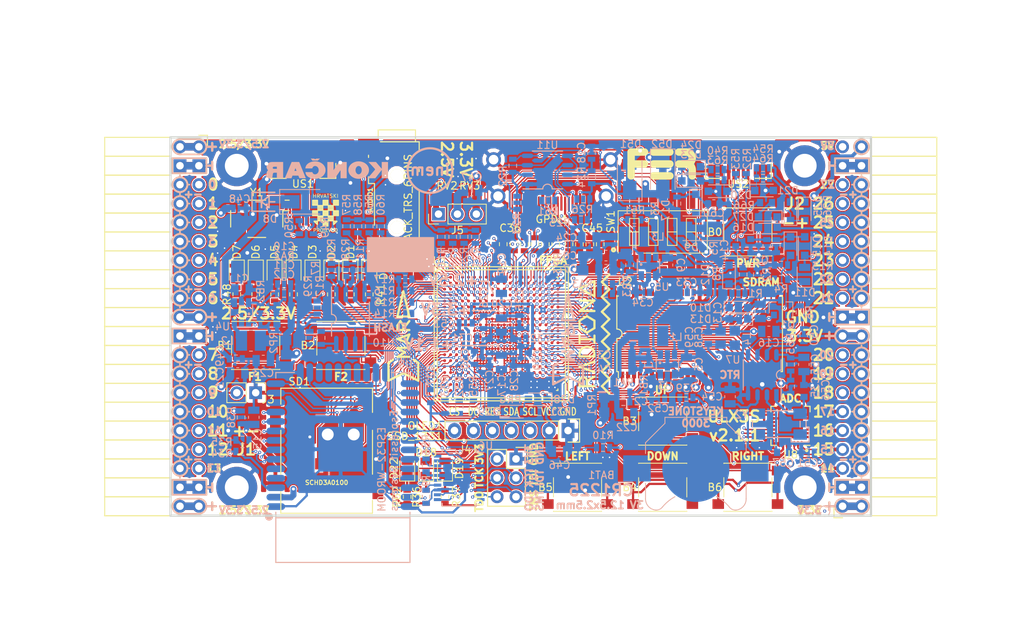
<source format=kicad_pcb>
(kicad_pcb (version 20171130) (host pcbnew 5.0.0+dfsg1-1)

  (general
    (thickness 1.6)
    (drawings 504)
    (tracks 5544)
    (zones 0)
    (modules 220)
    (nets 272)
  )

  (page A4)
  (layers
    (0 F.Cu signal)
    (1 In1.Cu signal)
    (2 In2.Cu signal)
    (31 B.Cu signal)
    (32 B.Adhes user)
    (33 F.Adhes user)
    (34 B.Paste user)
    (35 F.Paste user)
    (36 B.SilkS user)
    (37 F.SilkS user)
    (38 B.Mask user)
    (39 F.Mask user)
    (40 Dwgs.User user)
    (41 Cmts.User user)
    (42 Eco1.User user)
    (43 Eco2.User user)
    (44 Edge.Cuts user)
    (45 Margin user)
    (46 B.CrtYd user)
    (47 F.CrtYd user)
    (48 B.Fab user hide)
    (49 F.Fab user)
  )

  (setup
    (last_trace_width 0.3)
    (trace_clearance 0.127)
    (zone_clearance 0.127)
    (zone_45_only no)
    (trace_min 0.127)
    (segment_width 0.2)
    (edge_width 0.2)
    (via_size 0.419)
    (via_drill 0.2)
    (via_min_size 0.419)
    (via_min_drill 0.2)
    (uvia_size 0.3)
    (uvia_drill 0.1)
    (uvias_allowed no)
    (uvia_min_size 0.2)
    (uvia_min_drill 0.1)
    (pcb_text_width 0.3)
    (pcb_text_size 1.5 1.5)
    (mod_edge_width 0.15)
    (mod_text_size 1 1)
    (mod_text_width 0.15)
    (pad_size 0.4 0.4)
    (pad_drill 0)
    (pad_to_mask_clearance 0.05)
    (pad_to_paste_clearance -0.025)
    (aux_axis_origin 94.1 112.22)
    (grid_origin 94.1 112.22)
    (visible_elements 7FFFF7FF)
    (pcbplotparams
      (layerselection 0x010fc_ffffffff)
      (usegerberextensions true)
      (usegerberattributes false)
      (usegerberadvancedattributes false)
      (creategerberjobfile false)
      (excludeedgelayer true)
      (linewidth 0.100000)
      (plotframeref false)
      (viasonmask false)
      (mode 1)
      (useauxorigin false)
      (hpglpennumber 1)
      (hpglpenspeed 20)
      (hpglpendiameter 15.000000)
      (psnegative false)
      (psa4output false)
      (plotreference true)
      (plotvalue true)
      (plotinvisibletext false)
      (padsonsilk false)
      (subtractmaskfromsilk true)
      (outputformat 1)
      (mirror false)
      (drillshape 0)
      (scaleselection 1)
      (outputdirectory "plot"))
  )

  (net 0 "")
  (net 1 GND)
  (net 2 +5V)
  (net 3 /gpio/IN5V)
  (net 4 /gpio/OUT5V)
  (net 5 +3V3)
  (net 6 BTN_D)
  (net 7 BTN_F1)
  (net 8 BTN_F2)
  (net 9 BTN_L)
  (net 10 BTN_R)
  (net 11 BTN_U)
  (net 12 /power/FB1)
  (net 13 +2V5)
  (net 14 /power/PWREN)
  (net 15 /power/FB3)
  (net 16 /power/FB2)
  (net 17 /power/VBAT)
  (net 18 JTAG_TDI)
  (net 19 JTAG_TCK)
  (net 20 JTAG_TMS)
  (net 21 JTAG_TDO)
  (net 22 /power/WAKEUPn)
  (net 23 /power/WKUP)
  (net 24 /power/SHUT)
  (net 25 /power/WAKE)
  (net 26 /power/HOLD)
  (net 27 /power/WKn)
  (net 28 /power/OSCI_32k)
  (net 29 /power/OSCO_32k)
  (net 30 SHUTDOWN)
  (net 31 GPDI_SDA)
  (net 32 GPDI_SCL)
  (net 33 /gpdi/VREF2)
  (net 34 SD_CMD)
  (net 35 SD_CLK)
  (net 36 SD_D0)
  (net 37 SD_D1)
  (net 38 USB5V)
  (net 39 GPDI_CEC)
  (net 40 nRESET)
  (net 41 FTDI_nDTR)
  (net 42 SDRAM_CKE)
  (net 43 SDRAM_A7)
  (net 44 SDRAM_D15)
  (net 45 SDRAM_BA1)
  (net 46 SDRAM_D7)
  (net 47 SDRAM_A6)
  (net 48 SDRAM_CLK)
  (net 49 SDRAM_D13)
  (net 50 SDRAM_BA0)
  (net 51 SDRAM_D6)
  (net 52 SDRAM_A5)
  (net 53 SDRAM_D14)
  (net 54 SDRAM_A11)
  (net 55 SDRAM_D12)
  (net 56 SDRAM_D5)
  (net 57 SDRAM_A4)
  (net 58 SDRAM_A10)
  (net 59 SDRAM_D11)
  (net 60 SDRAM_A3)
  (net 61 SDRAM_D4)
  (net 62 SDRAM_D10)
  (net 63 SDRAM_D9)
  (net 64 SDRAM_A9)
  (net 65 SDRAM_D3)
  (net 66 SDRAM_D8)
  (net 67 SDRAM_A8)
  (net 68 SDRAM_A2)
  (net 69 SDRAM_A1)
  (net 70 SDRAM_A0)
  (net 71 SDRAM_D2)
  (net 72 SDRAM_D1)
  (net 73 SDRAM_D0)
  (net 74 SDRAM_DQM0)
  (net 75 SDRAM_nCS)
  (net 76 SDRAM_nRAS)
  (net 77 SDRAM_DQM1)
  (net 78 SDRAM_nCAS)
  (net 79 SDRAM_nWE)
  (net 80 /flash/FLASH_nWP)
  (net 81 /flash/FLASH_nHOLD)
  (net 82 /flash/FLASH_MOSI)
  (net 83 /flash/FLASH_MISO)
  (net 84 /flash/FLASH_SCK)
  (net 85 /flash/FLASH_nCS)
  (net 86 /flash/FPGA_PROGRAMN)
  (net 87 /flash/FPGA_DONE)
  (net 88 /flash/FPGA_INITN)
  (net 89 OLED_RES)
  (net 90 OLED_DC)
  (net 91 OLED_CS)
  (net 92 WIFI_EN)
  (net 93 FTDI_nRTS)
  (net 94 FTDI_TXD)
  (net 95 FTDI_RXD)
  (net 96 WIFI_RXD)
  (net 97 WIFI_GPIO0)
  (net 98 WIFI_TXD)
  (net 99 USB_FTDI_D+)
  (net 100 USB_FTDI_D-)
  (net 101 SD_D3)
  (net 102 AUDIO_L3)
  (net 103 AUDIO_L2)
  (net 104 AUDIO_L1)
  (net 105 AUDIO_L0)
  (net 106 AUDIO_R3)
  (net 107 AUDIO_R2)
  (net 108 AUDIO_R1)
  (net 109 AUDIO_R0)
  (net 110 OLED_CLK)
  (net 111 OLED_MOSI)
  (net 112 LED0)
  (net 113 LED1)
  (net 114 LED2)
  (net 115 LED3)
  (net 116 LED4)
  (net 117 LED5)
  (net 118 LED6)
  (net 119 LED7)
  (net 120 BTN_PWRn)
  (net 121 FTDI_nTXLED)
  (net 122 FTDI_nSLEEP)
  (net 123 /blinkey/LED_PWREN)
  (net 124 /blinkey/LED_TXLED)
  (net 125 /sdcard/SD3V3)
  (net 126 SD_D2)
  (net 127 CLK_25MHz)
  (net 128 /blinkey/BTNPUL)
  (net 129 /blinkey/BTNPUR)
  (net 130 USB_FPGA_D+)
  (net 131 /power/FTDI_nSUSPEND)
  (net 132 /blinkey/ALED0)
  (net 133 /blinkey/ALED1)
  (net 134 /blinkey/ALED2)
  (net 135 /blinkey/ALED3)
  (net 136 /blinkey/ALED4)
  (net 137 /blinkey/ALED5)
  (net 138 /blinkey/ALED6)
  (net 139 /blinkey/ALED7)
  (net 140 /usb/FTD-)
  (net 141 /usb/FTD+)
  (net 142 ADC_MISO)
  (net 143 ADC_MOSI)
  (net 144 ADC_CSn)
  (net 145 ADC_SCLK)
  (net 146 SW3)
  (net 147 SW2)
  (net 148 SW1)
  (net 149 USB_FPGA_D-)
  (net 150 /usb/FPD+)
  (net 151 /usb/FPD-)
  (net 152 WIFI_GPIO16)
  (net 153 /usb/ANT_433MHz)
  (net 154 PROG_DONE)
  (net 155 /power/P3V3)
  (net 156 /power/P2V5)
  (net 157 /power/L1)
  (net 158 /power/L3)
  (net 159 /power/L2)
  (net 160 FTDI_TXDEN)
  (net 161 SDRAM_A12)
  (net 162 /analog/AUDIO_V)
  (net 163 AUDIO_V3)
  (net 164 AUDIO_V2)
  (net 165 AUDIO_V1)
  (net 166 AUDIO_V0)
  (net 167 /blinkey/LED_WIFI)
  (net 168 /power/P1V1)
  (net 169 +1V1)
  (net 170 SW4)
  (net 171 /blinkey/SWPU)
  (net 172 /wifi/WIFIEN)
  (net 173 FT2V5)
  (net 174 GN0)
  (net 175 GP0)
  (net 176 GN1)
  (net 177 GP1)
  (net 178 GN2)
  (net 179 GP2)
  (net 180 GN3)
  (net 181 GP3)
  (net 182 GN4)
  (net 183 GP4)
  (net 184 GN5)
  (net 185 GP5)
  (net 186 GN6)
  (net 187 GP6)
  (net 188 GN14)
  (net 189 GP14)
  (net 190 GN15)
  (net 191 GP15)
  (net 192 GN16)
  (net 193 GP16)
  (net 194 GN17)
  (net 195 GP17)
  (net 196 GN18)
  (net 197 GP18)
  (net 198 GN19)
  (net 199 GP19)
  (net 200 GN20)
  (net 201 GP20)
  (net 202 GN21)
  (net 203 GP21)
  (net 204 GN22)
  (net 205 GP22)
  (net 206 GN23)
  (net 207 GP23)
  (net 208 GN24)
  (net 209 GP24)
  (net 210 GN25)
  (net 211 GP25)
  (net 212 GN26)
  (net 213 GP26)
  (net 214 GN27)
  (net 215 GP27)
  (net 216 GN7)
  (net 217 GP7)
  (net 218 GN8)
  (net 219 GP8)
  (net 220 GN9)
  (net 221 GP9)
  (net 222 GN10)
  (net 223 GP10)
  (net 224 GN11)
  (net 225 GP11)
  (net 226 GN12)
  (net 227 GP12)
  (net 228 GN13)
  (net 229 GP13)
  (net 230 WIFI_GPIO5)
  (net 231 WIFI_GPIO17)
  (net 232 USB_FPGA_PULL_D+)
  (net 233 USB_FPGA_PULL_D-)
  (net 234 "Net-(D23-Pad2)")
  (net 235 "Net-(D24-Pad1)")
  (net 236 "Net-(D25-Pad2)")
  (net 237 "Net-(D26-Pad1)")
  (net 238 /gpdi/GPDI_ETH+)
  (net 239 FPDI_ETH+)
  (net 240 /gpdi/GPDI_ETH-)
  (net 241 FPDI_ETH-)
  (net 242 /gpdi/GPDI_D2-)
  (net 243 FPDI_D2-)
  (net 244 /gpdi/GPDI_D1-)
  (net 245 FPDI_D1-)
  (net 246 /gpdi/GPDI_D0-)
  (net 247 FPDI_D0-)
  (net 248 /gpdi/GPDI_CLK-)
  (net 249 FPDI_CLK-)
  (net 250 /gpdi/GPDI_D2+)
  (net 251 FPDI_D2+)
  (net 252 /gpdi/GPDI_D1+)
  (net 253 FPDI_D1+)
  (net 254 /gpdi/GPDI_D0+)
  (net 255 FPDI_D0+)
  (net 256 /gpdi/GPDI_CLK+)
  (net 257 FPDI_CLK+)
  (net 258 FPDI_SDA)
  (net 259 FPDI_SCL)
  (net 260 /gpdi/FPDI_CEC)
  (net 261 2V5_3V3)
  (net 262 /usb/US2VBUS)
  (net 263 /power/SHD)
  (net 264 /power/RTCVDD)
  (net 265 "Net-(D27-Pad2)")
  (net 266 US2_ID)
  (net 267 /analog/AUDIO_L)
  (net 268 /analog/AUDIO_R)
  (net 269 /analog/ADC3V3)
  (net 270 PWRBTn)
  (net 271 USER_PROGRAMN)

  (net_class Default "This is the default net class."
    (clearance 0.127)
    (trace_width 0.3)
    (via_dia 0.419)
    (via_drill 0.2)
    (uvia_dia 0.3)
    (uvia_drill 0.1)
    (add_net +5V)
    (add_net /analog/ADC3V3)
    (add_net /analog/AUDIO_L)
    (add_net /analog/AUDIO_R)
    (add_net /analog/AUDIO_V)
    (add_net /blinkey/ALED0)
    (add_net /blinkey/ALED1)
    (add_net /blinkey/ALED2)
    (add_net /blinkey/ALED3)
    (add_net /blinkey/ALED4)
    (add_net /blinkey/ALED5)
    (add_net /blinkey/ALED6)
    (add_net /blinkey/ALED7)
    (add_net /blinkey/BTNPUL)
    (add_net /blinkey/BTNPUR)
    (add_net /blinkey/LED_PWREN)
    (add_net /blinkey/LED_TXLED)
    (add_net /blinkey/LED_WIFI)
    (add_net /blinkey/SWPU)
    (add_net /gpdi/GPDI_CLK+)
    (add_net /gpdi/GPDI_CLK-)
    (add_net /gpdi/GPDI_D0+)
    (add_net /gpdi/GPDI_D0-)
    (add_net /gpdi/GPDI_D1+)
    (add_net /gpdi/GPDI_D1-)
    (add_net /gpdi/GPDI_D2+)
    (add_net /gpdi/GPDI_D2-)
    (add_net /gpdi/GPDI_ETH+)
    (add_net /gpdi/GPDI_ETH-)
    (add_net /gpdi/VREF2)
    (add_net /gpio/IN5V)
    (add_net /gpio/OUT5V)
    (add_net /power/FB1)
    (add_net /power/FB2)
    (add_net /power/FB3)
    (add_net /power/FTDI_nSUSPEND)
    (add_net /power/HOLD)
    (add_net /power/L1)
    (add_net /power/L2)
    (add_net /power/L3)
    (add_net /power/OSCI_32k)
    (add_net /power/OSCO_32k)
    (add_net /power/P1V1)
    (add_net /power/P2V5)
    (add_net /power/P3V3)
    (add_net /power/PWREN)
    (add_net /power/RTCVDD)
    (add_net /power/SHD)
    (add_net /power/SHUT)
    (add_net /power/VBAT)
    (add_net /power/WAKE)
    (add_net /power/WAKEUPn)
    (add_net /power/WKUP)
    (add_net /power/WKn)
    (add_net /sdcard/SD3V3)
    (add_net /usb/ANT_433MHz)
    (add_net /usb/FPD+)
    (add_net /usb/FPD-)
    (add_net /usb/FTD+)
    (add_net /usb/FTD-)
    (add_net /usb/US2VBUS)
    (add_net /wifi/WIFIEN)
    (add_net FT2V5)
    (add_net "Net-(D23-Pad2)")
    (add_net "Net-(D24-Pad1)")
    (add_net "Net-(D25-Pad2)")
    (add_net "Net-(D26-Pad1)")
    (add_net "Net-(D27-Pad2)")
    (add_net PWRBTn)
    (add_net US2_ID)
    (add_net USB5V)
  )

  (net_class BGA ""
    (clearance 0.127)
    (trace_width 0.127)
    (via_dia 0.419)
    (via_drill 0.2)
    (uvia_dia 0.3)
    (uvia_drill 0.1)
    (add_net /flash/FLASH_MISO)
    (add_net /flash/FLASH_MOSI)
    (add_net /flash/FLASH_SCK)
    (add_net /flash/FLASH_nCS)
    (add_net /flash/FLASH_nHOLD)
    (add_net /flash/FLASH_nWP)
    (add_net /flash/FPGA_DONE)
    (add_net /flash/FPGA_INITN)
    (add_net /flash/FPGA_PROGRAMN)
    (add_net /gpdi/FPDI_CEC)
    (add_net ADC_CSn)
    (add_net ADC_MISO)
    (add_net ADC_MOSI)
    (add_net ADC_SCLK)
    (add_net AUDIO_L0)
    (add_net AUDIO_L1)
    (add_net AUDIO_L2)
    (add_net AUDIO_L3)
    (add_net AUDIO_R0)
    (add_net AUDIO_R1)
    (add_net AUDIO_R2)
    (add_net AUDIO_R3)
    (add_net AUDIO_V0)
    (add_net AUDIO_V1)
    (add_net AUDIO_V2)
    (add_net AUDIO_V3)
    (add_net BTN_D)
    (add_net BTN_F1)
    (add_net BTN_F2)
    (add_net BTN_L)
    (add_net BTN_PWRn)
    (add_net BTN_R)
    (add_net BTN_U)
    (add_net CLK_25MHz)
    (add_net FPDI_CLK+)
    (add_net FPDI_CLK-)
    (add_net FPDI_D0+)
    (add_net FPDI_D0-)
    (add_net FPDI_D1+)
    (add_net FPDI_D1-)
    (add_net FPDI_D2+)
    (add_net FPDI_D2-)
    (add_net FPDI_ETH+)
    (add_net FPDI_ETH-)
    (add_net FPDI_SCL)
    (add_net FPDI_SDA)
    (add_net FTDI_RXD)
    (add_net FTDI_TXD)
    (add_net FTDI_TXDEN)
    (add_net FTDI_nDTR)
    (add_net FTDI_nRTS)
    (add_net FTDI_nSLEEP)
    (add_net FTDI_nTXLED)
    (add_net GN0)
    (add_net GN1)
    (add_net GN10)
    (add_net GN11)
    (add_net GN12)
    (add_net GN13)
    (add_net GN14)
    (add_net GN15)
    (add_net GN16)
    (add_net GN17)
    (add_net GN18)
    (add_net GN19)
    (add_net GN2)
    (add_net GN20)
    (add_net GN21)
    (add_net GN22)
    (add_net GN23)
    (add_net GN24)
    (add_net GN25)
    (add_net GN26)
    (add_net GN27)
    (add_net GN3)
    (add_net GN4)
    (add_net GN5)
    (add_net GN6)
    (add_net GN7)
    (add_net GN8)
    (add_net GN9)
    (add_net GND)
    (add_net GP0)
    (add_net GP1)
    (add_net GP10)
    (add_net GP11)
    (add_net GP12)
    (add_net GP13)
    (add_net GP14)
    (add_net GP15)
    (add_net GP16)
    (add_net GP17)
    (add_net GP18)
    (add_net GP19)
    (add_net GP2)
    (add_net GP20)
    (add_net GP21)
    (add_net GP22)
    (add_net GP23)
    (add_net GP24)
    (add_net GP25)
    (add_net GP26)
    (add_net GP27)
    (add_net GP3)
    (add_net GP4)
    (add_net GP5)
    (add_net GP6)
    (add_net GP7)
    (add_net GP8)
    (add_net GP9)
    (add_net GPDI_CEC)
    (add_net GPDI_SCL)
    (add_net GPDI_SDA)
    (add_net JTAG_TCK)
    (add_net JTAG_TDI)
    (add_net JTAG_TDO)
    (add_net JTAG_TMS)
    (add_net LED0)
    (add_net LED1)
    (add_net LED2)
    (add_net LED3)
    (add_net LED4)
    (add_net LED5)
    (add_net LED6)
    (add_net LED7)
    (add_net OLED_CLK)
    (add_net OLED_CS)
    (add_net OLED_DC)
    (add_net OLED_MOSI)
    (add_net OLED_RES)
    (add_net PROG_DONE)
    (add_net SDRAM_A0)
    (add_net SDRAM_A1)
    (add_net SDRAM_A10)
    (add_net SDRAM_A11)
    (add_net SDRAM_A12)
    (add_net SDRAM_A2)
    (add_net SDRAM_A3)
    (add_net SDRAM_A4)
    (add_net SDRAM_A5)
    (add_net SDRAM_A6)
    (add_net SDRAM_A7)
    (add_net SDRAM_A8)
    (add_net SDRAM_A9)
    (add_net SDRAM_BA0)
    (add_net SDRAM_BA1)
    (add_net SDRAM_CKE)
    (add_net SDRAM_CLK)
    (add_net SDRAM_D0)
    (add_net SDRAM_D1)
    (add_net SDRAM_D10)
    (add_net SDRAM_D11)
    (add_net SDRAM_D12)
    (add_net SDRAM_D13)
    (add_net SDRAM_D14)
    (add_net SDRAM_D15)
    (add_net SDRAM_D2)
    (add_net SDRAM_D3)
    (add_net SDRAM_D4)
    (add_net SDRAM_D5)
    (add_net SDRAM_D6)
    (add_net SDRAM_D7)
    (add_net SDRAM_D8)
    (add_net SDRAM_D9)
    (add_net SDRAM_DQM0)
    (add_net SDRAM_DQM1)
    (add_net SDRAM_nCAS)
    (add_net SDRAM_nCS)
    (add_net SDRAM_nRAS)
    (add_net SDRAM_nWE)
    (add_net SD_CLK)
    (add_net SD_CMD)
    (add_net SD_D0)
    (add_net SD_D1)
    (add_net SD_D2)
    (add_net SD_D3)
    (add_net SHUTDOWN)
    (add_net SW1)
    (add_net SW2)
    (add_net SW3)
    (add_net SW4)
    (add_net USB_FPGA_D+)
    (add_net USB_FPGA_D-)
    (add_net USB_FPGA_PULL_D+)
    (add_net USB_FPGA_PULL_D-)
    (add_net USB_FTDI_D+)
    (add_net USB_FTDI_D-)
    (add_net USER_PROGRAMN)
    (add_net WIFI_EN)
    (add_net WIFI_GPIO0)
    (add_net WIFI_GPIO16)
    (add_net WIFI_GPIO17)
    (add_net WIFI_GPIO5)
    (add_net WIFI_RXD)
    (add_net WIFI_TXD)
    (add_net nRESET)
  )

  (net_class Medium ""
    (clearance 0.127)
    (trace_width 0.127)
    (via_dia 0.419)
    (via_drill 0.2)
    (uvia_dia 0.3)
    (uvia_drill 0.1)
    (add_net +1V1)
    (add_net +2V5)
    (add_net +3V3)
    (add_net 2V5_3V3)
  )

  (module lfe5bg381:BGA-381_pitch0.8mm_dia0.4mm (layer F.Cu) (tedit 5B6D6A17) (tstamp 58D8D57E)
    (at 138.48 87.8)
    (path /56AC389C/5A0783C9)
    (attr smd)
    (fp_text reference U1 (at -8.2 -9.8) (layer F.SilkS)
      (effects (font (size 1 1) (thickness 0.15)))
    )
    (fp_text value LFE5U-85F-6BG381C (at 0.07 -11.902) (layer F.Fab)
      (effects (font (size 1 1) (thickness 0.15)))
    )
    (fp_line (start -8.6 -8.6) (end 8.6 -8.6) (layer F.SilkS) (width 0.15))
    (fp_line (start 8.6 -8.6) (end 8.6 8.6) (layer F.SilkS) (width 0.15))
    (fp_line (start 8.6 8.6) (end -8.6 8.6) (layer F.SilkS) (width 0.15))
    (fp_line (start -8.6 8.6) (end -8.6 -8.6) (layer F.SilkS) (width 0.15))
    (fp_line (start -9 -9) (end 9 -9) (layer F.SilkS) (width 0.15))
    (fp_line (start 9 -9) (end 9 9) (layer F.SilkS) (width 0.15))
    (fp_line (start 9 9) (end -9 9) (layer F.SilkS) (width 0.15))
    (fp_line (start -9 9) (end -9 -9) (layer F.SilkS) (width 0.15))
    (fp_line (start -8.2 -9) (end -9 -8.2) (layer F.SilkS) (width 0.15))
    (fp_line (start -7.6 7.4) (end -7.6 7.6) (layer F.SilkS) (width 0.15))
    (fp_line (start -7.6 7.6) (end -7.4 7.6) (layer F.SilkS) (width 0.15))
    (fp_line (start 7.4 7.6) (end 7.6 7.6) (layer F.SilkS) (width 0.15))
    (fp_line (start 7.6 7.6) (end 7.6 7.4) (layer F.SilkS) (width 0.15))
    (fp_line (start 7.4 -7.6) (end 7.6 -7.6) (layer F.SilkS) (width 0.15))
    (fp_line (start 7.6 -7.6) (end 7.6 -7.4) (layer F.SilkS) (width 0.15))
    (fp_line (start -7.6 -7.4) (end -7.6 -7.6) (layer F.SilkS) (width 0.15))
    (fp_line (start -7.6 -7.6) (end -7.4 -7.6) (layer F.SilkS) (width 0.15))
    (pad Y19 smd circle (at 6.8 7.6) (size 0.4 0.4) (layers F.Cu F.Paste F.Mask)
      (net 1 GND) (solder_mask_margin 0.05) (solder_paste_margin -0.025))
    (pad Y17 smd circle (at 5.2 7.6) (size 0.4 0.4) (layers F.Cu F.Paste F.Mask)
      (net 1 GND) (solder_mask_margin 0.05) (solder_paste_margin -0.025))
    (pad Y16 smd circle (at 4.4 7.6) (size 0.4 0.4) (layers F.Cu F.Paste F.Mask)
      (net 1 GND) (solder_mask_margin 0.05) (solder_paste_margin -0.025))
    (pad Y15 smd circle (at 3.6 7.6) (size 0.4 0.4) (layers F.Cu F.Paste F.Mask)
      (net 1 GND) (solder_mask_margin 0.05) (solder_paste_margin -0.025))
    (pad Y14 smd circle (at 2.8 7.6) (size 0.4 0.4) (layers F.Cu F.Paste F.Mask)
      (net 1 GND) (solder_mask_margin 0.05) (solder_paste_margin -0.025))
    (pad Y12 smd circle (at 1.2 7.6) (size 0.4 0.4) (layers F.Cu F.Paste F.Mask)
      (net 1 GND) (solder_mask_margin 0.05) (solder_paste_margin -0.025))
    (pad Y11 smd circle (at 0.4 7.6) (size 0.4 0.4) (layers F.Cu F.Paste F.Mask)
      (net 1 GND) (solder_mask_margin 0.05) (solder_paste_margin -0.025))
    (pad Y8 smd circle (at -2 7.6) (size 0.4 0.4) (layers F.Cu F.Paste F.Mask)
      (net 1 GND) (solder_mask_margin 0.05) (solder_paste_margin -0.025))
    (pad Y7 smd circle (at -2.8 7.6) (size 0.4 0.4) (layers F.Cu F.Paste F.Mask)
      (net 1 GND) (solder_mask_margin 0.05) (solder_paste_margin -0.025))
    (pad Y6 smd circle (at -3.6 7.6) (size 0.4 0.4) (layers F.Cu F.Paste F.Mask)
      (net 1 GND) (solder_mask_margin 0.05) (solder_paste_margin -0.025))
    (pad Y5 smd circle (at -4.4 7.6) (size 0.4 0.4) (layers F.Cu F.Paste F.Mask)
      (net 1 GND) (solder_mask_margin 0.05) (solder_paste_margin -0.025))
    (pad Y3 smd circle (at -6 7.6) (size 0.4 0.4) (layers F.Cu F.Paste F.Mask)
      (net 87 /flash/FPGA_DONE) (solder_mask_margin 0.05) (solder_paste_margin -0.025))
    (pad Y2 smd circle (at -6.8 7.6) (size 0.4 0.4) (layers F.Cu F.Paste F.Mask)
      (net 80 /flash/FLASH_nWP) (solder_mask_margin 0.05) (solder_paste_margin -0.025))
    (pad W20 smd circle (at 7.6 6.8) (size 0.4 0.4) (layers F.Cu F.Paste F.Mask)
      (net 1 GND) (solder_mask_margin 0.05) (solder_paste_margin -0.025))
    (pad W19 smd circle (at 6.8 6.8) (size 0.4 0.4) (layers F.Cu F.Paste F.Mask)
      (net 1 GND) (solder_mask_margin 0.05) (solder_paste_margin -0.025))
    (pad W18 smd circle (at 6 6.8) (size 0.4 0.4) (layers F.Cu F.Paste F.Mask)
      (solder_mask_margin 0.05) (solder_paste_margin -0.025))
    (pad W17 smd circle (at 5.2 6.8) (size 0.4 0.4) (layers F.Cu F.Paste F.Mask)
      (solder_mask_margin 0.05) (solder_paste_margin -0.025))
    (pad W16 smd circle (at 4.4 6.8) (size 0.4 0.4) (layers F.Cu F.Paste F.Mask)
      (net 1 GND) (solder_mask_margin 0.05) (solder_paste_margin -0.025))
    (pad W15 smd circle (at 3.6 6.8) (size 0.4 0.4) (layers F.Cu F.Paste F.Mask)
      (net 1 GND) (solder_mask_margin 0.05) (solder_paste_margin -0.025))
    (pad W14 smd circle (at 2.8 6.8) (size 0.4 0.4) (layers F.Cu F.Paste F.Mask)
      (solder_mask_margin 0.05) (solder_paste_margin -0.025))
    (pad W13 smd circle (at 2 6.8) (size 0.4 0.4) (layers F.Cu F.Paste F.Mask)
      (solder_mask_margin 0.05) (solder_paste_margin -0.025))
    (pad W12 smd circle (at 1.2 6.8) (size 0.4 0.4) (layers F.Cu F.Paste F.Mask)
      (net 1 GND) (solder_mask_margin 0.05) (solder_paste_margin -0.025))
    (pad W11 smd circle (at 0.4 6.8) (size 0.4 0.4) (layers F.Cu F.Paste F.Mask)
      (solder_mask_margin 0.05) (solder_paste_margin -0.025))
    (pad W10 smd circle (at -0.4 6.8) (size 0.4 0.4) (layers F.Cu F.Paste F.Mask)
      (solder_mask_margin 0.05) (solder_paste_margin -0.025))
    (pad W9 smd circle (at -1.2 6.8) (size 0.4 0.4) (layers F.Cu F.Paste F.Mask)
      (solder_mask_margin 0.05) (solder_paste_margin -0.025))
    (pad W8 smd circle (at -2 6.8) (size 0.4 0.4) (layers F.Cu F.Paste F.Mask)
      (solder_mask_margin 0.05) (solder_paste_margin -0.025))
    (pad W7 smd circle (at -2.8 6.8) (size 0.4 0.4) (layers F.Cu F.Paste F.Mask)
      (net 1 GND) (solder_mask_margin 0.05) (solder_paste_margin -0.025))
    (pad W6 smd circle (at -3.6 6.8) (size 0.4 0.4) (layers F.Cu F.Paste F.Mask)
      (net 1 GND) (solder_mask_margin 0.05) (solder_paste_margin -0.025))
    (pad W5 smd circle (at -4.4 6.8) (size 0.4 0.4) (layers F.Cu F.Paste F.Mask)
      (solder_mask_margin 0.05) (solder_paste_margin -0.025))
    (pad W4 smd circle (at -5.2 6.8) (size 0.4 0.4) (layers F.Cu F.Paste F.Mask)
      (solder_mask_margin 0.05) (solder_paste_margin -0.025))
    (pad W3 smd circle (at -6 6.8) (size 0.4 0.4) (layers F.Cu F.Paste F.Mask)
      (net 86 /flash/FPGA_PROGRAMN) (solder_mask_margin 0.05) (solder_paste_margin -0.025))
    (pad W2 smd circle (at -6.8 6.8) (size 0.4 0.4) (layers F.Cu F.Paste F.Mask)
      (net 82 /flash/FLASH_MOSI) (solder_mask_margin 0.05) (solder_paste_margin -0.025))
    (pad W1 smd circle (at -7.6 6.8) (size 0.4 0.4) (layers F.Cu F.Paste F.Mask)
      (net 81 /flash/FLASH_nHOLD) (solder_mask_margin 0.05) (solder_paste_margin -0.025))
    (pad V20 smd circle (at 7.6 6) (size 0.4 0.4) (layers F.Cu F.Paste F.Mask)
      (net 1 GND) (solder_mask_margin 0.05) (solder_paste_margin -0.025))
    (pad V19 smd circle (at 6.8 6) (size 0.4 0.4) (layers F.Cu F.Paste F.Mask)
      (net 1 GND) (solder_mask_margin 0.05) (solder_paste_margin -0.025))
    (pad V18 smd circle (at 6 6) (size 0.4 0.4) (layers F.Cu F.Paste F.Mask)
      (net 1 GND) (solder_mask_margin 0.05) (solder_paste_margin -0.025))
    (pad V17 smd circle (at 5.2 6) (size 0.4 0.4) (layers F.Cu F.Paste F.Mask)
      (net 1 GND) (solder_mask_margin 0.05) (solder_paste_margin -0.025))
    (pad V16 smd circle (at 4.4 6) (size 0.4 0.4) (layers F.Cu F.Paste F.Mask)
      (net 1 GND) (solder_mask_margin 0.05) (solder_paste_margin -0.025))
    (pad V15 smd circle (at 3.6 6) (size 0.4 0.4) (layers F.Cu F.Paste F.Mask)
      (net 1 GND) (solder_mask_margin 0.05) (solder_paste_margin -0.025))
    (pad V14 smd circle (at 2.8 6) (size 0.4 0.4) (layers F.Cu F.Paste F.Mask)
      (net 1 GND) (solder_mask_margin 0.05) (solder_paste_margin -0.025))
    (pad V13 smd circle (at 2 6) (size 0.4 0.4) (layers F.Cu F.Paste F.Mask)
      (net 1 GND) (solder_mask_margin 0.05) (solder_paste_margin -0.025))
    (pad V12 smd circle (at 1.2 6) (size 0.4 0.4) (layers F.Cu F.Paste F.Mask)
      (net 1 GND) (solder_mask_margin 0.05) (solder_paste_margin -0.025))
    (pad V11 smd circle (at 0.4 6) (size 0.4 0.4) (layers F.Cu F.Paste F.Mask)
      (net 1 GND) (solder_mask_margin 0.05) (solder_paste_margin -0.025))
    (pad V10 smd circle (at -0.4 6) (size 0.4 0.4) (layers F.Cu F.Paste F.Mask)
      (net 1 GND) (solder_mask_margin 0.05) (solder_paste_margin -0.025))
    (pad V9 smd circle (at -1.2 6) (size 0.4 0.4) (layers F.Cu F.Paste F.Mask)
      (net 1 GND) (solder_mask_margin 0.05) (solder_paste_margin -0.025))
    (pad V8 smd circle (at -2 6) (size 0.4 0.4) (layers F.Cu F.Paste F.Mask)
      (net 1 GND) (solder_mask_margin 0.05) (solder_paste_margin -0.025))
    (pad V7 smd circle (at -2.8 6) (size 0.4 0.4) (layers F.Cu F.Paste F.Mask)
      (net 1 GND) (solder_mask_margin 0.05) (solder_paste_margin -0.025))
    (pad V6 smd circle (at -3.6 6) (size 0.4 0.4) (layers F.Cu F.Paste F.Mask)
      (net 1 GND) (solder_mask_margin 0.05) (solder_paste_margin -0.025))
    (pad V5 smd circle (at -4.4 6) (size 0.4 0.4) (layers F.Cu F.Paste F.Mask)
      (net 1 GND) (solder_mask_margin 0.05) (solder_paste_margin -0.025))
    (pad V4 smd circle (at -5.2 6) (size 0.4 0.4) (layers F.Cu F.Paste F.Mask)
      (net 21 JTAG_TDO) (solder_mask_margin 0.05) (solder_paste_margin -0.025))
    (pad V3 smd circle (at -6 6) (size 0.4 0.4) (layers F.Cu F.Paste F.Mask)
      (net 88 /flash/FPGA_INITN) (solder_mask_margin 0.05) (solder_paste_margin -0.025))
    (pad V2 smd circle (at -6.8 6) (size 0.4 0.4) (layers F.Cu F.Paste F.Mask)
      (net 83 /flash/FLASH_MISO) (solder_mask_margin 0.05) (solder_paste_margin -0.025))
    (pad V1 smd circle (at -7.6 6) (size 0.4 0.4) (layers F.Cu F.Paste F.Mask)
      (net 6 BTN_D) (solder_mask_margin 0.05) (solder_paste_margin -0.025))
    (pad U20 smd circle (at 7.6 5.2) (size 0.4 0.4) (layers F.Cu F.Paste F.Mask)
      (net 46 SDRAM_D7) (solder_mask_margin 0.05) (solder_paste_margin -0.025))
    (pad U19 smd circle (at 6.8 5.2) (size 0.4 0.4) (layers F.Cu F.Paste F.Mask)
      (net 74 SDRAM_DQM0) (solder_mask_margin 0.05) (solder_paste_margin -0.025))
    (pad U18 smd circle (at 6 5.2) (size 0.4 0.4) (layers F.Cu F.Paste F.Mask)
      (net 189 GP14) (solder_mask_margin 0.05) (solder_paste_margin -0.025))
    (pad U17 smd circle (at 5.2 5.2) (size 0.4 0.4) (layers F.Cu F.Paste F.Mask)
      (net 188 GN14) (solder_mask_margin 0.05) (solder_paste_margin -0.025))
    (pad U16 smd circle (at 4.4 5.2) (size 0.4 0.4) (layers F.Cu F.Paste F.Mask)
      (net 142 ADC_MISO) (solder_mask_margin 0.05) (solder_paste_margin -0.025))
    (pad U15 smd circle (at 3.6 5.2) (size 0.4 0.4) (layers F.Cu F.Paste F.Mask)
      (net 1 GND) (solder_mask_margin 0.05) (solder_paste_margin -0.025))
    (pad U14 smd circle (at 2.8 5.2) (size 0.4 0.4) (layers F.Cu F.Paste F.Mask)
      (net 1 GND) (solder_mask_margin 0.05) (solder_paste_margin -0.025))
    (pad U13 smd circle (at 2 5.2) (size 0.4 0.4) (layers F.Cu F.Paste F.Mask)
      (net 1 GND) (solder_mask_margin 0.05) (solder_paste_margin -0.025))
    (pad U12 smd circle (at 1.2 5.2) (size 0.4 0.4) (layers F.Cu F.Paste F.Mask)
      (net 1 GND) (solder_mask_margin 0.05) (solder_paste_margin -0.025))
    (pad U11 smd circle (at 0.4 5.2) (size 0.4 0.4) (layers F.Cu F.Paste F.Mask)
      (net 1 GND) (solder_mask_margin 0.05) (solder_paste_margin -0.025))
    (pad U10 smd circle (at -0.4 5.2) (size 0.4 0.4) (layers F.Cu F.Paste F.Mask)
      (net 1 GND) (solder_mask_margin 0.05) (solder_paste_margin -0.025))
    (pad U9 smd circle (at -1.2 5.2) (size 0.4 0.4) (layers F.Cu F.Paste F.Mask)
      (net 1 GND) (solder_mask_margin 0.05) (solder_paste_margin -0.025))
    (pad U8 smd circle (at -2 5.2) (size 0.4 0.4) (layers F.Cu F.Paste F.Mask)
      (net 1 GND) (solder_mask_margin 0.05) (solder_paste_margin -0.025))
    (pad U7 smd circle (at -2.8 5.2) (size 0.4 0.4) (layers F.Cu F.Paste F.Mask)
      (net 1 GND) (solder_mask_margin 0.05) (solder_paste_margin -0.025))
    (pad U6 smd circle (at -3.6 5.2) (size 0.4 0.4) (layers F.Cu F.Paste F.Mask)
      (net 1 GND) (solder_mask_margin 0.05) (solder_paste_margin -0.025))
    (pad U5 smd circle (at -4.4 5.2) (size 0.4 0.4) (layers F.Cu F.Paste F.Mask)
      (net 20 JTAG_TMS) (solder_mask_margin 0.05) (solder_paste_margin -0.025))
    (pad U4 smd circle (at -5.2 5.2) (size 0.4 0.4) (layers F.Cu F.Paste F.Mask)
      (net 1 GND) (solder_mask_margin 0.05) (solder_paste_margin -0.025))
    (pad U3 smd circle (at -6 5.2) (size 0.4 0.4) (layers F.Cu F.Paste F.Mask)
      (net 84 /flash/FLASH_SCK) (solder_mask_margin 0.05) (solder_paste_margin -0.025))
    (pad U2 smd circle (at -6.8 5.2) (size 0.4 0.4) (layers F.Cu F.Paste F.Mask)
      (net 5 +3V3) (solder_mask_margin 0.05) (solder_paste_margin -0.025))
    (pad U1 smd circle (at -7.6 5.2) (size 0.4 0.4) (layers F.Cu F.Paste F.Mask)
      (net 9 BTN_L) (solder_mask_margin 0.05) (solder_paste_margin -0.025))
    (pad T20 smd circle (at 7.6 4.4) (size 0.4 0.4) (layers F.Cu F.Paste F.Mask)
      (net 79 SDRAM_nWE) (solder_mask_margin 0.05) (solder_paste_margin -0.025))
    (pad T19 smd circle (at 6.8 4.4) (size 0.4 0.4) (layers F.Cu F.Paste F.Mask)
      (net 78 SDRAM_nCAS) (solder_mask_margin 0.05) (solder_paste_margin -0.025))
    (pad T18 smd circle (at 6 4.4) (size 0.4 0.4) (layers F.Cu F.Paste F.Mask)
      (net 56 SDRAM_D5) (solder_mask_margin 0.05) (solder_paste_margin -0.025))
    (pad T17 smd circle (at 5.2 4.4) (size 0.4 0.4) (layers F.Cu F.Paste F.Mask)
      (net 51 SDRAM_D6) (solder_mask_margin 0.05) (solder_paste_margin -0.025))
    (pad T16 smd circle (at 4.4 4.4) (size 0.4 0.4) (layers F.Cu F.Paste F.Mask)
      (solder_mask_margin 0.05) (solder_paste_margin -0.025))
    (pad T15 smd circle (at 3.6 4.4) (size 0.4 0.4) (layers F.Cu F.Paste F.Mask)
      (net 1 GND) (solder_mask_margin 0.05) (solder_paste_margin -0.025))
    (pad T14 smd circle (at 2.8 4.4) (size 0.4 0.4) (layers F.Cu F.Paste F.Mask)
      (net 1 GND) (solder_mask_margin 0.05) (solder_paste_margin -0.025))
    (pad T13 smd circle (at 2 4.4) (size 0.4 0.4) (layers F.Cu F.Paste F.Mask)
      (net 1 GND) (solder_mask_margin 0.05) (solder_paste_margin -0.025))
    (pad T12 smd circle (at 1.2 4.4) (size 0.4 0.4) (layers F.Cu F.Paste F.Mask)
      (net 1 GND) (solder_mask_margin 0.05) (solder_paste_margin -0.025))
    (pad T11 smd circle (at 0.4 4.4) (size 0.4 0.4) (layers F.Cu F.Paste F.Mask)
      (net 1 GND) (solder_mask_margin 0.05) (solder_paste_margin -0.025))
    (pad T10 smd circle (at -0.4 4.4) (size 0.4 0.4) (layers F.Cu F.Paste F.Mask)
      (net 1 GND) (solder_mask_margin 0.05) (solder_paste_margin -0.025))
    (pad T9 smd circle (at -1.2 4.4) (size 0.4 0.4) (layers F.Cu F.Paste F.Mask)
      (net 1 GND) (solder_mask_margin 0.05) (solder_paste_margin -0.025))
    (pad T8 smd circle (at -2 4.4) (size 0.4 0.4) (layers F.Cu F.Paste F.Mask)
      (net 1 GND) (solder_mask_margin 0.05) (solder_paste_margin -0.025))
    (pad T7 smd circle (at -2.8 4.4) (size 0.4 0.4) (layers F.Cu F.Paste F.Mask)
      (net 1 GND) (solder_mask_margin 0.05) (solder_paste_margin -0.025))
    (pad T6 smd circle (at -3.6 4.4) (size 0.4 0.4) (layers F.Cu F.Paste F.Mask)
      (net 1 GND) (solder_mask_margin 0.05) (solder_paste_margin -0.025))
    (pad T5 smd circle (at -4.4 4.4) (size 0.4 0.4) (layers F.Cu F.Paste F.Mask)
      (net 19 JTAG_TCK) (solder_mask_margin 0.05) (solder_paste_margin -0.025))
    (pad T4 smd circle (at -5.2 4.4) (size 0.4 0.4) (layers F.Cu F.Paste F.Mask)
      (net 5 +3V3) (solder_mask_margin 0.05) (solder_paste_margin -0.025))
    (pad T3 smd circle (at -6 4.4) (size 0.4 0.4) (layers F.Cu F.Paste F.Mask)
      (net 5 +3V3) (solder_mask_margin 0.05) (solder_paste_margin -0.025))
    (pad T2 smd circle (at -6.8 4.4) (size 0.4 0.4) (layers F.Cu F.Paste F.Mask)
      (net 5 +3V3) (solder_mask_margin 0.05) (solder_paste_margin -0.025))
    (pad T1 smd circle (at -7.6 4.4) (size 0.4 0.4) (layers F.Cu F.Paste F.Mask)
      (net 8 BTN_F2) (solder_mask_margin 0.05) (solder_paste_margin -0.025))
    (pad R20 smd circle (at 7.6 3.6) (size 0.4 0.4) (layers F.Cu F.Paste F.Mask)
      (net 76 SDRAM_nRAS) (solder_mask_margin 0.05) (solder_paste_margin -0.025))
    (pad R19 smd circle (at 6.8 3.6) (size 0.4 0.4) (layers F.Cu F.Paste F.Mask)
      (net 1 GND) (solder_mask_margin 0.05) (solder_paste_margin -0.025))
    (pad R18 smd circle (at 6 3.6) (size 0.4 0.4) (layers F.Cu F.Paste F.Mask)
      (net 11 BTN_U) (solder_mask_margin 0.05) (solder_paste_margin -0.025))
    (pad R17 smd circle (at 5.2 3.6) (size 0.4 0.4) (layers F.Cu F.Paste F.Mask)
      (net 144 ADC_CSn) (solder_mask_margin 0.05) (solder_paste_margin -0.025))
    (pad R16 smd circle (at 4.4 3.6) (size 0.4 0.4) (layers F.Cu F.Paste F.Mask)
      (net 143 ADC_MOSI) (solder_mask_margin 0.05) (solder_paste_margin -0.025))
    (pad R5 smd circle (at -4.4 3.6) (size 0.4 0.4) (layers F.Cu F.Paste F.Mask)
      (net 18 JTAG_TDI) (solder_mask_margin 0.05) (solder_paste_margin -0.025))
    (pad R4 smd circle (at -5.2 3.6) (size 0.4 0.4) (layers F.Cu F.Paste F.Mask)
      (net 1 GND) (solder_mask_margin 0.05) (solder_paste_margin -0.025))
    (pad R3 smd circle (at -6 3.6) (size 0.4 0.4) (layers F.Cu F.Paste F.Mask)
      (solder_mask_margin 0.05) (solder_paste_margin -0.025))
    (pad R2 smd circle (at -6.8 3.6) (size 0.4 0.4) (layers F.Cu F.Paste F.Mask)
      (net 85 /flash/FLASH_nCS) (solder_mask_margin 0.05) (solder_paste_margin -0.025))
    (pad R1 smd circle (at -7.6 3.6) (size 0.4 0.4) (layers F.Cu F.Paste F.Mask)
      (net 7 BTN_F1) (solder_mask_margin 0.05) (solder_paste_margin -0.025))
    (pad P20 smd circle (at 7.6 2.8) (size 0.4 0.4) (layers F.Cu F.Paste F.Mask)
      (net 75 SDRAM_nCS) (solder_mask_margin 0.05) (solder_paste_margin -0.025))
    (pad P19 smd circle (at 6.8 2.8) (size 0.4 0.4) (layers F.Cu F.Paste F.Mask)
      (net 50 SDRAM_BA0) (solder_mask_margin 0.05) (solder_paste_margin -0.025))
    (pad P18 smd circle (at 6 2.8) (size 0.4 0.4) (layers F.Cu F.Paste F.Mask)
      (net 61 SDRAM_D4) (solder_mask_margin 0.05) (solder_paste_margin -0.025))
    (pad P17 smd circle (at 5.2 2.8) (size 0.4 0.4) (layers F.Cu F.Paste F.Mask)
      (net 145 ADC_SCLK) (solder_mask_margin 0.05) (solder_paste_margin -0.025))
    (pad P16 smd circle (at 4.4 2.8) (size 0.4 0.4) (layers F.Cu F.Paste F.Mask)
      (net 190 GN15) (solder_mask_margin 0.05) (solder_paste_margin -0.025))
    (pad P15 smd circle (at 3.6 2.8) (size 0.4 0.4) (layers F.Cu F.Paste F.Mask)
      (net 13 +2V5) (solder_mask_margin 0.05) (solder_paste_margin -0.025))
    (pad P14 smd circle (at 2.8 2.8) (size 0.4 0.4) (layers F.Cu F.Paste F.Mask)
      (net 1 GND) (solder_mask_margin 0.05) (solder_paste_margin -0.025))
    (pad P13 smd circle (at 2 2.8) (size 0.4 0.4) (layers F.Cu F.Paste F.Mask)
      (net 1 GND) (solder_mask_margin 0.05) (solder_paste_margin -0.025))
    (pad P12 smd circle (at 1.2 2.8) (size 0.4 0.4) (layers F.Cu F.Paste F.Mask)
      (net 1 GND) (solder_mask_margin 0.05) (solder_paste_margin -0.025))
    (pad P11 smd circle (at 0.4 2.8) (size 0.4 0.4) (layers F.Cu F.Paste F.Mask)
      (net 1 GND) (solder_mask_margin 0.05) (solder_paste_margin -0.025))
    (pad P10 smd circle (at -0.4 2.8) (size 0.4 0.4) (layers F.Cu F.Paste F.Mask)
      (net 5 +3V3) (solder_mask_margin 0.05) (solder_paste_margin -0.025))
    (pad P9 smd circle (at -1.2 2.8) (size 0.4 0.4) (layers F.Cu F.Paste F.Mask)
      (net 5 +3V3) (solder_mask_margin 0.05) (solder_paste_margin -0.025))
    (pad P8 smd circle (at -2 2.8) (size 0.4 0.4) (layers F.Cu F.Paste F.Mask)
      (net 1 GND) (solder_mask_margin 0.05) (solder_paste_margin -0.025))
    (pad P7 smd circle (at -2.8 2.8) (size 0.4 0.4) (layers F.Cu F.Paste F.Mask)
      (net 1 GND) (solder_mask_margin 0.05) (solder_paste_margin -0.025))
    (pad P6 smd circle (at -3.6 2.8) (size 0.4 0.4) (layers F.Cu F.Paste F.Mask)
      (net 13 +2V5) (solder_mask_margin 0.05) (solder_paste_margin -0.025))
    (pad P5 smd circle (at -4.4 2.8) (size 0.4 0.4) (layers F.Cu F.Paste F.Mask)
      (solder_mask_margin 0.05) (solder_paste_margin -0.025))
    (pad P4 smd circle (at -5.2 2.8) (size 0.4 0.4) (layers F.Cu F.Paste F.Mask)
      (net 110 OLED_CLK) (solder_mask_margin 0.05) (solder_paste_margin -0.025))
    (pad P3 smd circle (at -6 2.8) (size 0.4 0.4) (layers F.Cu F.Paste F.Mask)
      (net 111 OLED_MOSI) (solder_mask_margin 0.05) (solder_paste_margin -0.025))
    (pad P2 smd circle (at -6.8 2.8) (size 0.4 0.4) (layers F.Cu F.Paste F.Mask)
      (net 89 OLED_RES) (solder_mask_margin 0.05) (solder_paste_margin -0.025))
    (pad P1 smd circle (at -7.6 2.8) (size 0.4 0.4) (layers F.Cu F.Paste F.Mask)
      (net 90 OLED_DC) (solder_mask_margin 0.05) (solder_paste_margin -0.025))
    (pad N20 smd circle (at 7.6 2) (size 0.4 0.4) (layers F.Cu F.Paste F.Mask)
      (net 45 SDRAM_BA1) (solder_mask_margin 0.05) (solder_paste_margin -0.025))
    (pad N19 smd circle (at 6.8 2) (size 0.4 0.4) (layers F.Cu F.Paste F.Mask)
      (net 58 SDRAM_A10) (solder_mask_margin 0.05) (solder_paste_margin -0.025))
    (pad N18 smd circle (at 6 2) (size 0.4 0.4) (layers F.Cu F.Paste F.Mask)
      (net 65 SDRAM_D3) (solder_mask_margin 0.05) (solder_paste_margin -0.025))
    (pad N17 smd circle (at 5.2 2) (size 0.4 0.4) (layers F.Cu F.Paste F.Mask)
      (net 191 GP15) (solder_mask_margin 0.05) (solder_paste_margin -0.025))
    (pad N16 smd circle (at 4.4 2) (size 0.4 0.4) (layers F.Cu F.Paste F.Mask)
      (net 193 GP16) (solder_mask_margin 0.05) (solder_paste_margin -0.025))
    (pad N15 smd circle (at 3.6 2) (size 0.4 0.4) (layers F.Cu F.Paste F.Mask)
      (net 1 GND) (solder_mask_margin 0.05) (solder_paste_margin -0.025))
    (pad N14 smd circle (at 2.8 2) (size 0.4 0.4) (layers F.Cu F.Paste F.Mask)
      (net 1 GND) (solder_mask_margin 0.05) (solder_paste_margin -0.025))
    (pad N13 smd circle (at 2 2) (size 0.4 0.4) (layers F.Cu F.Paste F.Mask)
      (net 169 +1V1) (solder_mask_margin 0.05) (solder_paste_margin -0.025))
    (pad N12 smd circle (at 1.2 2) (size 0.4 0.4) (layers F.Cu F.Paste F.Mask)
      (net 169 +1V1) (solder_mask_margin 0.05) (solder_paste_margin -0.025))
    (pad N11 smd circle (at 0.4 2) (size 0.4 0.4) (layers F.Cu F.Paste F.Mask)
      (net 169 +1V1) (solder_mask_margin 0.05) (solder_paste_margin -0.025))
    (pad N10 smd circle (at -0.4 2) (size 0.4 0.4) (layers F.Cu F.Paste F.Mask)
      (net 169 +1V1) (solder_mask_margin 0.05) (solder_paste_margin -0.025))
    (pad N9 smd circle (at -1.2 2) (size 0.4 0.4) (layers F.Cu F.Paste F.Mask)
      (net 169 +1V1) (solder_mask_margin 0.05) (solder_paste_margin -0.025))
    (pad N8 smd circle (at -2 2) (size 0.4 0.4) (layers F.Cu F.Paste F.Mask)
      (net 169 +1V1) (solder_mask_margin 0.05) (solder_paste_margin -0.025))
    (pad N7 smd circle (at -2.8 2) (size 0.4 0.4) (layers F.Cu F.Paste F.Mask)
      (net 1 GND) (solder_mask_margin 0.05) (solder_paste_margin -0.025))
    (pad N6 smd circle (at -3.6 2) (size 0.4 0.4) (layers F.Cu F.Paste F.Mask)
      (net 1 GND) (solder_mask_margin 0.05) (solder_paste_margin -0.025))
    (pad N5 smd circle (at -4.4 2) (size 0.4 0.4) (layers F.Cu F.Paste F.Mask)
      (solder_mask_margin 0.05) (solder_paste_margin -0.025))
    (pad N4 smd circle (at -5.2 2) (size 0.4 0.4) (layers F.Cu F.Paste F.Mask)
      (net 230 WIFI_GPIO5) (solder_mask_margin 0.05) (solder_paste_margin -0.025))
    (pad N3 smd circle (at -6 2) (size 0.4 0.4) (layers F.Cu F.Paste F.Mask)
      (net 231 WIFI_GPIO17) (solder_mask_margin 0.05) (solder_paste_margin -0.025))
    (pad N2 smd circle (at -6.8 2) (size 0.4 0.4) (layers F.Cu F.Paste F.Mask)
      (net 91 OLED_CS) (solder_mask_margin 0.05) (solder_paste_margin -0.025))
    (pad N1 smd circle (at -7.6 2) (size 0.4 0.4) (layers F.Cu F.Paste F.Mask)
      (net 41 FTDI_nDTR) (solder_mask_margin 0.05) (solder_paste_margin -0.025))
    (pad M20 smd circle (at 7.6 1.2) (size 0.4 0.4) (layers F.Cu F.Paste F.Mask)
      (net 70 SDRAM_A0) (solder_mask_margin 0.05) (solder_paste_margin -0.025))
    (pad M19 smd circle (at 6.8 1.2) (size 0.4 0.4) (layers F.Cu F.Paste F.Mask)
      (net 69 SDRAM_A1) (solder_mask_margin 0.05) (solder_paste_margin -0.025))
    (pad M18 smd circle (at 6 1.2) (size 0.4 0.4) (layers F.Cu F.Paste F.Mask)
      (net 71 SDRAM_D2) (solder_mask_margin 0.05) (solder_paste_margin -0.025))
    (pad M17 smd circle (at 5.2 1.2) (size 0.4 0.4) (layers F.Cu F.Paste F.Mask)
      (net 192 GN16) (solder_mask_margin 0.05) (solder_paste_margin -0.025))
    (pad M16 smd circle (at 4.4 1.2) (size 0.4 0.4) (layers F.Cu F.Paste F.Mask)
      (net 1 GND) (solder_mask_margin 0.05) (solder_paste_margin -0.025))
    (pad M15 smd circle (at 3.6 1.2) (size 0.4 0.4) (layers F.Cu F.Paste F.Mask)
      (net 5 +3V3) (solder_mask_margin 0.05) (solder_paste_margin -0.025))
    (pad M14 smd circle (at 2.8 1.2) (size 0.4 0.4) (layers F.Cu F.Paste F.Mask)
      (net 1 GND) (solder_mask_margin 0.05) (solder_paste_margin -0.025))
    (pad M13 smd circle (at 2 1.2) (size 0.4 0.4) (layers F.Cu F.Paste F.Mask)
      (net 169 +1V1) (solder_mask_margin 0.05) (solder_paste_margin -0.025))
    (pad M12 smd circle (at 1.2 1.2) (size 0.4 0.4) (layers F.Cu F.Paste F.Mask)
      (net 1 GND) (solder_mask_margin 0.05) (solder_paste_margin -0.025))
    (pad M11 smd circle (at 0.4 1.2) (size 0.4 0.4) (layers F.Cu F.Paste F.Mask)
      (net 1 GND) (solder_mask_margin 0.05) (solder_paste_margin -0.025))
    (pad M10 smd circle (at -0.4 1.2) (size 0.4 0.4) (layers F.Cu F.Paste F.Mask)
      (net 1 GND) (solder_mask_margin 0.05) (solder_paste_margin -0.025))
    (pad M9 smd circle (at -1.2 1.2) (size 0.4 0.4) (layers F.Cu F.Paste F.Mask)
      (net 1 GND) (solder_mask_margin 0.05) (solder_paste_margin -0.025))
    (pad M8 smd circle (at -2 1.2) (size 0.4 0.4) (layers F.Cu F.Paste F.Mask)
      (net 169 +1V1) (solder_mask_margin 0.05) (solder_paste_margin -0.025))
    (pad M7 smd circle (at -2.8 1.2) (size 0.4 0.4) (layers F.Cu F.Paste F.Mask)
      (net 1 GND) (solder_mask_margin 0.05) (solder_paste_margin -0.025))
    (pad M6 smd circle (at -3.6 1.2) (size 0.4 0.4) (layers F.Cu F.Paste F.Mask)
      (net 5 +3V3) (solder_mask_margin 0.05) (solder_paste_margin -0.025))
    (pad M5 smd circle (at -4.4 1.2) (size 0.4 0.4) (layers F.Cu F.Paste F.Mask)
      (solder_mask_margin 0.05) (solder_paste_margin -0.025))
    (pad M4 smd circle (at -5.2 1.2) (size 0.4 0.4) (layers F.Cu F.Paste F.Mask)
      (net 271 USER_PROGRAMN) (solder_mask_margin 0.05) (solder_paste_margin -0.025))
    (pad M3 smd circle (at -6 1.2) (size 0.4 0.4) (layers F.Cu F.Paste F.Mask)
      (net 93 FTDI_nRTS) (solder_mask_margin 0.05) (solder_paste_margin -0.025))
    (pad M2 smd circle (at -6.8 1.2) (size 0.4 0.4) (layers F.Cu F.Paste F.Mask)
      (net 1 GND) (solder_mask_margin 0.05) (solder_paste_margin -0.025))
    (pad M1 smd circle (at -7.6 1.2) (size 0.4 0.4) (layers F.Cu F.Paste F.Mask)
      (net 94 FTDI_TXD) (solder_mask_margin 0.05) (solder_paste_margin -0.025))
    (pad L20 smd circle (at 7.6 0.4) (size 0.4 0.4) (layers F.Cu F.Paste F.Mask)
      (net 68 SDRAM_A2) (solder_mask_margin 0.05) (solder_paste_margin -0.025))
    (pad L19 smd circle (at 6.8 0.4) (size 0.4 0.4) (layers F.Cu F.Paste F.Mask)
      (net 60 SDRAM_A3) (solder_mask_margin 0.05) (solder_paste_margin -0.025))
    (pad L18 smd circle (at 6 0.4) (size 0.4 0.4) (layers F.Cu F.Paste F.Mask)
      (net 72 SDRAM_D1) (solder_mask_margin 0.05) (solder_paste_margin -0.025))
    (pad L17 smd circle (at 5.2 0.4) (size 0.4 0.4) (layers F.Cu F.Paste F.Mask)
      (net 194 GN17) (solder_mask_margin 0.05) (solder_paste_margin -0.025))
    (pad L16 smd circle (at 4.4 0.4) (size 0.4 0.4) (layers F.Cu F.Paste F.Mask)
      (net 195 GP17) (solder_mask_margin 0.05) (solder_paste_margin -0.025))
    (pad L15 smd circle (at 3.6 0.4) (size 0.4 0.4) (layers F.Cu F.Paste F.Mask)
      (net 5 +3V3) (solder_mask_margin 0.05) (solder_paste_margin -0.025))
    (pad L14 smd circle (at 2.8 0.4) (size 0.4 0.4) (layers F.Cu F.Paste F.Mask)
      (net 5 +3V3) (solder_mask_margin 0.05) (solder_paste_margin -0.025))
    (pad L13 smd circle (at 2 0.4) (size 0.4 0.4) (layers F.Cu F.Paste F.Mask)
      (net 169 +1V1) (solder_mask_margin 0.05) (solder_paste_margin -0.025))
    (pad L12 smd circle (at 1.2 0.4) (size 0.4 0.4) (layers F.Cu F.Paste F.Mask)
      (net 1 GND) (solder_mask_margin 0.05) (solder_paste_margin -0.025))
    (pad L11 smd circle (at 0.4 0.4) (size 0.4 0.4) (layers F.Cu F.Paste F.Mask)
      (net 1 GND) (solder_mask_margin 0.05) (solder_paste_margin -0.025))
    (pad L10 smd circle (at -0.4 0.4) (size 0.4 0.4) (layers F.Cu F.Paste F.Mask)
      (net 1 GND) (solder_mask_margin 0.05) (solder_paste_margin -0.025))
    (pad L9 smd circle (at -1.2 0.4) (size 0.4 0.4) (layers F.Cu F.Paste F.Mask)
      (net 1 GND) (solder_mask_margin 0.05) (solder_paste_margin -0.025))
    (pad L8 smd circle (at -2 0.4) (size 0.4 0.4) (layers F.Cu F.Paste F.Mask)
      (net 169 +1V1) (solder_mask_margin 0.05) (solder_paste_margin -0.025))
    (pad L7 smd circle (at -2.8 0.4) (size 0.4 0.4) (layers F.Cu F.Paste F.Mask)
      (net 5 +3V3) (solder_mask_margin 0.05) (solder_paste_margin -0.025))
    (pad L6 smd circle (at -3.6 0.4) (size 0.4 0.4) (layers F.Cu F.Paste F.Mask)
      (net 5 +3V3) (solder_mask_margin 0.05) (solder_paste_margin -0.025))
    (pad L5 smd circle (at -4.4 0.4) (size 0.4 0.4) (layers F.Cu F.Paste F.Mask)
      (solder_mask_margin 0.05) (solder_paste_margin -0.025))
    (pad L4 smd circle (at -5.2 0.4) (size 0.4 0.4) (layers F.Cu F.Paste F.Mask)
      (net 95 FTDI_RXD) (solder_mask_margin 0.05) (solder_paste_margin -0.025))
    (pad L3 smd circle (at -6 0.4) (size 0.4 0.4) (layers F.Cu F.Paste F.Mask)
      (net 160 FTDI_TXDEN) (solder_mask_margin 0.05) (solder_paste_margin -0.025))
    (pad L2 smd circle (at -6.8 0.4) (size 0.4 0.4) (layers F.Cu F.Paste F.Mask)
      (net 97 WIFI_GPIO0) (solder_mask_margin 0.05) (solder_paste_margin -0.025))
    (pad L1 smd circle (at -7.6 0.4) (size 0.4 0.4) (layers F.Cu F.Paste F.Mask)
      (net 152 WIFI_GPIO16) (solder_mask_margin 0.05) (solder_paste_margin -0.025))
    (pad K20 smd circle (at 7.6 -0.4) (size 0.4 0.4) (layers F.Cu F.Paste F.Mask)
      (net 57 SDRAM_A4) (solder_mask_margin 0.05) (solder_paste_margin -0.025))
    (pad K19 smd circle (at 6.8 -0.4) (size 0.4 0.4) (layers F.Cu F.Paste F.Mask)
      (net 52 SDRAM_A5) (solder_mask_margin 0.05) (solder_paste_margin -0.025))
    (pad K18 smd circle (at 6 -0.4) (size 0.4 0.4) (layers F.Cu F.Paste F.Mask)
      (net 47 SDRAM_A6) (solder_mask_margin 0.05) (solder_paste_margin -0.025))
    (pad K17 smd circle (at 5.2 -0.4) (size 0.4 0.4) (layers F.Cu F.Paste F.Mask)
      (solder_mask_margin 0.05) (solder_paste_margin -0.025))
    (pad K16 smd circle (at 4.4 -0.4) (size 0.4 0.4) (layers F.Cu F.Paste F.Mask)
      (solder_mask_margin 0.05) (solder_paste_margin -0.025))
    (pad K15 smd circle (at 3.6 -0.4) (size 0.4 0.4) (layers F.Cu F.Paste F.Mask)
      (net 1 GND) (solder_mask_margin 0.05) (solder_paste_margin -0.025))
    (pad K14 smd circle (at 2.8 -0.4) (size 0.4 0.4) (layers F.Cu F.Paste F.Mask)
      (net 1 GND) (solder_mask_margin 0.05) (solder_paste_margin -0.025))
    (pad K13 smd circle (at 2 -0.4) (size 0.4 0.4) (layers F.Cu F.Paste F.Mask)
      (net 169 +1V1) (solder_mask_margin 0.05) (solder_paste_margin -0.025))
    (pad K12 smd circle (at 1.2 -0.4) (size 0.4 0.4) (layers F.Cu F.Paste F.Mask)
      (net 1 GND) (solder_mask_margin 0.05) (solder_paste_margin -0.025))
    (pad K11 smd circle (at 0.4 -0.4) (size 0.4 0.4) (layers F.Cu F.Paste F.Mask)
      (net 1 GND) (solder_mask_margin 0.05) (solder_paste_margin -0.025))
    (pad K10 smd circle (at -0.4 -0.4) (size 0.4 0.4) (layers F.Cu F.Paste F.Mask)
      (net 1 GND) (solder_mask_margin 0.05) (solder_paste_margin -0.025))
    (pad K9 smd circle (at -1.2 -0.4) (size 0.4 0.4) (layers F.Cu F.Paste F.Mask)
      (net 1 GND) (solder_mask_margin 0.05) (solder_paste_margin -0.025))
    (pad K8 smd circle (at -2 -0.4) (size 0.4 0.4) (layers F.Cu F.Paste F.Mask)
      (net 169 +1V1) (solder_mask_margin 0.05) (solder_paste_margin -0.025))
    (pad K7 smd circle (at -2.8 -0.4) (size 0.4 0.4) (layers F.Cu F.Paste F.Mask)
      (net 1 GND) (solder_mask_margin 0.05) (solder_paste_margin -0.025))
    (pad K6 smd circle (at -3.6 -0.4) (size 0.4 0.4) (layers F.Cu F.Paste F.Mask)
      (net 1 GND) (solder_mask_margin 0.05) (solder_paste_margin -0.025))
    (pad K5 smd circle (at -4.4 -0.4) (size 0.4 0.4) (layers F.Cu F.Paste F.Mask)
      (solder_mask_margin 0.05) (solder_paste_margin -0.025))
    (pad K4 smd circle (at -5.2 -0.4) (size 0.4 0.4) (layers F.Cu F.Paste F.Mask)
      (net 98 WIFI_TXD) (solder_mask_margin 0.05) (solder_paste_margin -0.025))
    (pad K3 smd circle (at -6 -0.4) (size 0.4 0.4) (layers F.Cu F.Paste F.Mask)
      (net 96 WIFI_RXD) (solder_mask_margin 0.05) (solder_paste_margin -0.025))
    (pad K2 smd circle (at -6.8 -0.4) (size 0.4 0.4) (layers F.Cu F.Paste F.Mask)
      (net 101 SD_D3) (solder_mask_margin 0.05) (solder_paste_margin -0.025))
    (pad K1 smd circle (at -7.6 -0.4) (size 0.4 0.4) (layers F.Cu F.Paste F.Mask)
      (net 126 SD_D2) (solder_mask_margin 0.05) (solder_paste_margin -0.025))
    (pad J20 smd circle (at 7.6 -1.2) (size 0.4 0.4) (layers F.Cu F.Paste F.Mask)
      (net 43 SDRAM_A7) (solder_mask_margin 0.05) (solder_paste_margin -0.025))
    (pad J19 smd circle (at 6.8 -1.2) (size 0.4 0.4) (layers F.Cu F.Paste F.Mask)
      (net 67 SDRAM_A8) (solder_mask_margin 0.05) (solder_paste_margin -0.025))
    (pad J18 smd circle (at 6 -1.2) (size 0.4 0.4) (layers F.Cu F.Paste F.Mask)
      (net 53 SDRAM_D14) (solder_mask_margin 0.05) (solder_paste_margin -0.025))
    (pad J17 smd circle (at 5.2 -1.2) (size 0.4 0.4) (layers F.Cu F.Paste F.Mask)
      (net 44 SDRAM_D15) (solder_mask_margin 0.05) (solder_paste_margin -0.025))
    (pad J16 smd circle (at 4.4 -1.2) (size 0.4 0.4) (layers F.Cu F.Paste F.Mask)
      (net 73 SDRAM_D0) (solder_mask_margin 0.05) (solder_paste_margin -0.025))
    (pad J15 smd circle (at 3.6 -1.2) (size 0.4 0.4) (layers F.Cu F.Paste F.Mask)
      (net 5 +3V3) (solder_mask_margin 0.05) (solder_paste_margin -0.025))
    (pad J14 smd circle (at 2.8 -1.2) (size 0.4 0.4) (layers F.Cu F.Paste F.Mask)
      (net 1 GND) (solder_mask_margin 0.05) (solder_paste_margin -0.025))
    (pad J13 smd circle (at 2 -1.2) (size 0.4 0.4) (layers F.Cu F.Paste F.Mask)
      (net 169 +1V1) (solder_mask_margin 0.05) (solder_paste_margin -0.025))
    (pad J12 smd circle (at 1.2 -1.2) (size 0.4 0.4) (layers F.Cu F.Paste F.Mask)
      (net 1 GND) (solder_mask_margin 0.05) (solder_paste_margin -0.025))
    (pad J11 smd circle (at 0.4 -1.2) (size 0.4 0.4) (layers F.Cu F.Paste F.Mask)
      (net 1 GND) (solder_mask_margin 0.05) (solder_paste_margin -0.025))
    (pad J10 smd circle (at -0.4 -1.2) (size 0.4 0.4) (layers F.Cu F.Paste F.Mask)
      (net 1 GND) (solder_mask_margin 0.05) (solder_paste_margin -0.025))
    (pad J9 smd circle (at -1.2 -1.2) (size 0.4 0.4) (layers F.Cu F.Paste F.Mask)
      (net 1 GND) (solder_mask_margin 0.05) (solder_paste_margin -0.025))
    (pad J8 smd circle (at -2 -1.2) (size 0.4 0.4) (layers F.Cu F.Paste F.Mask)
      (net 169 +1V1) (solder_mask_margin 0.05) (solder_paste_margin -0.025))
    (pad J7 smd circle (at -2.8 -1.2) (size 0.4 0.4) (layers F.Cu F.Paste F.Mask)
      (net 1 GND) (solder_mask_margin 0.05) (solder_paste_margin -0.025))
    (pad J6 smd circle (at -3.6 -1.2) (size 0.4 0.4) (layers F.Cu F.Paste F.Mask)
      (net 261 2V5_3V3) (solder_mask_margin 0.05) (solder_paste_margin -0.025))
    (pad J5 smd circle (at -4.4 -1.2) (size 0.4 0.4) (layers F.Cu F.Paste F.Mask)
      (solder_mask_margin 0.05) (solder_paste_margin -0.025))
    (pad J4 smd circle (at -5.2 -1.2) (size 0.4 0.4) (layers F.Cu F.Paste F.Mask)
      (solder_mask_margin 0.05) (solder_paste_margin -0.025))
    (pad J3 smd circle (at -6 -1.2) (size 0.4 0.4) (layers F.Cu F.Paste F.Mask)
      (net 36 SD_D0) (solder_mask_margin 0.05) (solder_paste_margin -0.025))
    (pad J2 smd circle (at -6.8 -1.2) (size 0.4 0.4) (layers F.Cu F.Paste F.Mask)
      (net 1 GND) (solder_mask_margin 0.05) (solder_paste_margin -0.025))
    (pad J1 smd circle (at -7.6 -1.2) (size 0.4 0.4) (layers F.Cu F.Paste F.Mask)
      (net 34 SD_CMD) (solder_mask_margin 0.05) (solder_paste_margin -0.025))
    (pad H20 smd circle (at 7.6 -2) (size 0.4 0.4) (layers F.Cu F.Paste F.Mask)
      (net 64 SDRAM_A9) (solder_mask_margin 0.05) (solder_paste_margin -0.025))
    (pad H19 smd circle (at 6.8 -2) (size 0.4 0.4) (layers F.Cu F.Paste F.Mask)
      (net 1 GND) (solder_mask_margin 0.05) (solder_paste_margin -0.025))
    (pad H18 smd circle (at 6 -2) (size 0.4 0.4) (layers F.Cu F.Paste F.Mask)
      (net 197 GP18) (solder_mask_margin 0.05) (solder_paste_margin -0.025))
    (pad H17 smd circle (at 5.2 -2) (size 0.4 0.4) (layers F.Cu F.Paste F.Mask)
      (net 196 GN18) (solder_mask_margin 0.05) (solder_paste_margin -0.025))
    (pad H16 smd circle (at 4.4 -2) (size 0.4 0.4) (layers F.Cu F.Paste F.Mask)
      (net 10 BTN_R) (solder_mask_margin 0.05) (solder_paste_margin -0.025))
    (pad H15 smd circle (at 3.6 -2) (size 0.4 0.4) (layers F.Cu F.Paste F.Mask)
      (net 5 +3V3) (solder_mask_margin 0.05) (solder_paste_margin -0.025))
    (pad H14 smd circle (at 2.8 -2) (size 0.4 0.4) (layers F.Cu F.Paste F.Mask)
      (net 5 +3V3) (solder_mask_margin 0.05) (solder_paste_margin -0.025))
    (pad H13 smd circle (at 2 -2) (size 0.4 0.4) (layers F.Cu F.Paste F.Mask)
      (net 169 +1V1) (solder_mask_margin 0.05) (solder_paste_margin -0.025))
    (pad H12 smd circle (at 1.2 -2) (size 0.4 0.4) (layers F.Cu F.Paste F.Mask)
      (net 169 +1V1) (solder_mask_margin 0.05) (solder_paste_margin -0.025))
    (pad H11 smd circle (at 0.4 -2) (size 0.4 0.4) (layers F.Cu F.Paste F.Mask)
      (net 169 +1V1) (solder_mask_margin 0.05) (solder_paste_margin -0.025))
    (pad H10 smd circle (at -0.4 -2) (size 0.4 0.4) (layers F.Cu F.Paste F.Mask)
      (net 169 +1V1) (solder_mask_margin 0.05) (solder_paste_margin -0.025))
    (pad H9 smd circle (at -1.2 -2) (size 0.4 0.4) (layers F.Cu F.Paste F.Mask)
      (net 169 +1V1) (solder_mask_margin 0.05) (solder_paste_margin -0.025))
    (pad H8 smd circle (at -2 -2) (size 0.4 0.4) (layers F.Cu F.Paste F.Mask)
      (net 169 +1V1) (solder_mask_margin 0.05) (solder_paste_margin -0.025))
    (pad H7 smd circle (at -2.8 -2) (size 0.4 0.4) (layers F.Cu F.Paste F.Mask)
      (net 261 2V5_3V3) (solder_mask_margin 0.05) (solder_paste_margin -0.025))
    (pad H6 smd circle (at -3.6 -2) (size 0.4 0.4) (layers F.Cu F.Paste F.Mask)
      (net 261 2V5_3V3) (solder_mask_margin 0.05) (solder_paste_margin -0.025))
    (pad H5 smd circle (at -4.4 -2) (size 0.4 0.4) (layers F.Cu F.Paste F.Mask)
      (net 166 AUDIO_V0) (solder_mask_margin 0.05) (solder_paste_margin -0.025))
    (pad H4 smd circle (at -5.2 -2) (size 0.4 0.4) (layers F.Cu F.Paste F.Mask)
      (net 229 GP13) (solder_mask_margin 0.05) (solder_paste_margin -0.025))
    (pad H3 smd circle (at -6 -2) (size 0.4 0.4) (layers F.Cu F.Paste F.Mask)
      (net 119 LED7) (solder_mask_margin 0.05) (solder_paste_margin -0.025))
    (pad H2 smd circle (at -6.8 -2) (size 0.4 0.4) (layers F.Cu F.Paste F.Mask)
      (net 35 SD_CLK) (solder_mask_margin 0.05) (solder_paste_margin -0.025))
    (pad H1 smd circle (at -7.6 -2) (size 0.4 0.4) (layers F.Cu F.Paste F.Mask)
      (net 37 SD_D1) (solder_mask_margin 0.05) (solder_paste_margin -0.025))
    (pad G20 smd circle (at 7.6 -2.8) (size 0.4 0.4) (layers F.Cu F.Paste F.Mask)
      (net 54 SDRAM_A11) (solder_mask_margin 0.05) (solder_paste_margin -0.025))
    (pad G19 smd circle (at 6.8 -2.8) (size 0.4 0.4) (layers F.Cu F.Paste F.Mask)
      (net 161 SDRAM_A12) (solder_mask_margin 0.05) (solder_paste_margin -0.025))
    (pad G18 smd circle (at 6 -2.8) (size 0.4 0.4) (layers F.Cu F.Paste F.Mask)
      (net 198 GN19) (solder_mask_margin 0.05) (solder_paste_margin -0.025))
    (pad G17 smd circle (at 5.2 -2.8) (size 0.4 0.4) (layers F.Cu F.Paste F.Mask)
      (net 1 GND) (solder_mask_margin 0.05) (solder_paste_margin -0.025))
    (pad G16 smd circle (at 4.4 -2.8) (size 0.4 0.4) (layers F.Cu F.Paste F.Mask)
      (net 30 SHUTDOWN) (solder_mask_margin 0.05) (solder_paste_margin -0.025))
    (pad G15 smd circle (at 3.6 -2.8) (size 0.4 0.4) (layers F.Cu F.Paste F.Mask)
      (net 1 GND) (solder_mask_margin 0.05) (solder_paste_margin -0.025))
    (pad G14 smd circle (at 2.8 -2.8) (size 0.4 0.4) (layers F.Cu F.Paste F.Mask)
      (net 1 GND) (solder_mask_margin 0.05) (solder_paste_margin -0.025))
    (pad G13 smd circle (at 2 -2.8) (size 0.4 0.4) (layers F.Cu F.Paste F.Mask)
      (net 1 GND) (solder_mask_margin 0.05) (solder_paste_margin -0.025))
    (pad G12 smd circle (at 1.2 -2.8) (size 0.4 0.4) (layers F.Cu F.Paste F.Mask)
      (net 1 GND) (solder_mask_margin 0.05) (solder_paste_margin -0.025))
    (pad G11 smd circle (at 0.4 -2.8) (size 0.4 0.4) (layers F.Cu F.Paste F.Mask)
      (net 1 GND) (solder_mask_margin 0.05) (solder_paste_margin -0.025))
    (pad G10 smd circle (at -0.4 -2.8) (size 0.4 0.4) (layers F.Cu F.Paste F.Mask)
      (net 1 GND) (solder_mask_margin 0.05) (solder_paste_margin -0.025))
    (pad G9 smd circle (at -1.2 -2.8) (size 0.4 0.4) (layers F.Cu F.Paste F.Mask)
      (net 1 GND) (solder_mask_margin 0.05) (solder_paste_margin -0.025))
    (pad G8 smd circle (at -2 -2.8) (size 0.4 0.4) (layers F.Cu F.Paste F.Mask)
      (net 1 GND) (solder_mask_margin 0.05) (solder_paste_margin -0.025))
    (pad G7 smd circle (at -2.8 -2.8) (size 0.4 0.4) (layers F.Cu F.Paste F.Mask)
      (net 1 GND) (solder_mask_margin 0.05) (solder_paste_margin -0.025))
    (pad G6 smd circle (at -3.6 -2.8) (size 0.4 0.4) (layers F.Cu F.Paste F.Mask)
      (net 1 GND) (solder_mask_margin 0.05) (solder_paste_margin -0.025))
    (pad G5 smd circle (at -4.4 -2.8) (size 0.4 0.4) (layers F.Cu F.Paste F.Mask)
      (net 228 GN13) (solder_mask_margin 0.05) (solder_paste_margin -0.025))
    (pad G4 smd circle (at -5.2 -2.8) (size 0.4 0.4) (layers F.Cu F.Paste F.Mask)
      (net 1 GND) (solder_mask_margin 0.05) (solder_paste_margin -0.025))
    (pad G3 smd circle (at -6 -2.8) (size 0.4 0.4) (layers F.Cu F.Paste F.Mask)
      (net 227 GP12) (solder_mask_margin 0.05) (solder_paste_margin -0.025))
    (pad G2 smd circle (at -6.8 -2.8) (size 0.4 0.4) (layers F.Cu F.Paste F.Mask)
      (net 127 CLK_25MHz) (solder_mask_margin 0.05) (solder_paste_margin -0.025))
    (pad G1 smd circle (at -7.6 -2.8) (size 0.4 0.4) (layers F.Cu F.Paste F.Mask)
      (net 153 /usb/ANT_433MHz) (solder_mask_margin 0.05) (solder_paste_margin -0.025))
    (pad F20 smd circle (at 7.6 -3.6) (size 0.4 0.4) (layers F.Cu F.Paste F.Mask)
      (net 42 SDRAM_CKE) (solder_mask_margin 0.05) (solder_paste_margin -0.025))
    (pad F19 smd circle (at 6.8 -3.6) (size 0.4 0.4) (layers F.Cu F.Paste F.Mask)
      (net 48 SDRAM_CLK) (solder_mask_margin 0.05) (solder_paste_margin -0.025))
    (pad F18 smd circle (at 6 -3.6) (size 0.4 0.4) (layers F.Cu F.Paste F.Mask)
      (net 49 SDRAM_D13) (solder_mask_margin 0.05) (solder_paste_margin -0.025))
    (pad F17 smd circle (at 5.2 -3.6) (size 0.4 0.4) (layers F.Cu F.Paste F.Mask)
      (net 199 GP19) (solder_mask_margin 0.05) (solder_paste_margin -0.025))
    (pad F16 smd circle (at 4.4 -3.6) (size 0.4 0.4) (layers F.Cu F.Paste F.Mask)
      (net 149 USB_FPGA_D-) (solder_mask_margin 0.05) (solder_paste_margin -0.025))
    (pad F15 smd circle (at 3.6 -3.6) (size 0.4 0.4) (layers F.Cu F.Paste F.Mask)
      (net 13 +2V5) (solder_mask_margin 0.05) (solder_paste_margin -0.025))
    (pad F14 smd circle (at 2.8 -3.6) (size 0.4 0.4) (layers F.Cu F.Paste F.Mask)
      (net 1 GND) (solder_mask_margin 0.05) (solder_paste_margin -0.025))
    (pad F13 smd circle (at 2 -3.6) (size 0.4 0.4) (layers F.Cu F.Paste F.Mask)
      (net 1 GND) (solder_mask_margin 0.05) (solder_paste_margin -0.025))
    (pad F12 smd circle (at 1.2 -3.6) (size 0.4 0.4) (layers F.Cu F.Paste F.Mask)
      (net 5 +3V3) (solder_mask_margin 0.05) (solder_paste_margin -0.025))
    (pad F11 smd circle (at 0.4 -3.6) (size 0.4 0.4) (layers F.Cu F.Paste F.Mask)
      (net 5 +3V3) (solder_mask_margin 0.05) (solder_paste_margin -0.025))
    (pad F10 smd circle (at -0.4 -3.6) (size 0.4 0.4) (layers F.Cu F.Paste F.Mask)
      (net 261 2V5_3V3) (solder_mask_margin 0.05) (solder_paste_margin -0.025))
    (pad F9 smd circle (at -1.2 -3.6) (size 0.4 0.4) (layers F.Cu F.Paste F.Mask)
      (net 261 2V5_3V3) (solder_mask_margin 0.05) (solder_paste_margin -0.025))
    (pad F8 smd circle (at -2 -3.6) (size 0.4 0.4) (layers F.Cu F.Paste F.Mask)
      (net 1 GND) (solder_mask_margin 0.05) (solder_paste_margin -0.025))
    (pad F7 smd circle (at -2.8 -3.6) (size 0.4 0.4) (layers F.Cu F.Paste F.Mask)
      (net 1 GND) (solder_mask_margin 0.05) (solder_paste_margin -0.025))
    (pad F6 smd circle (at -3.6 -3.6) (size 0.4 0.4) (layers F.Cu F.Paste F.Mask)
      (net 13 +2V5) (solder_mask_margin 0.05) (solder_paste_margin -0.025))
    (pad F5 smd circle (at -4.4 -3.6) (size 0.4 0.4) (layers F.Cu F.Paste F.Mask)
      (net 164 AUDIO_V2) (solder_mask_margin 0.05) (solder_paste_margin -0.025))
    (pad F4 smd circle (at -5.2 -3.6) (size 0.4 0.4) (layers F.Cu F.Paste F.Mask)
      (net 225 GP11) (solder_mask_margin 0.05) (solder_paste_margin -0.025))
    (pad F3 smd circle (at -6 -3.6) (size 0.4 0.4) (layers F.Cu F.Paste F.Mask)
      (net 226 GN12) (solder_mask_margin 0.05) (solder_paste_margin -0.025))
    (pad F2 smd circle (at -6.8 -3.6) (size 0.4 0.4) (layers F.Cu F.Paste F.Mask)
      (net 165 AUDIO_V1) (solder_mask_margin 0.05) (solder_paste_margin -0.025))
    (pad F1 smd circle (at -7.6 -3.6) (size 0.4 0.4) (layers F.Cu F.Paste F.Mask)
      (net 92 WIFI_EN) (solder_mask_margin 0.05) (solder_paste_margin -0.025))
    (pad E20 smd circle (at 7.6 -4.4) (size 0.4 0.4) (layers F.Cu F.Paste F.Mask)
      (net 77 SDRAM_DQM1) (solder_mask_margin 0.05) (solder_paste_margin -0.025))
    (pad E19 smd circle (at 6.8 -4.4) (size 0.4 0.4) (layers F.Cu F.Paste F.Mask)
      (net 66 SDRAM_D8) (solder_mask_margin 0.05) (solder_paste_margin -0.025))
    (pad E18 smd circle (at 6 -4.4) (size 0.4 0.4) (layers F.Cu F.Paste F.Mask)
      (net 55 SDRAM_D12) (solder_mask_margin 0.05) (solder_paste_margin -0.025))
    (pad E17 smd circle (at 5.2 -4.4) (size 0.4 0.4) (layers F.Cu F.Paste F.Mask)
      (net 200 GN20) (solder_mask_margin 0.05) (solder_paste_margin -0.025))
    (pad E16 smd circle (at 4.4 -4.4) (size 0.4 0.4) (layers F.Cu F.Paste F.Mask)
      (net 130 USB_FPGA_D+) (solder_mask_margin 0.05) (solder_paste_margin -0.025))
    (pad E15 smd circle (at 3.6 -4.4) (size 0.4 0.4) (layers F.Cu F.Paste F.Mask)
      (net 149 USB_FPGA_D-) (solder_mask_margin 0.05) (solder_paste_margin -0.025))
    (pad E14 smd circle (at 2.8 -4.4) (size 0.4 0.4) (layers F.Cu F.Paste F.Mask)
      (net 210 GN25) (solder_mask_margin 0.05) (solder_paste_margin -0.025))
    (pad E13 smd circle (at 2 -4.4) (size 0.4 0.4) (layers F.Cu F.Paste F.Mask)
      (net 214 GN27) (solder_mask_margin 0.05) (solder_paste_margin -0.025))
    (pad E12 smd circle (at 1.2 -4.4) (size 0.4 0.4) (layers F.Cu F.Paste F.Mask)
      (net 259 FPDI_SCL) (solder_mask_margin 0.05) (solder_paste_margin -0.025))
    (pad E11 smd circle (at 0.4 -4.4) (size 0.4 0.4) (layers F.Cu F.Paste F.Mask)
      (solder_mask_margin 0.05) (solder_paste_margin -0.025))
    (pad E10 smd circle (at -0.4 -4.4) (size 0.4 0.4) (layers F.Cu F.Paste F.Mask)
      (solder_mask_margin 0.05) (solder_paste_margin -0.025))
    (pad E9 smd circle (at -1.2 -4.4) (size 0.4 0.4) (layers F.Cu F.Paste F.Mask)
      (solder_mask_margin 0.05) (solder_paste_margin -0.025))
    (pad E8 smd circle (at -2 -4.4) (size 0.4 0.4) (layers F.Cu F.Paste F.Mask)
      (net 148 SW1) (solder_mask_margin 0.05) (solder_paste_margin -0.025))
    (pad E7 smd circle (at -2.8 -4.4) (size 0.4 0.4) (layers F.Cu F.Paste F.Mask)
      (net 170 SW4) (solder_mask_margin 0.05) (solder_paste_margin -0.025))
    (pad E6 smd circle (at -3.6 -4.4) (size 0.4 0.4) (layers F.Cu F.Paste F.Mask)
      (solder_mask_margin 0.05) (solder_paste_margin -0.025))
    (pad E5 smd circle (at -4.4 -4.4) (size 0.4 0.4) (layers F.Cu F.Paste F.Mask)
      (net 163 AUDIO_V3) (solder_mask_margin 0.05) (solder_paste_margin -0.025))
    (pad E4 smd circle (at -5.2 -4.4) (size 0.4 0.4) (layers F.Cu F.Paste F.Mask)
      (net 105 AUDIO_L0) (solder_mask_margin 0.05) (solder_paste_margin -0.025))
    (pad E3 smd circle (at -6 -4.4) (size 0.4 0.4) (layers F.Cu F.Paste F.Mask)
      (net 224 GN11) (solder_mask_margin 0.05) (solder_paste_margin -0.025))
    (pad E2 smd circle (at -6.8 -4.4) (size 0.4 0.4) (layers F.Cu F.Paste F.Mask)
      (net 117 LED5) (solder_mask_margin 0.05) (solder_paste_margin -0.025))
    (pad E1 smd circle (at -7.6 -4.4) (size 0.4 0.4) (layers F.Cu F.Paste F.Mask)
      (net 118 LED6) (solder_mask_margin 0.05) (solder_paste_margin -0.025))
    (pad D20 smd circle (at 7.6 -5.2) (size 0.4 0.4) (layers F.Cu F.Paste F.Mask)
      (net 63 SDRAM_D9) (solder_mask_margin 0.05) (solder_paste_margin -0.025))
    (pad D19 smd circle (at 6.8 -5.2) (size 0.4 0.4) (layers F.Cu F.Paste F.Mask)
      (net 62 SDRAM_D10) (solder_mask_margin 0.05) (solder_paste_margin -0.025))
    (pad D18 smd circle (at 6 -5.2) (size 0.4 0.4) (layers F.Cu F.Paste F.Mask)
      (net 201 GP20) (solder_mask_margin 0.05) (solder_paste_margin -0.025))
    (pad D17 smd circle (at 5.2 -5.2) (size 0.4 0.4) (layers F.Cu F.Paste F.Mask)
      (net 202 GN21) (solder_mask_margin 0.05) (solder_paste_margin -0.025))
    (pad D16 smd circle (at 4.4 -5.2) (size 0.4 0.4) (layers F.Cu F.Paste F.Mask)
      (net 208 GN24) (solder_mask_margin 0.05) (solder_paste_margin -0.025))
    (pad D15 smd circle (at 3.6 -5.2) (size 0.4 0.4) (layers F.Cu F.Paste F.Mask)
      (net 130 USB_FPGA_D+) (solder_mask_margin 0.05) (solder_paste_margin -0.025))
    (pad D14 smd circle (at 2.8 -5.2) (size 0.4 0.4) (layers F.Cu F.Paste F.Mask)
      (net 211 GP25) (solder_mask_margin 0.05) (solder_paste_margin -0.025))
    (pad D13 smd circle (at 2 -5.2) (size 0.4 0.4) (layers F.Cu F.Paste F.Mask)
      (net 215 GP27) (solder_mask_margin 0.05) (solder_paste_margin -0.025))
    (pad D12 smd circle (at 1.2 -5.2) (size 0.4 0.4) (layers F.Cu F.Paste F.Mask)
      (solder_mask_margin 0.05) (solder_paste_margin -0.025))
    (pad D11 smd circle (at 0.4 -5.2) (size 0.4 0.4) (layers F.Cu F.Paste F.Mask)
      (solder_mask_margin 0.05) (solder_paste_margin -0.025))
    (pad D10 smd circle (at -0.4 -5.2) (size 0.4 0.4) (layers F.Cu F.Paste F.Mask)
      (solder_mask_margin 0.05) (solder_paste_margin -0.025))
    (pad D9 smd circle (at -1.2 -5.2) (size 0.4 0.4) (layers F.Cu F.Paste F.Mask)
      (solder_mask_margin 0.05) (solder_paste_margin -0.025))
    (pad D8 smd circle (at -2 -5.2) (size 0.4 0.4) (layers F.Cu F.Paste F.Mask)
      (net 147 SW2) (solder_mask_margin 0.05) (solder_paste_margin -0.025))
    (pad D7 smd circle (at -2.8 -5.2) (size 0.4 0.4) (layers F.Cu F.Paste F.Mask)
      (net 146 SW3) (solder_mask_margin 0.05) (solder_paste_margin -0.025))
    (pad D6 smd circle (at -3.6 -5.2) (size 0.4 0.4) (layers F.Cu F.Paste F.Mask)
      (net 120 BTN_PWRn) (solder_mask_margin 0.05) (solder_paste_margin -0.025))
    (pad D5 smd circle (at -4.4 -5.2) (size 0.4 0.4) (layers F.Cu F.Paste F.Mask)
      (net 107 AUDIO_R2) (solder_mask_margin 0.05) (solder_paste_margin -0.025))
    (pad D4 smd circle (at -5.2 -5.2) (size 0.4 0.4) (layers F.Cu F.Paste F.Mask)
      (net 1 GND) (solder_mask_margin 0.05) (solder_paste_margin -0.025))
    (pad D3 smd circle (at -6 -5.2) (size 0.4 0.4) (layers F.Cu F.Paste F.Mask)
      (net 104 AUDIO_L1) (solder_mask_margin 0.05) (solder_paste_margin -0.025))
    (pad D2 smd circle (at -6.8 -5.2) (size 0.4 0.4) (layers F.Cu F.Paste F.Mask)
      (net 115 LED3) (solder_mask_margin 0.05) (solder_paste_margin -0.025))
    (pad D1 smd circle (at -7.6 -5.2) (size 0.4 0.4) (layers F.Cu F.Paste F.Mask)
      (net 116 LED4) (solder_mask_margin 0.05) (solder_paste_margin -0.025))
    (pad C20 smd circle (at 7.6 -6) (size 0.4 0.4) (layers F.Cu F.Paste F.Mask)
      (net 59 SDRAM_D11) (solder_mask_margin 0.05) (solder_paste_margin -0.025))
    (pad C19 smd circle (at 6.8 -6) (size 0.4 0.4) (layers F.Cu F.Paste F.Mask)
      (net 1 GND) (solder_mask_margin 0.05) (solder_paste_margin -0.025))
    (pad C18 smd circle (at 6 -6) (size 0.4 0.4) (layers F.Cu F.Paste F.Mask)
      (net 203 GP21) (solder_mask_margin 0.05) (solder_paste_margin -0.025))
    (pad C17 smd circle (at 5.2 -6) (size 0.4 0.4) (layers F.Cu F.Paste F.Mask)
      (net 206 GN23) (solder_mask_margin 0.05) (solder_paste_margin -0.025))
    (pad C16 smd circle (at 4.4 -6) (size 0.4 0.4) (layers F.Cu F.Paste F.Mask)
      (net 209 GP24) (solder_mask_margin 0.05) (solder_paste_margin -0.025))
    (pad C15 smd circle (at 3.6 -6) (size 0.4 0.4) (layers F.Cu F.Paste F.Mask)
      (net 204 GN22) (solder_mask_margin 0.05) (solder_paste_margin -0.025))
    (pad C14 smd circle (at 2.8 -6) (size 0.4 0.4) (layers F.Cu F.Paste F.Mask)
      (net 245 FPDI_D1-) (solder_mask_margin 0.05) (solder_paste_margin -0.025))
    (pad C13 smd circle (at 2 -6) (size 0.4 0.4) (layers F.Cu F.Paste F.Mask)
      (net 212 GN26) (solder_mask_margin 0.05) (solder_paste_margin -0.025))
    (pad C12 smd circle (at 1.2 -6) (size 0.4 0.4) (layers F.Cu F.Paste F.Mask)
      (net 233 USB_FPGA_PULL_D-) (solder_mask_margin 0.05) (solder_paste_margin -0.025))
    (pad C11 smd circle (at 0.4 -6) (size 0.4 0.4) (layers F.Cu F.Paste F.Mask)
      (net 174 GN0) (solder_mask_margin 0.05) (solder_paste_margin -0.025))
    (pad C10 smd circle (at -0.4 -6) (size 0.4 0.4) (layers F.Cu F.Paste F.Mask)
      (net 180 GN3) (solder_mask_margin 0.05) (solder_paste_margin -0.025))
    (pad C9 smd circle (at -1.2 -6) (size 0.4 0.4) (layers F.Cu F.Paste F.Mask)
      (solder_mask_margin 0.05) (solder_paste_margin -0.025))
    (pad C8 smd circle (at -2 -6) (size 0.4 0.4) (layers F.Cu F.Paste F.Mask)
      (net 185 GP5) (solder_mask_margin 0.05) (solder_paste_margin -0.025))
    (pad C7 smd circle (at -2.8 -6) (size 0.4 0.4) (layers F.Cu F.Paste F.Mask)
      (net 186 GN6) (solder_mask_margin 0.05) (solder_paste_margin -0.025))
    (pad C6 smd circle (at -3.6 -6) (size 0.4 0.4) (layers F.Cu F.Paste F.Mask)
      (net 187 GP6) (solder_mask_margin 0.05) (solder_paste_margin -0.025))
    (pad C5 smd circle (at -4.4 -6) (size 0.4 0.4) (layers F.Cu F.Paste F.Mask)
      (net 106 AUDIO_R3) (solder_mask_margin 0.05) (solder_paste_margin -0.025))
    (pad C4 smd circle (at -5.2 -6) (size 0.4 0.4) (layers F.Cu F.Paste F.Mask)
      (net 223 GP10) (solder_mask_margin 0.05) (solder_paste_margin -0.025))
    (pad C3 smd circle (at -6 -6) (size 0.4 0.4) (layers F.Cu F.Paste F.Mask)
      (net 103 AUDIO_L2) (solder_mask_margin 0.05) (solder_paste_margin -0.025))
    (pad C2 smd circle (at -6.8 -6) (size 0.4 0.4) (layers F.Cu F.Paste F.Mask)
      (net 113 LED1) (solder_mask_margin 0.05) (solder_paste_margin -0.025))
    (pad C1 smd circle (at -7.6 -6) (size 0.4 0.4) (layers F.Cu F.Paste F.Mask)
      (net 114 LED2) (solder_mask_margin 0.05) (solder_paste_margin -0.025))
    (pad B20 smd circle (at 7.6 -6.8) (size 0.4 0.4) (layers F.Cu F.Paste F.Mask)
      (net 241 FPDI_ETH-) (solder_mask_margin 0.05) (solder_paste_margin -0.025))
    (pad B19 smd circle (at 6.8 -6.8) (size 0.4 0.4) (layers F.Cu F.Paste F.Mask)
      (net 258 FPDI_SDA) (solder_mask_margin 0.05) (solder_paste_margin -0.025))
    (pad B18 smd circle (at 6 -6.8) (size 0.4 0.4) (layers F.Cu F.Paste F.Mask)
      (net 249 FPDI_CLK-) (solder_mask_margin 0.05) (solder_paste_margin -0.025))
    (pad B17 smd circle (at 5.2 -6.8) (size 0.4 0.4) (layers F.Cu F.Paste F.Mask)
      (net 207 GP23) (solder_mask_margin 0.05) (solder_paste_margin -0.025))
    (pad B16 smd circle (at 4.4 -6.8) (size 0.4 0.4) (layers F.Cu F.Paste F.Mask)
      (net 247 FPDI_D0-) (solder_mask_margin 0.05) (solder_paste_margin -0.025))
    (pad B15 smd circle (at 3.6 -6.8) (size 0.4 0.4) (layers F.Cu F.Paste F.Mask)
      (net 205 GP22) (solder_mask_margin 0.05) (solder_paste_margin -0.025))
    (pad B14 smd circle (at 2.8 -6.8) (size 0.4 0.4) (layers F.Cu F.Paste F.Mask)
      (net 1 GND) (solder_mask_margin 0.05) (solder_paste_margin -0.025))
    (pad B13 smd circle (at 2 -6.8) (size 0.4 0.4) (layers F.Cu F.Paste F.Mask)
      (net 213 GP26) (solder_mask_margin 0.05) (solder_paste_margin -0.025))
    (pad B12 smd circle (at 1.2 -6.8) (size 0.4 0.4) (layers F.Cu F.Paste F.Mask)
      (net 232 USB_FPGA_PULL_D+) (solder_mask_margin 0.05) (solder_paste_margin -0.025))
    (pad B11 smd circle (at 0.4 -6.8) (size 0.4 0.4) (layers F.Cu F.Paste F.Mask)
      (net 175 GP0) (solder_mask_margin 0.05) (solder_paste_margin -0.025))
    (pad B10 smd circle (at -0.4 -6.8) (size 0.4 0.4) (layers F.Cu F.Paste F.Mask)
      (net 178 GN2) (solder_mask_margin 0.05) (solder_paste_margin -0.025))
    (pad B9 smd circle (at -1.2 -6.8) (size 0.4 0.4) (layers F.Cu F.Paste F.Mask)
      (net 181 GP3) (solder_mask_margin 0.05) (solder_paste_margin -0.025))
    (pad B8 smd circle (at -2 -6.8) (size 0.4 0.4) (layers F.Cu F.Paste F.Mask)
      (net 184 GN5) (solder_mask_margin 0.05) (solder_paste_margin -0.025))
    (pad B7 smd circle (at -2.8 -6.8) (size 0.4 0.4) (layers F.Cu F.Paste F.Mask)
      (net 1 GND) (solder_mask_margin 0.05) (solder_paste_margin -0.025))
    (pad B6 smd circle (at -3.6 -6.8) (size 0.4 0.4) (layers F.Cu F.Paste F.Mask)
      (net 216 GN7) (solder_mask_margin 0.05) (solder_paste_margin -0.025))
    (pad B5 smd circle (at -4.4 -6.8) (size 0.4 0.4) (layers F.Cu F.Paste F.Mask)
      (net 108 AUDIO_R1) (solder_mask_margin 0.05) (solder_paste_margin -0.025))
    (pad B4 smd circle (at -5.2 -6.8) (size 0.4 0.4) (layers F.Cu F.Paste F.Mask)
      (net 222 GN10) (solder_mask_margin 0.05) (solder_paste_margin -0.025))
    (pad B3 smd circle (at -6 -6.8) (size 0.4 0.4) (layers F.Cu F.Paste F.Mask)
      (net 102 AUDIO_L3) (solder_mask_margin 0.05) (solder_paste_margin -0.025))
    (pad B2 smd circle (at -6.8 -6.8) (size 0.4 0.4) (layers F.Cu F.Paste F.Mask)
      (net 112 LED0) (solder_mask_margin 0.05) (solder_paste_margin -0.025))
    (pad B1 smd circle (at -7.6 -6.8) (size 0.4 0.4) (layers F.Cu F.Paste F.Mask)
      (net 220 GN9) (solder_mask_margin 0.05) (solder_paste_margin -0.025))
    (pad A19 smd circle (at 6.8 -7.6) (size 0.4 0.4) (layers F.Cu F.Paste F.Mask)
      (net 239 FPDI_ETH+) (solder_mask_margin 0.05) (solder_paste_margin -0.025))
    (pad A18 smd circle (at 6 -7.6) (size 0.4 0.4) (layers F.Cu F.Paste F.Mask)
      (net 260 /gpdi/FPDI_CEC) (solder_mask_margin 0.05) (solder_paste_margin -0.025))
    (pad A17 smd circle (at 5.2 -7.6) (size 0.4 0.4) (layers F.Cu F.Paste F.Mask)
      (net 257 FPDI_CLK+) (solder_mask_margin 0.05) (solder_paste_margin -0.025))
    (pad A16 smd circle (at 4.4 -7.6) (size 0.4 0.4) (layers F.Cu F.Paste F.Mask)
      (net 255 FPDI_D0+) (solder_mask_margin 0.05) (solder_paste_margin -0.025))
    (pad A15 smd circle (at 3.6 -7.6) (size 0.4 0.4) (layers F.Cu F.Paste F.Mask)
      (solder_mask_margin 0.05) (solder_paste_margin -0.025))
    (pad A14 smd circle (at 2.8 -7.6) (size 0.4 0.4) (layers F.Cu F.Paste F.Mask)
      (net 253 FPDI_D1+) (solder_mask_margin 0.05) (solder_paste_margin -0.025))
    (pad A13 smd circle (at 2 -7.6) (size 0.4 0.4) (layers F.Cu F.Paste F.Mask)
      (net 243 FPDI_D2-) (solder_mask_margin 0.05) (solder_paste_margin -0.025))
    (pad A12 smd circle (at 1.2 -7.6) (size 0.4 0.4) (layers F.Cu F.Paste F.Mask)
      (net 251 FPDI_D2+) (solder_mask_margin 0.05) (solder_paste_margin -0.025))
    (pad A11 smd circle (at 0.4 -7.6) (size 0.4 0.4) (layers F.Cu F.Paste F.Mask)
      (net 176 GN1) (solder_mask_margin 0.05) (solder_paste_margin -0.025))
    (pad A10 smd circle (at -0.4 -7.6) (size 0.4 0.4) (layers F.Cu F.Paste F.Mask)
      (net 177 GP1) (solder_mask_margin 0.05) (solder_paste_margin -0.025))
    (pad A9 smd circle (at -1.2 -7.6) (size 0.4 0.4) (layers F.Cu F.Paste F.Mask)
      (net 179 GP2) (solder_mask_margin 0.05) (solder_paste_margin -0.025))
    (pad A8 smd circle (at -2 -7.6) (size 0.4 0.4) (layers F.Cu F.Paste F.Mask)
      (net 182 GN4) (solder_mask_margin 0.05) (solder_paste_margin -0.025))
    (pad A7 smd circle (at -2.8 -7.6) (size 0.4 0.4) (layers F.Cu F.Paste F.Mask)
      (net 183 GP4) (solder_mask_margin 0.05) (solder_paste_margin -0.025))
    (pad A6 smd circle (at -3.6 -7.6) (size 0.4 0.4) (layers F.Cu F.Paste F.Mask)
      (net 217 GP7) (solder_mask_margin 0.05) (solder_paste_margin -0.025))
    (pad A5 smd circle (at -4.4 -7.6) (size 0.4 0.4) (layers F.Cu F.Paste F.Mask)
      (net 218 GN8) (solder_mask_margin 0.05) (solder_paste_margin -0.025))
    (pad A4 smd circle (at -5.2 -7.6) (size 0.4 0.4) (layers F.Cu F.Paste F.Mask)
      (net 219 GP8) (solder_mask_margin 0.05) (solder_paste_margin -0.025))
    (pad A3 smd circle (at -6 -7.6) (size 0.4 0.4) (layers F.Cu F.Paste F.Mask)
      (net 109 AUDIO_R0) (solder_mask_margin 0.05) (solder_paste_margin -0.025))
    (pad A2 smd circle (at -6.8 -7.6) (size 0.4 0.4) (layers F.Cu F.Paste F.Mask)
      (net 221 GP9) (solder_mask_margin 0.05) (solder_paste_margin -0.025))
    (model ${KISYS3DMOD}/Package_BGA.3dshapes/BGA-256_17.0x17.0mm_Layout16x16_P1.0mm_Ball0.5mm_Pad0.4mm_NSMD.wrl
      (at (xyz 0 0 0))
      (scale (xyz 1 1 1))
      (rotate (xyz 0 0 0))
    )
  )

  (module conn-fci:CONN-10029449-111RLF (layer F.Cu) (tedit 5B407082) (tstamp 5AFABAC2)
    (at 145.296 69.312 180)
    (path /58D686D9/58D69067)
    (attr smd)
    (fp_text reference GPDI1 (at 0 -3.1115 180) (layer F.SilkS)
      (effects (font (size 1 1) (thickness 0.15)))
    )
    (fp_text value GPDI-D (at 0 0 180) (layer F.Fab)
      (effects (font (size 1 1) (thickness 0.15)))
    )
    (fp_line (start -9.1 7.5) (end -9.1 -2.2) (layer F.CrtYd) (width 0.35))
    (fp_line (start -9.1 -2.2) (end 9.1 -2.2) (layer F.CrtYd) (width 0.35))
    (fp_line (start 9.1 -2.2) (end 9.1 7.5) (layer F.CrtYd) (width 0.35))
    (fp_line (start 9.1 7.5) (end -9.1 7.5) (layer F.CrtYd) (width 0.35))
    (pad 19 smd rect (at -4.25 -1 180) (size 0.3 1.9) (layers F.Cu F.Paste F.Mask)
      (net 240 /gpdi/GPDI_ETH-))
    (pad 18 smd rect (at -3.75 -1 180) (size 0.3 1.9) (layers F.Cu F.Paste F.Mask)
      (net 2 +5V))
    (pad 17 smd rect (at -3.25 -1 180) (size 0.3 1.9) (layers F.Cu F.Paste F.Mask)
      (net 1 GND))
    (pad 16 smd rect (at -2.75 -1 180) (size 0.3 1.9) (layers F.Cu F.Paste F.Mask)
      (net 31 GPDI_SDA))
    (pad 15 smd rect (at -2.25 -1 180) (size 0.3 1.9) (layers F.Cu F.Paste F.Mask)
      (net 32 GPDI_SCL))
    (pad 14 smd rect (at -1.75 -1 180) (size 0.3 1.9) (layers F.Cu F.Paste F.Mask)
      (net 238 /gpdi/GPDI_ETH+))
    (pad 13 smd rect (at -1.25 -1 180) (size 0.3 1.9) (layers F.Cu F.Paste F.Mask)
      (net 39 GPDI_CEC))
    (pad 12 smd rect (at -0.75 -1 180) (size 0.3 1.9) (layers F.Cu F.Paste F.Mask)
      (net 248 /gpdi/GPDI_CLK-))
    (pad 11 smd rect (at -0.25 -1 180) (size 0.3 1.9) (layers F.Cu F.Paste F.Mask)
      (net 1 GND))
    (pad 10 smd rect (at 0.25 -1 180) (size 0.3 1.9) (layers F.Cu F.Paste F.Mask)
      (net 256 /gpdi/GPDI_CLK+))
    (pad 9 smd rect (at 0.75 -1 180) (size 0.3 1.9) (layers F.Cu F.Paste F.Mask)
      (net 246 /gpdi/GPDI_D0-))
    (pad 8 smd rect (at 1.25 -1 180) (size 0.3 1.9) (layers F.Cu F.Paste F.Mask)
      (net 1 GND))
    (pad 7 smd rect (at 1.75 -1 180) (size 0.3 1.9) (layers F.Cu F.Paste F.Mask)
      (net 254 /gpdi/GPDI_D0+))
    (pad 6 smd rect (at 2.25 -1 180) (size 0.3 1.9) (layers F.Cu F.Paste F.Mask)
      (net 244 /gpdi/GPDI_D1-))
    (pad 5 smd rect (at 2.75 -1 180) (size 0.3 1.9) (layers F.Cu F.Paste F.Mask)
      (net 1 GND))
    (pad 4 smd rect (at 3.25 -1 180) (size 0.3 1.9) (layers F.Cu F.Paste F.Mask)
      (net 252 /gpdi/GPDI_D1+))
    (pad 3 smd rect (at 3.75 -1 180) (size 0.3 1.9) (layers F.Cu F.Paste F.Mask)
      (net 242 /gpdi/GPDI_D2-))
    (pad 2 smd rect (at 4.25 -1 180) (size 0.3 1.9) (layers F.Cu F.Paste F.Mask)
      (net 1 GND))
    (pad 1 smd rect (at 4.75 -1 180) (size 0.3 1.9) (layers F.Cu F.Paste F.Mask)
      (net 250 /gpdi/GPDI_D2+))
    (pad 0 thru_hole circle (at -7.25 0 180) (size 2 2) (drill 1.3) (layers *.Cu *.Mask F.Paste)
      (net 1 GND))
    (pad 0 thru_hole circle (at 7.25 0 180) (size 2 2) (drill 1.3) (layers *.Cu *.Mask F.Paste)
      (net 1 GND))
    (pad 0 thru_hole circle (at -7.85 4.9 180) (size 2 2) (drill 1.3) (layers *.Cu *.Mask F.Paste)
      (net 1 GND))
    (pad 0 thru_hole circle (at 7.85 4.9 180) (size 2 2) (drill 1.3) (layers *.Cu *.Mask F.Paste)
      (net 1 GND))
    (model ${KIPRJMOD}/footprints/hdmi-d/hdmi-d.3dshapes/10029449-111RLF.wrl
      (offset (xyz 0 -1.6 3.3))
      (scale (xyz 0.3937 0.3937 0.3937))
      (rotate (xyz 180 0 0))
    )
  )

  (module ESP32:ESP32-WROOM (layer B.Cu) (tedit 5B406615) (tstamp 5A111CE5)
    (at 117.23 105.75 180)
    (path /58D6D447/58E5662B)
    (attr smd)
    (fp_text reference U9 (at -8.366 13.85 180) (layer B.SilkS)
      (effects (font (size 1 1) (thickness 0.15)) (justify mirror))
    )
    (fp_text value ESP-WROOM32 (at 5.715 -14.224 180) (layer B.Fab)
      (effects (font (size 1 1) (thickness 0.15)) (justify mirror))
    )
    (fp_text user "Espressif Systems" (at -6.858 0.889 90) (layer B.SilkS)
      (effects (font (size 1 1) (thickness 0.15)) (justify mirror))
    )
    (fp_circle (center 9.906 -6.604) (end 10.033 -6.858) (layer B.SilkS) (width 0.5))
    (fp_text user ESP32-WROOM (at -5.207 -0.254 90) (layer B.SilkS)
      (effects (font (size 1 1) (thickness 0.15)) (justify mirror))
    )
    (fp_line (start -9 -6.75) (end 9 -6.75) (layer B.SilkS) (width 0.15))
    (fp_line (start 9 -12.75) (end 9 -6) (layer B.SilkS) (width 0.15))
    (fp_line (start -9 -12.75) (end -9 -6) (layer B.SilkS) (width 0.15))
    (fp_line (start -9 -12.75) (end 9 -12.75) (layer B.SilkS) (width 0.15))
    (fp_line (start -9 12) (end -9 12.75) (layer B.SilkS) (width 0.15))
    (fp_line (start -9 12.75) (end -6.5 12.75) (layer B.SilkS) (width 0.15))
    (fp_line (start 6.5 12.75) (end 9 12.75) (layer B.SilkS) (width 0.15))
    (fp_line (start 9 12.75) (end 9 12) (layer B.SilkS) (width 0.15))
    (pad 38 smd oval (at -9 -5.25 180) (size 2.5 0.9) (layers B.Cu B.Mask)
      (net 1 GND))
    (pad 37 smd oval (at -9 -3.98 180) (size 2.5 0.9) (layers B.Cu B.Mask)
      (net 18 JTAG_TDI))
    (pad 36 smd oval (at -9 -2.71 180) (size 2.5 0.9) (layers B.Cu B.Mask)
      (net 154 PROG_DONE))
    (pad 35 smd oval (at -9 -1.44 180) (size 2.5 0.9) (layers B.Cu B.Mask)
      (net 98 WIFI_TXD))
    (pad 34 smd oval (at -9 -0.17 180) (size 2.5 0.9) (layers B.Cu B.Mask)
      (net 96 WIFI_RXD))
    (pad 33 smd oval (at -9 1.1 180) (size 2.5 0.9) (layers B.Cu B.Mask)
      (net 20 JTAG_TMS))
    (pad 32 smd oval (at -9 2.37 180) (size 2.5 0.9) (layers B.Cu B.Mask))
    (pad 31 smd oval (at -9 3.64 180) (size 2.5 0.9) (layers B.Cu B.Mask)
      (net 21 JTAG_TDO))
    (pad 30 smd oval (at -9 4.91 180) (size 2.5 0.9) (layers B.Cu B.Mask)
      (net 19 JTAG_TCK))
    (pad 29 smd oval (at -9 6.18 180) (size 2.5 0.9) (layers B.Cu B.Mask)
      (net 230 WIFI_GPIO5))
    (pad 28 smd oval (at -9 7.45 180) (size 2.5 0.9) (layers B.Cu B.Mask)
      (net 231 WIFI_GPIO17))
    (pad 27 smd oval (at -9 8.72 180) (size 2.5 0.9) (layers B.Cu B.Mask)
      (net 152 WIFI_GPIO16))
    (pad 26 smd oval (at -9 9.99 180) (size 2.5 0.9) (layers B.Cu B.Mask)
      (net 37 SD_D1))
    (pad 25 smd oval (at -9 11.26 180) (size 2.5 0.9) (layers B.Cu B.Mask)
      (net 97 WIFI_GPIO0))
    (pad 24 smd oval (at -5.715 12.75 180) (size 0.9 2.5) (layers B.Cu B.Mask)
      (net 36 SD_D0))
    (pad 23 smd oval (at -4.445 12.75 180) (size 0.9 2.5) (layers B.Cu B.Mask)
      (net 34 SD_CMD))
    (pad 22 smd oval (at -3.175 12.75 180) (size 0.9 2.5) (layers B.Cu B.Mask))
    (pad 21 smd oval (at -1.905 12.75 180) (size 0.9 2.5) (layers B.Cu B.Mask))
    (pad 20 smd oval (at -0.635 12.75 180) (size 0.9 2.5) (layers B.Cu B.Mask))
    (pad 19 smd oval (at 0.635 12.75 180) (size 0.9 2.5) (layers B.Cu B.Mask))
    (pad 18 smd oval (at 1.905 12.75 180) (size 0.9 2.5) (layers B.Cu B.Mask))
    (pad 17 smd oval (at 3.175 12.75 180) (size 0.9 2.5) (layers B.Cu B.Mask))
    (pad 16 smd oval (at 4.445 12.75 180) (size 0.9 2.5) (layers B.Cu B.Mask)
      (net 101 SD_D3))
    (pad 15 smd oval (at 5.715 12.75 180) (size 0.9 2.5) (layers B.Cu B.Mask)
      (net 1 GND))
    (pad 14 smd oval (at 9 11.26 180) (size 2.5 0.9) (layers B.Cu B.Mask)
      (net 126 SD_D2))
    (pad 13 smd oval (at 9 9.99 180) (size 2.5 0.9) (layers B.Cu B.Mask)
      (net 35 SD_CLK))
    (pad 12 smd oval (at 9 8.72 180) (size 2.5 0.9) (layers B.Cu B.Mask))
    (pad 11 smd oval (at 9 7.45 180) (size 2.5 0.9) (layers B.Cu B.Mask)
      (net 225 GP11))
    (pad 10 smd oval (at 9 6.18 180) (size 2.5 0.9) (layers B.Cu B.Mask)
      (net 224 GN11))
    (pad 9 smd oval (at 9 4.91 180) (size 2.5 0.9) (layers B.Cu B.Mask)
      (net 227 GP12))
    (pad 8 smd oval (at 9 3.64 180) (size 2.5 0.9) (layers B.Cu B.Mask)
      (net 226 GN12))
    (pad 7 smd oval (at 9 2.37 180) (size 2.5 0.9) (layers B.Cu B.Mask)
      (net 229 GP13))
    (pad 6 smd oval (at 9 1.1 180) (size 2.5 0.9) (layers B.Cu B.Mask)
      (net 228 GN13))
    (pad 5 smd oval (at 9 -0.17 180) (size 2.5 0.9) (layers B.Cu B.Mask))
    (pad 4 smd oval (at 9 -1.44 180) (size 2.5 0.9) (layers B.Cu B.Mask))
    (pad 3 smd oval (at 9 -2.71 180) (size 2.5 0.9) (layers B.Cu B.Mask)
      (net 172 /wifi/WIFIEN))
    (pad 2 smd oval (at 9 -3.98 180) (size 2.5 0.9) (layers B.Cu B.Mask)
      (net 5 +3V3))
    (pad 1 smd oval (at 9 -5.25 180) (size 2.5 0.9) (layers B.Cu B.Mask)
      (net 1 GND))
    (pad 39 smd rect (at 0.3 2.45 180) (size 6 6) (layers B.Cu B.Mask)
      (net 1 GND))
    (model ./footprints/esp32/ESP32.3dshapes/KiCAD-ESP-WROOM-32.wrl
      (at (xyz 0 0 0))
      (scale (xyz 1 1 1))
      (rotate (xyz 0 0 0))
    )
  )

  (module Capacitor_SMD:C_0603_1608Metric (layer B.Cu) (tedit 59FE48B8) (tstamp 5AF6F5BB)
    (at 102.863 91.156)
    (descr "Capacitor SMD 0603 (1608 Metric), square (rectangular) end terminal, IPC_7351 nominal, (Body size source: http://www.tortai-tech.com/upload/download/2011102023233369053.pdf), generated with kicad-footprint-generator")
    (tags capacitor)
    (path /58D51CAD/5ABCECF1)
    (attr smd)
    (fp_text reference C49 (at -2.159 -0.399 90) (layer B.SilkS)
      (effects (font (size 1 1) (thickness 0.15)) (justify mirror))
    )
    (fp_text value 22nF (at 0 -1.65) (layer B.Fab)
      (effects (font (size 1 1) (thickness 0.15)) (justify mirror))
    )
    (fp_text user %R (at 0 0) (layer B.Fab)
      (effects (font (size 0.5 0.5) (thickness 0.08)) (justify mirror))
    )
    (fp_line (start 1.46 -0.75) (end -1.46 -0.75) (layer B.CrtYd) (width 0.05))
    (fp_line (start 1.46 0.75) (end 1.46 -0.75) (layer B.CrtYd) (width 0.05))
    (fp_line (start -1.46 0.75) (end 1.46 0.75) (layer B.CrtYd) (width 0.05))
    (fp_line (start -1.46 -0.75) (end -1.46 0.75) (layer B.CrtYd) (width 0.05))
    (fp_line (start -0.22 -0.51) (end 0.22 -0.51) (layer B.SilkS) (width 0.12))
    (fp_line (start -0.22 0.51) (end 0.22 0.51) (layer B.SilkS) (width 0.12))
    (fp_line (start 0.8 -0.4) (end -0.8 -0.4) (layer B.Fab) (width 0.1))
    (fp_line (start 0.8 0.4) (end 0.8 -0.4) (layer B.Fab) (width 0.1))
    (fp_line (start -0.8 0.4) (end 0.8 0.4) (layer B.Fab) (width 0.1))
    (fp_line (start -0.8 -0.4) (end -0.8 0.4) (layer B.Fab) (width 0.1))
    (pad 2 smd rect (at 0.875 0) (size 0.67 1) (layers B.Cu B.Paste B.Mask)
      (net 1 GND))
    (pad 1 smd rect (at -0.875 0) (size 0.67 1) (layers B.Cu B.Paste B.Mask)
      (net 261 2V5_3V3))
    (model ${KISYS3DMOD}/Capacitor_SMD.3dshapes/C_0603_1608Metric.wrl
      (at (xyz 0 0 0))
      (scale (xyz 1 1 1))
      (rotate (xyz 0 0 0))
    )
  )

  (module jumper:R_0805_2012Metric_Pad1.29x1.40mm_HandSolder_Jumper_NC (layer B.Cu) (tedit 5B3F4516) (tstamp 5B550CF3)
    (at 149.472 78.311 270)
    (descr "Resistor SMD 0805 (2012 Metric), square (rectangular) end terminal, IPC_7351 nominal with elongated pad for handsoldering. (Body size source: http://www.tortai-tech.com/upload/download/2011102023233369053.pdf), generated with kicad-footprint-generator")
    (tags "resistor handsolder")
    (path /58D51CAD/59DFBF34)
    (attr virtual)
    (fp_text reference RP3 (at 0 3.414 270) (layer B.SilkS)
      (effects (font (size 1 1) (thickness 0.15)) (justify mirror))
    )
    (fp_text value 0 (at 0 -1.65 270) (layer B.Fab)
      (effects (font (size 1 1) (thickness 0.15)) (justify mirror))
    )
    (fp_line (start -1 0) (end 1 0) (layer B.Mask) (width 1.2))
    (fp_line (start -1 0) (end 1 0) (layer B.Cu) (width 1))
    (fp_text user %R (at 0 1.6 270) (layer B.Fab)
      (effects (font (size 0.5 0.5) (thickness 0.08)) (justify mirror))
    )
    (fp_line (start 1.86 -0.95) (end -1.86 -0.95) (layer B.CrtYd) (width 0.05))
    (fp_line (start 1.86 0.95) (end 1.86 -0.95) (layer B.CrtYd) (width 0.05))
    (fp_line (start -1.86 0.95) (end 1.86 0.95) (layer B.CrtYd) (width 0.05))
    (fp_line (start -1.86 -0.95) (end -1.86 0.95) (layer B.CrtYd) (width 0.05))
    (fp_line (start 1 -0.6) (end -1 -0.6) (layer B.Fab) (width 0.1))
    (fp_line (start 1 0.6) (end 1 -0.6) (layer B.Fab) (width 0.1))
    (fp_line (start -1 0.6) (end 1 0.6) (layer B.Fab) (width 0.1))
    (fp_line (start -1 -0.6) (end -1 0.6) (layer B.Fab) (width 0.1))
    (pad 2 smd rect (at 0.9675 0 270) (size 1.295 1.4) (layers B.Cu B.Mask)
      (net 5 +3V3))
    (pad 1 smd rect (at -0.9675 0 270) (size 1.295 1.4) (layers B.Cu B.Mask)
      (net 155 /power/P3V3))
    (model ${KISYS3DMOD}/Resistor_SMD.3dshapes/R_0805_2012Metric.wrl_disabled
      (at (xyz 0 0 0))
      (scale (xyz 1 1 1))
      (rotate (xyz 0 0 0))
    )
  )

  (module jumper:R_0805_2012Metric_Pad1.29x1.40mm_HandSolder_Jumper_NC (layer B.Cu) (tedit 5B3F4516) (tstamp 5B552FE6)
    (at 109.609 89.632 270)
    (descr "Resistor SMD 0805 (2012 Metric), square (rectangular) end terminal, IPC_7351 nominal with elongated pad for handsoldering. (Body size source: http://www.tortai-tech.com/upload/download/2011102023233369053.pdf), generated with kicad-footprint-generator")
    (tags "resistor handsolder")
    (path /58D51CAD/59DFB617)
    (attr virtual)
    (fp_text reference RP2 (at -0.635 1.651 270) (layer B.SilkS)
      (effects (font (size 1 1) (thickness 0.15)) (justify mirror))
    )
    (fp_text value 0 (at 0 -1.65 270) (layer B.Fab)
      (effects (font (size 1 1) (thickness 0.15)) (justify mirror))
    )
    (fp_line (start -1 0) (end 1 0) (layer B.Mask) (width 1.2))
    (fp_line (start -1 0) (end 1 0) (layer B.Cu) (width 1))
    (fp_text user %R (at 0 1.6 270) (layer B.Fab)
      (effects (font (size 0.5 0.5) (thickness 0.08)) (justify mirror))
    )
    (fp_line (start 1.86 -0.95) (end -1.86 -0.95) (layer B.CrtYd) (width 0.05))
    (fp_line (start 1.86 0.95) (end 1.86 -0.95) (layer B.CrtYd) (width 0.05))
    (fp_line (start -1.86 0.95) (end 1.86 0.95) (layer B.CrtYd) (width 0.05))
    (fp_line (start -1.86 -0.95) (end -1.86 0.95) (layer B.CrtYd) (width 0.05))
    (fp_line (start 1 -0.6) (end -1 -0.6) (layer B.Fab) (width 0.1))
    (fp_line (start 1 0.6) (end 1 -0.6) (layer B.Fab) (width 0.1))
    (fp_line (start -1 0.6) (end 1 0.6) (layer B.Fab) (width 0.1))
    (fp_line (start -1 -0.6) (end -1 0.6) (layer B.Fab) (width 0.1))
    (pad 2 smd rect (at 0.9675 0 270) (size 1.295 1.4) (layers B.Cu B.Mask)
      (net 13 +2V5))
    (pad 1 smd rect (at -0.9675 0 270) (size 1.295 1.4) (layers B.Cu B.Mask)
      (net 156 /power/P2V5))
    (model ${KISYS3DMOD}/Resistor_SMD.3dshapes/R_0805_2012Metric.wrl_disabled
      (at (xyz 0 0 0))
      (scale (xyz 1 1 1))
      (rotate (xyz 0 0 0))
    )
  )

  (module jumper:R_0805_2012Metric_Pad1.29x1.40mm_HandSolder_Jumper_NC (layer B.Cu) (tedit 5B3F4516) (tstamp 5B550CE2)
    (at 152.281 97.361 270)
    (descr "Resistor SMD 0805 (2012 Metric), square (rectangular) end terminal, IPC_7351 nominal with elongated pad for handsoldering. (Body size source: http://www.tortai-tech.com/upload/download/2011102023233369053.pdf), generated with kicad-footprint-generator")
    (tags "resistor handsolder")
    (path /58D51CAD/59DFB08A)
    (attr virtual)
    (fp_text reference RP1 (at 0 1.65 270) (layer B.SilkS)
      (effects (font (size 1 1) (thickness 0.15)) (justify mirror))
    )
    (fp_text value 0 (at 0 -1.65 270) (layer B.Fab)
      (effects (font (size 1 1) (thickness 0.15)) (justify mirror))
    )
    (fp_line (start -1 0) (end 1 0) (layer B.Mask) (width 1.2))
    (fp_line (start -1 0) (end 1 0) (layer B.Cu) (width 1))
    (fp_text user %R (at 0 1.6 270) (layer B.Fab)
      (effects (font (size 0.5 0.5) (thickness 0.08)) (justify mirror))
    )
    (fp_line (start 1.86 -0.95) (end -1.86 -0.95) (layer B.CrtYd) (width 0.05))
    (fp_line (start 1.86 0.95) (end 1.86 -0.95) (layer B.CrtYd) (width 0.05))
    (fp_line (start -1.86 0.95) (end 1.86 0.95) (layer B.CrtYd) (width 0.05))
    (fp_line (start -1.86 -0.95) (end -1.86 0.95) (layer B.CrtYd) (width 0.05))
    (fp_line (start 1 -0.6) (end -1 -0.6) (layer B.Fab) (width 0.1))
    (fp_line (start 1 0.6) (end 1 -0.6) (layer B.Fab) (width 0.1))
    (fp_line (start -1 0.6) (end 1 0.6) (layer B.Fab) (width 0.1))
    (fp_line (start -1 -0.6) (end -1 0.6) (layer B.Fab) (width 0.1))
    (pad 2 smd rect (at 0.9675 0 270) (size 1.295 1.4) (layers B.Cu B.Mask)
      (net 169 +1V1))
    (pad 1 smd rect (at -0.9675 0 270) (size 1.295 1.4) (layers B.Cu B.Mask)
      (net 168 /power/P1V1))
    (model ${KISYS3DMOD}/Resistor_SMD.3dshapes/R_0805_2012Metric.wrl_disabled
      (at (xyz 0 0 0))
      (scale (xyz 1 1 1))
      (rotate (xyz 0 0 0))
    )
  )

  (module jumper:D_SMA_Jumper_NC (layer B.Cu) (tedit 5B70A98B) (tstamp 5B5FA61D)
    (at 164.854 73.63 180)
    (descr "Diode SMA (DO-214AC)")
    (tags "Diode SMA (DO-214AC)")
    (path /58D6BF46/58D6C83C)
    (attr virtual)
    (fp_text reference D9 (at 0.889 -2.54 180) (layer B.SilkS)
      (effects (font (size 1 1) (thickness 0.15)) (justify mirror))
    )
    (fp_text value 0 (at 0 -2.6 180) (layer B.Fab)
      (effects (font (size 1 1) (thickness 0.15)) (justify mirror))
    )
    (fp_line (start -2 0) (end 2 0) (layer B.Mask) (width 1.2))
    (fp_line (start -2 0) (end 2 0) (layer B.Cu) (width 1))
    (fp_line (start -3.4 1.65) (end 2 1.65) (layer B.SilkS) (width 0.12))
    (fp_line (start -3.4 -1.65) (end 2 -1.65) (layer B.SilkS) (width 0.12))
    (fp_line (start -0.64944 -0.00102) (end 0.50118 0.79908) (layer B.Fab) (width 0.1))
    (fp_line (start -0.64944 -0.00102) (end 0.50118 -0.75032) (layer B.Fab) (width 0.1))
    (fp_line (start 0.50118 -0.75032) (end 0.50118 0.79908) (layer B.Fab) (width 0.1))
    (fp_line (start -0.64944 0.79908) (end -0.64944 -0.80112) (layer B.Fab) (width 0.1))
    (fp_line (start 0.50118 -0.00102) (end 1.4994 -0.00102) (layer B.Fab) (width 0.1))
    (fp_line (start -0.64944 -0.00102) (end -1.55114 -0.00102) (layer B.Fab) (width 0.1))
    (fp_line (start -3.5 -1.75) (end -3.5 1.75) (layer B.CrtYd) (width 0.05))
    (fp_line (start 3.5 -1.75) (end -3.5 -1.75) (layer B.CrtYd) (width 0.05))
    (fp_line (start 3.5 1.75) (end 3.5 -1.75) (layer B.CrtYd) (width 0.05))
    (fp_line (start -3.5 1.75) (end 3.5 1.75) (layer B.CrtYd) (width 0.05))
    (fp_line (start 2.3 1.5) (end -2.3 1.5) (layer B.Fab) (width 0.1))
    (fp_line (start 2.3 1.5) (end 2.3 -1.5) (layer B.Fab) (width 0.1))
    (fp_line (start -2.3 -1.5) (end -2.3 1.5) (layer B.Fab) (width 0.1))
    (fp_line (start 2.3 -1.5) (end -2.3 -1.5) (layer B.Fab) (width 0.1))
    (fp_line (start -3.4 1.65) (end -3.4 -1.65) (layer B.SilkS) (width 0.12))
    (fp_text user %R (at 0 2.5 180) (layer B.Fab)
      (effects (font (size 1 1) (thickness 0.15)) (justify mirror))
    )
    (pad 2 smd rect (at 2 0 180) (size 2.5 1.8) (layers B.Cu B.Mask)
      (net 2 +5V))
    (pad 1 smd rect (at -2 0 180) (size 2.5 1.8) (layers B.Cu B.Mask)
      (net 262 /usb/US2VBUS))
    (model ${KISYS3DMOD}/Diode_SMD.3dshapes/D_SMA.wrl_disabled
      (at (xyz 0 0 0))
      (scale (xyz 1 1 1))
      (rotate (xyz 0 0 0))
    )
  )

  (module jumper:D_SMA_Jumper_NC (layer B.Cu) (tedit 5B70A97A) (tstamp 5B5FA651)
    (at 160.155 66.391 270)
    (descr "Diode SMA (DO-214AC)")
    (tags "Diode SMA (DO-214AC)")
    (path /56AC389C/56AC4846)
    (attr virtual)
    (fp_text reference D52 (at -4.064 0.127) (layer B.SilkS)
      (effects (font (size 1 1) (thickness 0.15)) (justify mirror))
    )
    (fp_text value 0 (at 0 -2.6 270) (layer B.Fab)
      (effects (font (size 1 1) (thickness 0.15)) (justify mirror))
    )
    (fp_line (start -2 0) (end 2 0) (layer B.Mask) (width 1.2))
    (fp_line (start -2 0) (end 2 0) (layer B.Cu) (width 1))
    (fp_line (start -3.4 1.65) (end 2 1.65) (layer B.SilkS) (width 0.12))
    (fp_line (start -3.4 -1.65) (end 2 -1.65) (layer B.SilkS) (width 0.12))
    (fp_line (start -0.64944 -0.00102) (end 0.50118 0.79908) (layer B.Fab) (width 0.1))
    (fp_line (start -0.64944 -0.00102) (end 0.50118 -0.75032) (layer B.Fab) (width 0.1))
    (fp_line (start 0.50118 -0.75032) (end 0.50118 0.79908) (layer B.Fab) (width 0.1))
    (fp_line (start -0.64944 0.79908) (end -0.64944 -0.80112) (layer B.Fab) (width 0.1))
    (fp_line (start 0.50118 -0.00102) (end 1.4994 -0.00102) (layer B.Fab) (width 0.1))
    (fp_line (start -0.64944 -0.00102) (end -1.55114 -0.00102) (layer B.Fab) (width 0.1))
    (fp_line (start -3.5 -1.75) (end -3.5 1.75) (layer B.CrtYd) (width 0.05))
    (fp_line (start 3.5 -1.75) (end -3.5 -1.75) (layer B.CrtYd) (width 0.05))
    (fp_line (start 3.5 1.75) (end 3.5 -1.75) (layer B.CrtYd) (width 0.05))
    (fp_line (start -3.5 1.75) (end 3.5 1.75) (layer B.CrtYd) (width 0.05))
    (fp_line (start 2.3 1.5) (end -2.3 1.5) (layer B.Fab) (width 0.1))
    (fp_line (start 2.3 1.5) (end 2.3 -1.5) (layer B.Fab) (width 0.1))
    (fp_line (start -2.3 -1.5) (end -2.3 1.5) (layer B.Fab) (width 0.1))
    (fp_line (start 2.3 -1.5) (end -2.3 -1.5) (layer B.Fab) (width 0.1))
    (fp_line (start -3.4 1.65) (end -3.4 -1.65) (layer B.SilkS) (width 0.12))
    (fp_text user %R (at 0 2.5 270) (layer B.Fab)
      (effects (font (size 1 1) (thickness 0.15)) (justify mirror))
    )
    (pad 2 smd rect (at 2 0 270) (size 2.5 1.8) (layers B.Cu B.Mask)
      (net 2 +5V))
    (pad 1 smd rect (at -2 0 270) (size 2.5 1.8) (layers B.Cu B.Mask)
      (net 4 /gpio/OUT5V))
    (model ${KISYS3DMOD}/Diode_SMD.3dshapes/D_SMA.wrl_disabled
      (at (xyz 0 0 0))
      (scale (xyz 1 1 1))
      (rotate (xyz 0 0 0))
    )
  )

  (module jumper:D_SMA_Jumper_NC (layer B.Cu) (tedit 5B70A96F) (tstamp 5B5FA637)
    (at 155.71 66.518 90)
    (descr "Diode SMA (DO-214AC)")
    (tags "Diode SMA (DO-214AC)")
    (path /56AC389C/56AC483B)
    (attr virtual)
    (fp_text reference D51 (at 4.191 0.127 180) (layer B.SilkS)
      (effects (font (size 1 1) (thickness 0.15)) (justify mirror))
    )
    (fp_text value 0 (at 0 -2.6 90) (layer B.Fab)
      (effects (font (size 1 1) (thickness 0.15)) (justify mirror))
    )
    (fp_line (start -2 0) (end 2 0) (layer B.Mask) (width 1.2))
    (fp_line (start -2 0) (end 2 0) (layer B.Cu) (width 1))
    (fp_line (start -3.4 1.65) (end 2 1.65) (layer B.SilkS) (width 0.12))
    (fp_line (start -3.4 -1.65) (end 2 -1.65) (layer B.SilkS) (width 0.12))
    (fp_line (start -0.64944 -0.00102) (end 0.50118 0.79908) (layer B.Fab) (width 0.1))
    (fp_line (start -0.64944 -0.00102) (end 0.50118 -0.75032) (layer B.Fab) (width 0.1))
    (fp_line (start 0.50118 -0.75032) (end 0.50118 0.79908) (layer B.Fab) (width 0.1))
    (fp_line (start -0.64944 0.79908) (end -0.64944 -0.80112) (layer B.Fab) (width 0.1))
    (fp_line (start 0.50118 -0.00102) (end 1.4994 -0.00102) (layer B.Fab) (width 0.1))
    (fp_line (start -0.64944 -0.00102) (end -1.55114 -0.00102) (layer B.Fab) (width 0.1))
    (fp_line (start -3.5 -1.75) (end -3.5 1.75) (layer B.CrtYd) (width 0.05))
    (fp_line (start 3.5 -1.75) (end -3.5 -1.75) (layer B.CrtYd) (width 0.05))
    (fp_line (start 3.5 1.75) (end 3.5 -1.75) (layer B.CrtYd) (width 0.05))
    (fp_line (start -3.5 1.75) (end 3.5 1.75) (layer B.CrtYd) (width 0.05))
    (fp_line (start 2.3 1.5) (end -2.3 1.5) (layer B.Fab) (width 0.1))
    (fp_line (start 2.3 1.5) (end 2.3 -1.5) (layer B.Fab) (width 0.1))
    (fp_line (start -2.3 -1.5) (end -2.3 1.5) (layer B.Fab) (width 0.1))
    (fp_line (start 2.3 -1.5) (end -2.3 -1.5) (layer B.Fab) (width 0.1))
    (fp_line (start -3.4 1.65) (end -3.4 -1.65) (layer B.SilkS) (width 0.12))
    (fp_text user %R (at 0 2.5 90) (layer B.Fab)
      (effects (font (size 1 1) (thickness 0.15)) (justify mirror))
    )
    (pad 2 smd rect (at 2 0 90) (size 2.5 1.8) (layers B.Cu B.Mask)
      (net 3 /gpio/IN5V))
    (pad 1 smd rect (at -2 0 90) (size 2.5 1.8) (layers B.Cu B.Mask)
      (net 2 +5V))
    (model ${KISYS3DMOD}/Diode_SMD.3dshapes/D_SMA.wrl_disabled
      (at (xyz 0 0 0))
      (scale (xyz 1 1 1))
      (rotate (xyz 0 0 0))
    )
  )

  (module dipswitch:SW_DIP_x4_W8.61mm_Slide_LowProfile (layer F.Cu) (tedit 5B3E112F) (tstamp 5B542784)
    (at 160.14 74.12 90)
    (descr "4x-dip-switch, Slide, row spacing 8.61 mm (338 mils), SMD, LowProfile")
    (tags "DIP Switch Slide 8.61mm 338mil SMD LowProfile")
    (path /58D6547C/5B1DD3B8)
    (attr smd)
    (fp_text reference SW1 (at 1.379 -6.97 90) (layer F.SilkS)
      (effects (font (size 1 1) (thickness 0.15)))
    )
    (fp_text value SW_DIP_x04 (at 0 6.98 90) (layer F.Fab)
      (effects (font (size 1 1) (thickness 0.15)))
    )
    (fp_line (start 5.8 -6.3) (end -5.8 -6.3) (layer F.CrtYd) (width 0.05))
    (fp_line (start 5.8 6.3) (end 5.8 -6.3) (layer F.CrtYd) (width 0.05))
    (fp_line (start -5.8 6.3) (end 5.8 6.3) (layer F.CrtYd) (width 0.05))
    (fp_line (start -5.8 -6.3) (end -5.8 6.3) (layer F.CrtYd) (width 0.05))
    (fp_line (start 0 3.175) (end 0 4.445) (layer F.SilkS) (width 0.12))
    (fp_line (start 1.81 3.175) (end -1.81 3.175) (layer F.SilkS) (width 0.12))
    (fp_line (start 1.81 4.445) (end 1.81 3.175) (layer F.SilkS) (width 0.12))
    (fp_line (start -1.81 4.445) (end 1.81 4.445) (layer F.SilkS) (width 0.12))
    (fp_line (start -1.81 3.175) (end -1.81 4.445) (layer F.SilkS) (width 0.12))
    (fp_line (start 0 0.635) (end 0 1.905) (layer F.SilkS) (width 0.12))
    (fp_line (start 1.81 0.635) (end -1.81 0.635) (layer F.SilkS) (width 0.12))
    (fp_line (start 1.81 1.905) (end 1.81 0.635) (layer F.SilkS) (width 0.12))
    (fp_line (start -1.81 1.905) (end 1.81 1.905) (layer F.SilkS) (width 0.12))
    (fp_line (start -1.81 0.635) (end -1.81 1.905) (layer F.SilkS) (width 0.12))
    (fp_line (start 0 -1.905) (end 0 -0.635) (layer F.SilkS) (width 0.12))
    (fp_line (start 1.81 -1.905) (end -1.81 -1.905) (layer F.SilkS) (width 0.12))
    (fp_line (start 1.81 -0.635) (end 1.81 -1.905) (layer F.SilkS) (width 0.12))
    (fp_line (start -1.81 -0.635) (end 1.81 -0.635) (layer F.SilkS) (width 0.12))
    (fp_line (start -1.81 -1.905) (end -1.81 -0.635) (layer F.SilkS) (width 0.12))
    (fp_line (start 0 -4.445) (end 0 -3.175) (layer F.SilkS) (width 0.12))
    (fp_line (start 1.81 -4.445) (end -1.81 -4.445) (layer F.SilkS) (width 0.12))
    (fp_line (start 1.81 -3.175) (end 1.81 -4.445) (layer F.SilkS) (width 0.12))
    (fp_line (start -1.81 -3.175) (end 1.81 -3.175) (layer F.SilkS) (width 0.12))
    (fp_line (start -1.81 -4.445) (end -1.81 -3.175) (layer F.SilkS) (width 0.12))
    (fp_line (start -2.845 5.98) (end -2.845 -2.54) (layer F.SilkS) (width 0.12))
    (fp_line (start 2.845 5.98) (end -2.845 5.98) (layer F.SilkS) (width 0.12))
    (fp_line (start 2.845 -5.98) (end 2.845 5.98) (layer F.SilkS) (width 0.12))
    (fp_line (start -2.845 -5.98) (end 2.845 -5.98) (layer F.SilkS) (width 0.12))
    (fp_line (start 0 3.175) (end 0 4.445) (layer F.Fab) (width 0.1))
    (fp_line (start 1.81 3.175) (end -1.81 3.175) (layer F.Fab) (width 0.1))
    (fp_line (start 1.81 4.445) (end 1.81 3.175) (layer F.Fab) (width 0.1))
    (fp_line (start -1.81 4.445) (end 1.81 4.445) (layer F.Fab) (width 0.1))
    (fp_line (start -1.81 3.175) (end -1.81 4.445) (layer F.Fab) (width 0.1))
    (fp_line (start 0 0.635) (end 0 1.905) (layer F.Fab) (width 0.1))
    (fp_line (start 1.81 0.635) (end -1.81 0.635) (layer F.Fab) (width 0.1))
    (fp_line (start 1.81 1.905) (end 1.81 0.635) (layer F.Fab) (width 0.1))
    (fp_line (start -1.81 1.905) (end 1.81 1.905) (layer F.Fab) (width 0.1))
    (fp_line (start -1.81 0.635) (end -1.81 1.905) (layer F.Fab) (width 0.1))
    (fp_line (start 0 -1.905) (end 0 -0.635) (layer F.Fab) (width 0.1))
    (fp_line (start 1.81 -1.905) (end -1.81 -1.905) (layer F.Fab) (width 0.1))
    (fp_line (start 1.81 -0.635) (end 1.81 -1.905) (layer F.Fab) (width 0.1))
    (fp_line (start -1.81 -0.635) (end 1.81 -0.635) (layer F.Fab) (width 0.1))
    (fp_line (start -1.81 -1.905) (end -1.81 -0.635) (layer F.Fab) (width 0.1))
    (fp_line (start 0 -4.445) (end 0 -3.175) (layer F.Fab) (width 0.1))
    (fp_line (start 1.81 -4.445) (end -1.81 -4.445) (layer F.Fab) (width 0.1))
    (fp_line (start 1.81 -3.175) (end 1.81 -4.445) (layer F.Fab) (width 0.1))
    (fp_line (start -1.81 -3.175) (end 1.81 -3.175) (layer F.Fab) (width 0.1))
    (fp_line (start -1.81 -4.445) (end -1.81 -3.175) (layer F.Fab) (width 0.1))
    (fp_line (start -3.34 -4.86) (end -2.34 -5.86) (layer F.Fab) (width 0.1))
    (fp_line (start -3.34 5.86) (end -3.34 -4.86) (layer F.Fab) (width 0.1))
    (fp_line (start 3.34 5.86) (end -3.34 5.86) (layer F.Fab) (width 0.1))
    (fp_line (start 3.34 -5.86) (end 3.34 5.86) (layer F.Fab) (width 0.1))
    (fp_line (start -2.34 -5.86) (end 3.34 -5.86) (layer F.Fab) (width 0.1))
    (fp_circle (center -2.4 -6.6) (end -2.2 -6.6) (layer F.SilkS) (width 0.3))
    (pad 8 smd rect (at 4.305 -3.81 90) (size 2.44 1.12) (layers F.Cu F.Paste F.Mask)
      (net 148 SW1))
    (pad 4 smd rect (at -4.305 3.81 90) (size 2.44 1.12) (layers F.Cu F.Paste F.Mask)
      (net 171 /blinkey/SWPU))
    (pad 7 smd rect (at 4.305 -1.27 90) (size 2.44 1.12) (layers F.Cu F.Paste F.Mask)
      (net 147 SW2))
    (pad 3 smd rect (at -4.305 1.27 90) (size 2.44 1.12) (layers F.Cu F.Paste F.Mask)
      (net 171 /blinkey/SWPU))
    (pad 6 smd rect (at 4.305 1.27 90) (size 2.44 1.12) (layers F.Cu F.Paste F.Mask)
      (net 146 SW3))
    (pad 2 smd rect (at -4.305 -1.27 90) (size 2.44 1.12) (layers F.Cu F.Paste F.Mask)
      (net 171 /blinkey/SWPU))
    (pad 5 smd rect (at 4.305 3.81 90) (size 2.44 1.12) (layers F.Cu F.Paste F.Mask)
      (net 170 SW4))
    (pad 1 smd rect (at -4.305 -3.81 90) (size 2.44 1.12) (layers F.Cu F.Paste F.Mask)
      (net 171 /blinkey/SWPU))
    (model ./footprints/dipswitch/dipswitch_smd.3dshapes/dipswitch_smd.wrl
      (at (xyz 0 0 0))
      (scale (xyz 0.3937 0.3937 0.3937))
      (rotate (xyz 0 0 90))
    )
    (model ${KISYS3DMOD}/Button_Switch_SMD.3dshapes/SW_DIP_x4_W8.61mm_Slide_LowProfile.wrl_disabled
      (at (xyz 0 0 0))
      (scale (xyz 1 1 1))
      (rotate (xyz 0 0 0))
    )
  )

  (module Keystone_3000_1x12mm-CoinCell:Keystone_3000_1x12mm-CoinCell (layer B.Cu) (tedit 5B3B36A9) (tstamp 58D7ADD9)
    (at 164.585 105.87 90)
    (descr http://www.keyelco.com/product-pdf.cfm?p=777)
    (tags "Keystone type 3000 coin cell retainer")
    (path /58D51CAD/58D72202)
    (attr smd)
    (fp_text reference BAT1 (at -0.907 -12.685 180) (layer B.SilkS)
      (effects (font (size 1 1) (thickness 0.15)) (justify mirror))
    )
    (fp_text value CR1225 (at 0 -7.5 90) (layer B.Fab)
      (effects (font (size 1 1) (thickness 0.15)) (justify mirror))
    )
    (fp_arc (start -8.9 0) (end -3.8 -2.8) (angle -21.8) (layer B.SilkS) (width 0.12))
    (fp_arc (start -8.9 0) (end -5.2 4.5) (angle -22.6) (layer B.SilkS) (width 0.12))
    (fp_arc (start 0 0) (end -6.75 0) (angle -36.6) (layer B.CrtYd) (width 0.05))
    (fp_arc (start -9.15 -0.11) (end -5.65 -4.22) (angle 3.1) (layer B.CrtYd) (width 0.05))
    (fp_arc (start -9.15 -0.11) (end -5.65 4.22) (angle -3.1) (layer B.CrtYd) (width 0.05))
    (fp_arc (start 0 0) (end -6.75 0) (angle 36.6) (layer B.CrtYd) (width 0.05))
    (fp_arc (start -4.1 -5.25) (end -6.1 -5.3) (angle 90) (layer B.CrtYd) (width 0.05))
    (fp_arc (start -4.6 -5.29) (end -5.65 -4.22) (angle 54.1) (layer B.CrtYd) (width 0.05))
    (fp_arc (start -4.6 5.29) (end -5.65 4.22) (angle -54.1) (layer B.CrtYd) (width 0.05))
    (fp_circle (center 0 0) (end -6.25 0) (layer B.Fab) (width 0.15))
    (fp_arc (start -4.6 -5.29) (end -5.2 -4.5) (angle 60) (layer B.SilkS) (width 0.12))
    (fp_arc (start -4.6 5.29) (end -5.2 4.5) (angle -60) (layer B.SilkS) (width 0.12))
    (fp_arc (start -4.6 -5.29) (end -5.1 -4.6) (angle 60) (layer B.Fab) (width 0.1))
    (fp_arc (start -4.6 5.29) (end -5.1 4.6) (angle -60) (layer B.Fab) (width 0.1))
    (fp_arc (start -8.9 0) (end -5.1 4.6) (angle -101) (layer B.Fab) (width 0.1))
    (fp_arc (start -4.1 5.25) (end -6.1 5.3) (angle -90) (layer B.CrtYd) (width 0.05))
    (fp_arc (start -4.1 -5.25) (end -5.6 -5.3) (angle 90) (layer B.SilkS) (width 0.12))
    (fp_arc (start -4.1 5.25) (end -5.6 5.3) (angle -90) (layer B.SilkS) (width 0.12))
    (fp_line (start -2.15 7.25) (end -4.1 7.25) (layer B.CrtYd) (width 0.05))
    (fp_line (start -2.15 -7.25) (end -4.1 -7.25) (layer B.CrtYd) (width 0.05))
    (fp_line (start -2 -6.75) (end -4.1 -6.75) (layer B.SilkS) (width 0.12))
    (fp_line (start -2 6.75) (end -4.1 6.75) (layer B.SilkS) (width 0.12))
    (fp_arc (start -4.1 -5.25) (end -5.45 -5.3) (angle 90) (layer B.Fab) (width 0.1))
    (fp_line (start 2.15 -7.25) (end 3.8 -7.25) (layer B.CrtYd) (width 0.05))
    (fp_line (start 3.8 -7.25) (end 6.4 -4.65) (layer B.CrtYd) (width 0.05))
    (fp_line (start 6.4 -4.65) (end 7.35 -4.65) (layer B.CrtYd) (width 0.05))
    (fp_line (start 7.35 4.65) (end 7.35 -4.65) (layer B.CrtYd) (width 0.05))
    (fp_line (start 6.4 4.65) (end 7.35 4.65) (layer B.CrtYd) (width 0.05))
    (fp_line (start 3.8 7.25) (end 6.4 4.65) (layer B.CrtYd) (width 0.05))
    (fp_line (start 2.15 7.25) (end 3.8 7.25) (layer B.CrtYd) (width 0.05))
    (fp_line (start 2 6.75) (end 3.45 6.75) (layer B.SilkS) (width 0.12))
    (fp_line (start 3.45 6.75) (end 6.05 4.15) (layer B.SilkS) (width 0.12))
    (fp_line (start 6.05 4.15) (end 6.85 4.15) (layer B.SilkS) (width 0.12))
    (fp_line (start 6.85 4.15) (end 6.85 -4.15) (layer B.SilkS) (width 0.12))
    (fp_line (start 6.85 -4.15) (end 6.05 -4.15) (layer B.SilkS) (width 0.12))
    (fp_line (start 6.05 -4.15) (end 3.45 -6.75) (layer B.SilkS) (width 0.12))
    (fp_line (start 3.45 -6.75) (end 2 -6.75) (layer B.SilkS) (width 0.12))
    (fp_line (start 2.15 7.25) (end 2.15 10.15) (layer B.CrtYd) (width 0.05))
    (fp_line (start 2.15 10.15) (end -2.15 10.15) (layer B.CrtYd) (width 0.05))
    (fp_line (start -2.15 10.15) (end -2.15 7.25) (layer B.CrtYd) (width 0.05))
    (fp_line (start 2.15 -7.25) (end 2.15 -10.15) (layer B.CrtYd) (width 0.05))
    (fp_line (start 2.15 -10.15) (end -2.15 -10.15) (layer B.CrtYd) (width 0.05))
    (fp_line (start -2.15 -10.15) (end -2.15 -7.25) (layer B.CrtYd) (width 0.05))
    (fp_arc (start -4.1 5.25) (end -5.45 5.3) (angle -90) (layer B.Fab) (width 0.1))
    (fp_line (start 3.4 -6.6) (end -4.1 -6.6) (layer B.Fab) (width 0.1))
    (fp_line (start 3.4 6.6) (end -4.1 6.6) (layer B.Fab) (width 0.1))
    (fp_line (start 6 -4) (end 3.4 -6.6) (layer B.Fab) (width 0.1))
    (fp_line (start 6 4) (end 3.4 6.6) (layer B.Fab) (width 0.1))
    (fp_line (start 6.7 -4) (end 6 -4) (layer B.Fab) (width 0.1))
    (fp_line (start 6.7 4) (end 6 4) (layer B.Fab) (width 0.1))
    (fp_line (start 6.7 4) (end 6.7 -4) (layer B.Fab) (width 0.1))
    (pad 1 smd rect (at 0 7.9 180) (size 3.7 3.5) (layers B.Cu B.Paste B.Mask)
      (net 17 /power/VBAT) (clearance 0.7))
    (pad 1 smd rect (at 0 -7.9 180) (size 3.7 3.5) (layers B.Cu B.Paste B.Mask)
      (net 17 /power/VBAT) (clearance 0.7))
    (pad 2 smd circle (at 0 0 180) (size 9 9) (layers B.Cu B.Mask)
      (net 1 GND))
    (model ${KIPRJMOD}/footprints/battery/keystone3000tr.3dshapes/keystone3000tr.wrl
      (offset (xyz 0 0 3))
      (scale (xyz 0.3931 0.3931 0.3931))
      (rotate (xyz -90 0 -90))
    )
  )

  (module SM8:SM8 (layer B.Cu) (tedit 5B1AB739) (tstamp 5B17ED8A)
    (at 144.68 65.8015 90)
    (descr "TI SM8 SOIC-8 150 mil")
    (tags "SOIC-8 1.27 150 mil SOT96-1")
    (path /58D686D9/5B01C6B5)
    (attr smd)
    (fp_text reference U11 (at 3.3475 -0.019 -180) (layer B.SilkS)
      (effects (font (size 1 1) (thickness 0.15)) (justify mirror))
    )
    (fp_text value PCA9306D (at 4.318 -5.588 -180) (layer B.Fab)
      (effects (font (size 1 1) (thickness 0.15)) (justify mirror))
    )
    (fp_line (start -2.45 1.95) (end 2.45 1.95) (layer B.Fab) (width 0.15))
    (fp_line (start 2.45 1.95) (end 2.45 -1.95) (layer B.Fab) (width 0.15))
    (fp_line (start 2.45 -1.95) (end -1.45 -1.95) (layer B.Fab) (width 0.15))
    (fp_line (start -1.45 -1.95) (end -2.45 -0.95) (layer B.Fab) (width 0.15))
    (fp_line (start -2.75 -3.75) (end 2.75 -3.75) (layer B.CrtYd) (width 0.05))
    (fp_line (start -2.75 3.75) (end 2.75 3.75) (layer B.CrtYd) (width 0.05))
    (fp_line (start -2.75 -3.75) (end -2.75 3.75) (layer B.CrtYd) (width 0.05))
    (fp_line (start 2.75 -3.75) (end 2.75 3.75) (layer B.CrtYd) (width 0.05))
    (fp_line (start -2.54 -0.635) (end -2.54 -3.302) (layer B.SilkS) (width 0.15))
    (fp_line (start -2.54 0.635) (end -2.54 2.032) (layer B.SilkS) (width 0.15))
    (fp_line (start 2.54 2.032) (end 2.54 -2.032) (layer B.SilkS) (width 0.15))
    (fp_arc (start -2.54 0) (end -2.54 -0.635) (angle 180) (layer B.SilkS) (width 0.15))
    (pad 1 smd rect (at -1.905 -2.7) (size 1.55 0.6) (layers B.Cu B.Paste B.Mask)
      (net 1 GND))
    (pad 2 smd oval (at -0.635 -2.7) (size 1.55 0.6) (layers B.Cu B.Paste B.Mask)
      (net 13 +2V5))
    (pad 3 smd oval (at 0.635 -2.7) (size 1.55 0.6) (layers B.Cu B.Paste B.Mask)
      (net 259 FPDI_SCL))
    (pad 4 smd oval (at 1.905 -2.7) (size 1.55 0.6) (layers B.Cu B.Paste B.Mask)
      (net 258 FPDI_SDA))
    (pad 5 smd oval (at 1.905 2.7) (size 1.55 0.6) (layers B.Cu B.Paste B.Mask)
      (net 31 GPDI_SDA))
    (pad 6 smd oval (at 0.635 2.7) (size 1.55 0.6) (layers B.Cu B.Paste B.Mask)
      (net 32 GPDI_SCL))
    (pad 7 smd oval (at -0.635 2.7) (size 1.55 0.6) (layers B.Cu B.Paste B.Mask)
      (net 33 /gpdi/VREF2))
    (pad 8 smd oval (at -1.905 2.7) (size 1.55 0.6) (layers B.Cu B.Paste B.Mask)
      (net 5 +3V3))
    (model ${KISYS3DMOD}/Package_SO.3dshapes/SOIC-8_3.9x4.9mm_P1.27mm.wrl
      (at (xyz 0 0 0))
      (scale (xyz 1 1 1))
      (rotate (xyz 0 0 -90))
    )
  )

  (module TSOP54:TSOP54 (layer F.Cu) (tedit 5B1ADE42) (tstamp 5A111CAC)
    (at 165.093 87.8 90)
    (descr "TSOPII-54: Plastic Thin Small Outline Package; 54 leads; body width 10.16mm; (see 128m-as4c4m32s-tsopii.pdf and http://www.infineon.com/cms/packages/SMD_-_Surface_Mounted_Devices/P-PG-TSOPII/P-TSOPII-54-1.html)")
    (tags "TSOPII 0.8")
    (path /58D6D507/5A04F49A)
    (attr smd)
    (fp_text reference U2 (at 6.98 -9.993 180) (layer F.SilkS)
      (effects (font (size 1 1) (thickness 0.15)))
    )
    (fp_text value MT48LC16M16A2TG (at 0 12 90) (layer F.Fab)
      (effects (font (size 1 1) (thickness 0.15)))
    )
    (fp_line (start -5.08 11.1) (end -5.08 10.9) (layer F.SilkS) (width 0.15))
    (fp_line (start 5.08 11.1) (end 5.08 10.9) (layer F.SilkS) (width 0.15))
    (fp_line (start -5.08 -10.9) (end -5.9 -10.9) (layer F.SilkS) (width 0.15))
    (fp_line (start -5.08 -11.1) (end -5.08 -10.9) (layer F.SilkS) (width 0.15))
    (fp_line (start 5.08 -11.1) (end 5.08 -10.9) (layer F.SilkS) (width 0.15))
    (fp_line (start 5.08 11.11) (end -5.08 11.11) (layer F.SilkS) (width 0.15))
    (fp_line (start -5.08 -11.11) (end -0.635 -11.11) (layer F.SilkS) (width 0.15))
    (fp_arc (start 0 -11.049) (end -0.635 -11.049) (angle -180) (layer F.SilkS) (width 0.15))
    (fp_line (start 0.635 -11.11) (end 5.08 -11.11) (layer F.SilkS) (width 0.15))
    (pad 28 smd rect (at 5.53 10.4 90) (size 0.9 0.56) (layers F.Cu F.Paste F.Mask)
      (net 1 GND))
    (pad 1 smd rect (at -5.53 -10.4 90) (size 0.9 0.56) (layers F.Cu F.Paste F.Mask)
      (net 5 +3V3))
    (pad 2 smd rect (at -5.53 -9.6 90) (size 0.9 0.56) (layers F.Cu F.Paste F.Mask)
      (net 73 SDRAM_D0))
    (pad 3 smd rect (at -5.53 -8.8 90) (size 0.9 0.56) (layers F.Cu F.Paste F.Mask)
      (net 5 +3V3))
    (pad 4 smd rect (at -5.53 -8 90) (size 0.9 0.56) (layers F.Cu F.Paste F.Mask)
      (net 72 SDRAM_D1))
    (pad 5 smd rect (at -5.53 -7.2 90) (size 0.9 0.56) (layers F.Cu F.Paste F.Mask)
      (net 71 SDRAM_D2))
    (pad 6 smd rect (at -5.53 -6.4 90) (size 0.9 0.56) (layers F.Cu F.Paste F.Mask)
      (net 1 GND))
    (pad 7 smd rect (at -5.53 -5.6 90) (size 0.9 0.56) (layers F.Cu F.Paste F.Mask)
      (net 65 SDRAM_D3))
    (pad 8 smd rect (at -5.53 -4.8 90) (size 0.9 0.56) (layers F.Cu F.Paste F.Mask)
      (net 61 SDRAM_D4))
    (pad 9 smd rect (at -5.53 -4 90) (size 0.9 0.56) (layers F.Cu F.Paste F.Mask)
      (net 5 +3V3))
    (pad 10 smd rect (at -5.53 -3.2 90) (size 0.9 0.56) (layers F.Cu F.Paste F.Mask)
      (net 56 SDRAM_D5))
    (pad 11 smd rect (at -5.53 -2.4 90) (size 0.9 0.56) (layers F.Cu F.Paste F.Mask)
      (net 51 SDRAM_D6))
    (pad 12 smd rect (at -5.53 -1.6 90) (size 0.9 0.56) (layers F.Cu F.Paste F.Mask)
      (net 1 GND))
    (pad 13 smd rect (at -5.53 -0.8 90) (size 0.9 0.56) (layers F.Cu F.Paste F.Mask)
      (net 46 SDRAM_D7))
    (pad 14 smd rect (at -5.53 0 90) (size 0.9 0.56) (layers F.Cu F.Paste F.Mask)
      (net 5 +3V3))
    (pad 15 smd rect (at -5.53 0.8 90) (size 0.9 0.56) (layers F.Cu F.Paste F.Mask)
      (net 74 SDRAM_DQM0))
    (pad 16 smd rect (at -5.53 1.6 90) (size 0.9 0.56) (layers F.Cu F.Paste F.Mask)
      (net 79 SDRAM_nWE))
    (pad 17 smd rect (at -5.53 2.4 90) (size 0.9 0.56) (layers F.Cu F.Paste F.Mask)
      (net 78 SDRAM_nCAS))
    (pad 18 smd rect (at -5.53 3.2 90) (size 0.9 0.56) (layers F.Cu F.Paste F.Mask)
      (net 76 SDRAM_nRAS))
    (pad 19 smd rect (at -5.53 4 90) (size 0.9 0.56) (layers F.Cu F.Paste F.Mask)
      (net 75 SDRAM_nCS))
    (pad 20 smd rect (at -5.53 4.8 90) (size 0.9 0.56) (layers F.Cu F.Paste F.Mask)
      (net 50 SDRAM_BA0))
    (pad 21 smd rect (at -5.53 5.6 90) (size 0.9 0.56) (layers F.Cu F.Paste F.Mask)
      (net 45 SDRAM_BA1))
    (pad 22 smd rect (at -5.53 6.4 90) (size 0.9 0.56) (layers F.Cu F.Paste F.Mask)
      (net 58 SDRAM_A10))
    (pad 23 smd rect (at -5.53 7.2 90) (size 0.9 0.56) (layers F.Cu F.Paste F.Mask)
      (net 70 SDRAM_A0))
    (pad 24 smd rect (at -5.53 8 90) (size 0.9 0.56) (layers F.Cu F.Paste F.Mask)
      (net 69 SDRAM_A1))
    (pad 25 smd rect (at -5.53 8.8 90) (size 0.9 0.56) (layers F.Cu F.Paste F.Mask)
      (net 68 SDRAM_A2))
    (pad 26 smd rect (at -5.53 9.6 90) (size 0.9 0.56) (layers F.Cu F.Paste F.Mask)
      (net 60 SDRAM_A3))
    (pad 27 smd rect (at -5.53 10.4 90) (size 0.9 0.56) (layers F.Cu F.Paste F.Mask)
      (net 5 +3V3))
    (pad 29 smd rect (at 5.53 9.6 90) (size 0.9 0.56) (layers F.Cu F.Paste F.Mask)
      (net 57 SDRAM_A4))
    (pad 30 smd rect (at 5.53 8.8 90) (size 0.9 0.56) (layers F.Cu F.Paste F.Mask)
      (net 52 SDRAM_A5))
    (pad 31 smd rect (at 5.53 8 90) (size 0.9 0.56) (layers F.Cu F.Paste F.Mask)
      (net 47 SDRAM_A6))
    (pad 32 smd rect (at 5.53 7.2 90) (size 0.9 0.56) (layers F.Cu F.Paste F.Mask)
      (net 43 SDRAM_A7))
    (pad 33 smd rect (at 5.53 6.4 90) (size 0.9 0.56) (layers F.Cu F.Paste F.Mask)
      (net 67 SDRAM_A8))
    (pad 34 smd rect (at 5.53 5.6 90) (size 0.9 0.56) (layers F.Cu F.Paste F.Mask)
      (net 64 SDRAM_A9))
    (pad 35 smd rect (at 5.53 4.8 90) (size 0.9 0.56) (layers F.Cu F.Paste F.Mask)
      (net 54 SDRAM_A11))
    (pad 36 smd rect (at 5.53 4 90) (size 0.9 0.56) (layers F.Cu F.Paste F.Mask)
      (net 161 SDRAM_A12))
    (pad 37 smd rect (at 5.53 3.2 90) (size 0.9 0.56) (layers F.Cu F.Paste F.Mask)
      (net 42 SDRAM_CKE))
    (pad 38 smd rect (at 5.53 2.4 90) (size 0.9 0.56) (layers F.Cu F.Paste F.Mask)
      (net 48 SDRAM_CLK))
    (pad 39 smd rect (at 5.53 1.6 90) (size 0.9 0.56) (layers F.Cu F.Paste F.Mask)
      (net 77 SDRAM_DQM1))
    (pad 40 smd rect (at 5.53 0.8 90) (size 0.9 0.56) (layers F.Cu F.Paste F.Mask))
    (pad 41 smd rect (at 5.53 0 90) (size 0.9 0.56) (layers F.Cu F.Paste F.Mask)
      (net 1 GND))
    (pad 42 smd rect (at 5.53 -0.8 90) (size 0.9 0.56) (layers F.Cu F.Paste F.Mask)
      (net 66 SDRAM_D8))
    (pad 43 smd rect (at 5.53 -1.6 90) (size 0.9 0.56) (layers F.Cu F.Paste F.Mask)
      (net 5 +3V3))
    (pad 44 smd rect (at 5.53 -2.4 90) (size 0.9 0.56) (layers F.Cu F.Paste F.Mask)
      (net 63 SDRAM_D9))
    (pad 45 smd rect (at 5.53 -3.2 90) (size 0.9 0.56) (layers F.Cu F.Paste F.Mask)
      (net 62 SDRAM_D10))
    (pad 46 smd rect (at 5.53 -4 90) (size 0.9 0.56) (layers F.Cu F.Paste F.Mask)
      (net 1 GND))
    (pad 47 smd rect (at 5.53 -4.8 90) (size 0.9 0.56) (layers F.Cu F.Paste F.Mask)
      (net 59 SDRAM_D11))
    (pad 48 smd rect (at 5.53 -5.6 90) (size 0.9 0.56) (layers F.Cu F.Paste F.Mask)
      (net 55 SDRAM_D12))
    (pad 49 smd rect (at 5.53 -6.4 90) (size 0.9 0.56) (layers F.Cu F.Paste F.Mask)
      (net 5 +3V3))
    (pad 50 smd rect (at 5.53 -7.2 90) (size 0.9 0.56) (layers F.Cu F.Paste F.Mask)
      (net 49 SDRAM_D13))
    (pad 51 smd rect (at 5.53 -8 90) (size 0.9 0.56) (layers F.Cu F.Paste F.Mask)
      (net 53 SDRAM_D14))
    (pad 52 smd rect (at 5.53 -8.8 90) (size 0.9 0.56) (layers F.Cu F.Paste F.Mask)
      (net 1 GND))
    (pad 53 smd rect (at 5.53 -9.6 90) (size 0.9 0.56) (layers F.Cu F.Paste F.Mask)
      (net 44 SDRAM_D15))
    (pad 54 smd rect (at 5.53 -10.4 90) (size 0.9 0.56) (layers F.Cu F.Paste F.Mask)
      (net 1 GND))
    (model ./footprints/sdram/TSOP54.3dshapes/TSOP54.wrl
      (at (xyz 0 0 0))
      (scale (xyz 0.3937 0.3937 0.3937))
      (rotate (xyz 0 0 90))
    )
  )

  (module SOA008-150mil:SOA008-150-208mil (layer B.Cu) (tedit 5B1AD4D5) (tstamp 5B3C9488)
    (at 118.245 85.822 270)
    (descr "Cypress SOA008 SOIC-8 150/208 mil")
    (tags "SOA008 SOIC-8 1.27 150 208 mil")
    (path /58D913EC/58D913F5)
    (attr smd)
    (fp_text reference U10 (at 3.175 -4.445) (layer B.SilkS)
      (effects (font (size 1 1) (thickness 0.15)) (justify mirror))
    )
    (fp_text value IS25LP128F-JBLE (at 5.08 0) (layer B.Fab)
      (effects (font (size 1 1) (thickness 0.15)) (justify mirror))
    )
    (fp_line (start -0.95 2.45) (end 1.95 2.45) (layer B.Fab) (width 0.15))
    (fp_line (start 1.95 2.45) (end 1.95 -2.45) (layer B.Fab) (width 0.15))
    (fp_line (start 1.95 -2.45) (end -1.95 -2.45) (layer B.Fab) (width 0.15))
    (fp_line (start -1.95 -2.45) (end -1.95 1.45) (layer B.Fab) (width 0.15))
    (fp_line (start -1.95 1.45) (end -0.95 2.45) (layer B.Fab) (width 0.15))
    (fp_line (start -3.75 2.75) (end -3.75 -2.75) (layer B.CrtYd) (width 0.05))
    (fp_line (start 3.75 2.75) (end 3.75 -2.75) (layer B.CrtYd) (width 0.05))
    (fp_line (start -3.75 2.75) (end 3.75 2.75) (layer B.CrtYd) (width 0.05))
    (fp_line (start -3.75 -2.75) (end 3.75 -2.75) (layer B.CrtYd) (width 0.05))
    (fp_line (start 0.635 2.54) (end 2.286 2.54) (layer B.SilkS) (width 0.15))
    (fp_line (start -0.635 2.54) (end -4.318 2.54) (layer B.SilkS) (width 0.15))
    (fp_line (start 2.286 -2.54) (end -2.286 -2.54) (layer B.SilkS) (width 0.15))
    (fp_arc (start 0 2.54) (end -0.635 2.54) (angle 180) (layer B.SilkS) (width 0.15))
    (pad 1 smd rect (at -3.302 1.905 270) (size 2.1 0.6) (layers B.Cu B.Paste B.Mask)
      (net 85 /flash/FLASH_nCS))
    (pad 2 smd oval (at -3.302 0.635 270) (size 2.1 0.6) (layers B.Cu B.Paste B.Mask)
      (net 83 /flash/FLASH_MISO))
    (pad 3 smd oval (at -3.302 -0.635 270) (size 2.1 0.6) (layers B.Cu B.Paste B.Mask)
      (net 80 /flash/FLASH_nWP))
    (pad 4 smd oval (at -3.302 -1.905 270) (size 2.1 0.6) (layers B.Cu B.Paste B.Mask)
      (net 1 GND))
    (pad 5 smd oval (at 3.302 -1.905 270) (size 2.1 0.6) (layers B.Cu B.Paste B.Mask)
      (net 82 /flash/FLASH_MOSI))
    (pad 6 smd oval (at 3.302 -0.635 270) (size 2.1 0.6) (layers B.Cu B.Paste B.Mask)
      (net 84 /flash/FLASH_SCK))
    (pad 7 smd oval (at 3.302 0.635 270) (size 2.1 0.6) (layers B.Cu B.Paste B.Mask)
      (net 81 /flash/FLASH_nHOLD))
    (pad 8 smd oval (at 3.302 1.905 270) (size 2.1 0.6) (layers B.Cu B.Paste B.Mask)
      (net 5 +3V3))
    (model ${KISYS3DMOD}/Package_SO.3dshapes/SOIC-8-1EP_3.9x4.9mm_P1.27mm_EP2.35x2.35mm.step
      (at (xyz 0 0 0))
      (scale (xyz 1 1 1))
      (rotate (xyz 0 0 0))
    )
    (model ${KISYS3DMOD}/Package_SO.3dshapes/SOIJ-8_5.3x5.3mm_P1.27mm.wrl_disabled
      (at (xyz 0 0 0))
      (scale (xyz 1 1 1))
      (rotate (xyz 0 0 0))
    )
  )

  (module SOT96-1:SOT96-1 (layer B.Cu) (tedit 5B1AD492) (tstamp 5A0BABF2)
    (at 173.49 93.315 90)
    (descr "NXP SOT96-1 SOIC-8 150 mil")
    (tags "SOIC-8 1.27 150 mil SOT96-1")
    (path /58D51CAD/58D70684)
    (attr smd)
    (fp_text reference U7 (at 2.032 -3.937 180) (layer B.SilkS)
      (effects (font (size 1 1) (thickness 0.15)) (justify mirror))
    )
    (fp_text value MCP7940NT (at 1.27 -6.35 180) (layer B.Fab)
      (effects (font (size 1 1) (thickness 0.15)) (justify mirror))
    )
    (fp_line (start -0.95 2.45) (end 1.95 2.45) (layer B.Fab) (width 0.15))
    (fp_line (start 1.95 2.45) (end 1.95 -2.45) (layer B.Fab) (width 0.15))
    (fp_line (start 1.95 -2.45) (end -1.95 -2.45) (layer B.Fab) (width 0.15))
    (fp_line (start -1.95 -2.45) (end -1.95 1.45) (layer B.Fab) (width 0.15))
    (fp_line (start -1.95 1.45) (end -0.95 2.45) (layer B.Fab) (width 0.15))
    (fp_line (start -3.75 2.75) (end -3.75 -2.75) (layer B.CrtYd) (width 0.05))
    (fp_line (start 3.75 2.75) (end 3.75 -2.75) (layer B.CrtYd) (width 0.05))
    (fp_line (start -3.75 2.75) (end 3.75 2.75) (layer B.CrtYd) (width 0.05))
    (fp_line (start -3.75 -2.75) (end 3.75 -2.75) (layer B.CrtYd) (width 0.05))
    (fp_line (start 0.635 2.54) (end 2.032 2.54) (layer B.SilkS) (width 0.15))
    (fp_line (start -2.032 -2.54) (end 2.032 -2.54) (layer B.SilkS) (width 0.15))
    (fp_line (start -0.635 2.54) (end -3.556 2.54) (layer B.SilkS) (width 0.15))
    (fp_arc (start 0 2.54) (end -0.635 2.54) (angle 180) (layer B.SilkS) (width 0.15))
    (pad 1 smd rect (at -2.7 1.905 90) (size 1.55 0.6) (layers B.Cu B.Paste B.Mask)
      (net 28 /power/OSCI_32k))
    (pad 2 smd oval (at -2.7 0.635 90) (size 1.55 0.6) (layers B.Cu B.Paste B.Mask)
      (net 29 /power/OSCO_32k))
    (pad 3 smd oval (at -2.7 -0.635 90) (size 1.55 0.6) (layers B.Cu B.Paste B.Mask)
      (net 17 /power/VBAT))
    (pad 4 smd oval (at -2.7 -1.905 90) (size 1.55 0.6) (layers B.Cu B.Paste B.Mask)
      (net 1 GND))
    (pad 5 smd oval (at 2.7 -1.905 90) (size 1.55 0.6) (layers B.Cu B.Paste B.Mask)
      (net 258 FPDI_SDA))
    (pad 6 smd oval (at 2.7 -0.635 90) (size 1.55 0.6) (layers B.Cu B.Paste B.Mask)
      (net 259 FPDI_SCL))
    (pad 7 smd oval (at 2.7 0.635 90) (size 1.55 0.6) (layers B.Cu B.Paste B.Mask)
      (net 22 /power/WAKEUPn))
    (pad 8 smd oval (at 2.7 1.905 90) (size 1.55 0.6) (layers B.Cu B.Paste B.Mask)
      (net 264 /power/RTCVDD))
    (model ${KISYS3DMOD}/Package_SO.3dshapes/SOIC-8-1EP_3.9x4.9mm_P1.27mm_EP2.35x2.35mm.step
      (at (xyz 0 0 0))
      (scale (xyz 1 1 1))
      (rotate (xyz 0 0 0))
    )
  )

  (module ft231x:FT231X-SSOP-20_4.4x6.5mm_Pitch0.65mm (layer B.Cu) (tedit 5B1AB69B) (tstamp 5B2637EB)
    (at 132.835 107.14 180)
    (descr "FT231X SSOP20: plastic shrink small outline package; 20 leads; body width 4.4 mm; (see NXP SSOP-TSSOP-VSO-REFLOW.pdf and sot266-1_po.pdf)")
    (tags "FT231X SSOP 0.65")
    (path /58D6BF46/58EB61C6)
    (attr smd)
    (fp_text reference U6 (at -3.556 4.318 180) (layer B.SilkS)
      (effects (font (size 1 1) (thickness 0.15)) (justify mirror))
    )
    (fp_text value FT231XS (at 0 -5.334 180) (layer B.Fab)
      (effects (font (size 1 1) (thickness 0.15)) (justify mirror))
    )
    (fp_line (start 2.286 -3.81) (end 2.286 -3.429) (layer B.SilkS) (width 0.15))
    (fp_line (start -2.286 -3.81) (end 2.286 -3.81) (layer B.SilkS) (width 0.15))
    (fp_line (start -2.286 -3.429) (end -2.286 -3.81) (layer B.SilkS) (width 0.15))
    (fp_line (start -2.286 3.429) (end -3.302 3.429) (layer B.SilkS) (width 0.15))
    (fp_line (start -2.286 3.81) (end -2.286 3.429) (layer B.SilkS) (width 0.15))
    (fp_line (start -0.508 3.81) (end -2.286 3.81) (layer B.SilkS) (width 0.15))
    (fp_line (start 2.286 3.81) (end 2.286 3.429) (layer B.SilkS) (width 0.15))
    (fp_line (start 0.508 3.81) (end 2.286 3.81) (layer B.SilkS) (width 0.15))
    (fp_arc (start 0 3.81) (end -0.508 3.81) (angle 180) (layer B.SilkS) (width 0.15))
    (fp_line (start -3.65 -3.55) (end 3.65 -3.55) (layer B.CrtYd) (width 0.05))
    (fp_line (start -3.65 3.55) (end 3.65 3.55) (layer B.CrtYd) (width 0.05))
    (fp_line (start 3.65 3.55) (end 3.65 -3.55) (layer B.CrtYd) (width 0.05))
    (fp_line (start -3.65 3.55) (end -3.65 -3.55) (layer B.CrtYd) (width 0.05))
    (fp_line (start -2.2 2.25) (end -1.2 3.25) (layer B.Fab) (width 0.15))
    (fp_line (start -2.2 -3.25) (end -2.2 2.25) (layer B.Fab) (width 0.15))
    (fp_line (start 2.2 -3.25) (end -2.2 -3.25) (layer B.Fab) (width 0.15))
    (fp_line (start 2.2 3.25) (end 2.2 -3.25) (layer B.Fab) (width 0.15))
    (fp_line (start -1.2 3.25) (end 2.2 3.25) (layer B.Fab) (width 0.15))
    (pad 20 smd rect (at 2.9 2.925 180) (size 1 0.4) (layers B.Cu B.Paste B.Mask)
      (net 94 FTDI_TXD))
    (pad 19 smd rect (at 2.9 2.275 180) (size 1 0.4) (layers B.Cu B.Paste B.Mask)
      (net 122 FTDI_nSLEEP))
    (pad 18 smd rect (at 2.9 1.625 180) (size 1 0.4) (layers B.Cu B.Paste B.Mask)
      (net 160 FTDI_TXDEN))
    (pad 17 smd rect (at 2.9 0.975 180) (size 1 0.4) (layers B.Cu B.Paste B.Mask))
    (pad 16 smd rect (at 2.9 0.325 180) (size 1 0.4) (layers B.Cu B.Paste B.Mask)
      (net 1 GND))
    (pad 15 smd rect (at 2.9 -0.325 180) (size 1 0.4) (layers B.Cu B.Paste B.Mask)
      (net 38 USB5V))
    (pad 14 smd rect (at 2.9 -0.975 180) (size 1 0.4) (layers B.Cu B.Paste B.Mask)
      (net 40 nRESET))
    (pad 13 smd rect (at 2.9 -1.625 180) (size 1 0.4) (layers B.Cu B.Paste B.Mask)
      (net 173 FT2V5))
    (pad 12 smd rect (at 2.9 -2.275 180) (size 1 0.4) (layers B.Cu B.Paste B.Mask)
      (net 100 USB_FTDI_D-))
    (pad 11 smd rect (at 2.9 -2.925 180) (size 1 0.4) (layers B.Cu B.Paste B.Mask)
      (net 99 USB_FTDI_D+))
    (pad 10 smd rect (at -2.9 -2.925 180) (size 1 0.4) (layers B.Cu B.Paste B.Mask)
      (net 121 FTDI_nTXLED))
    (pad 9 smd rect (at -2.9 -2.275 180) (size 1 0.4) (layers B.Cu B.Paste B.Mask)
      (net 21 JTAG_TDO))
    (pad 8 smd rect (at -2.9 -1.625 180) (size 1 0.4) (layers B.Cu B.Paste B.Mask)
      (net 20 JTAG_TMS))
    (pad 7 smd rect (at -2.9 -0.975 180) (size 1 0.4) (layers B.Cu B.Paste B.Mask)
      (net 19 JTAG_TCK))
    (pad 6 smd rect (at -2.9 -0.325 180) (size 1 0.4) (layers B.Cu B.Paste B.Mask)
      (net 1 GND))
    (pad 5 smd rect (at -2.9 0.325 180) (size 1 0.4) (layers B.Cu B.Paste B.Mask)
      (net 18 JTAG_TDI))
    (pad 4 smd rect (at -2.9 0.975 180) (size 1 0.4) (layers B.Cu B.Paste B.Mask)
      (net 95 FTDI_RXD))
    (pad 3 smd rect (at -2.9 1.625 180) (size 1 0.4) (layers B.Cu B.Paste B.Mask)
      (net 173 FT2V5))
    (pad 2 smd rect (at -2.9 2.275 180) (size 1 0.4) (layers B.Cu B.Paste B.Mask)
      (net 93 FTDI_nRTS))
    (pad 1 smd rect (at -2.9 2.925 180) (size 1 0.4) (layers B.Cu B.Paste B.Mask)
      (net 41 FTDI_nDTR))
    (model ${KISYS3DMOD}/Package_SO.3dshapes/SSOP-20_4.4x6.5mm_P0.65mm.wrl
      (at (xyz 0 0 0))
      (scale (xyz 1 1 1))
      (rotate (xyz 0 0 0))
    )
  )

  (module TSOT-25:TSOT-25 (layer B.Cu) (tedit 5B4062FD) (tstamp 58D66E99)
    (at 158.235 78.692)
    (path /58D51CAD/5AFCC283)
    (attr smd)
    (fp_text reference U5 (at 1.793 2.812) (layer B.SilkS)
      (effects (font (size 1 1) (thickness 0.15)) (justify mirror))
    )
    (fp_text value TLV62569DBV (at 0 2.413) (layer B.Fab)
      (effects (font (size 0.4 0.4) (thickness 0.1)) (justify mirror))
    )
    (fp_circle (center -1 -0.2) (end -0.95 -0.3) (layer B.SilkS) (width 0.15))
    (fp_line (start -0.3 0.9) (end 0.3 0.9) (layer B.SilkS) (width 0.15))
    (fp_line (start 1.5 0.9) (end 1.5 -0.9) (layer B.SilkS) (width 0.15))
    (fp_line (start -1.5 -0.9) (end -1.5 0.9) (layer B.SilkS) (width 0.15))
    (pad 1 smd rect (at -0.95 -1.3) (size 0.7 1.2) (layers B.Cu B.Paste B.Mask)
      (net 14 /power/PWREN))
    (pad 2 smd rect (at 0 -1.3) (size 0.7 1.2) (layers B.Cu B.Paste B.Mask)
      (net 1 GND))
    (pad 3 smd rect (at 0.95 -1.3) (size 0.7 1.2) (layers B.Cu B.Paste B.Mask)
      (net 158 /power/L3))
    (pad 4 smd rect (at 0.95 1.3) (size 0.7 1.2) (layers B.Cu B.Paste B.Mask)
      (net 2 +5V))
    (pad 5 smd rect (at -0.95 1.3) (size 0.7 1.2) (layers B.Cu B.Paste B.Mask)
      (net 15 /power/FB3))
    (model ${KISYS3DMOD}/Package_TO_SOT_SMD.3dshapes/SOT-23-5.wrl
      (at (xyz 0 0 0))
      (scale (xyz 1 1 1))
      (rotate (xyz 0 0 -90))
    )
  )

  (module TSOT-25:TSOT-25 (layer B.Cu) (tedit 5B4062E8) (tstamp 58D5976E)
    (at 160.775 91.9)
    (path /58D51CAD/5AF563F3)
    (attr smd)
    (fp_text reference U3 (at -0.295 2.9) (layer B.SilkS)
      (effects (font (size 1 1) (thickness 0.15)) (justify mirror))
    )
    (fp_text value TLV62569DBV (at 0 2.286) (layer B.Fab)
      (effects (font (size 0.4 0.4) (thickness 0.1)) (justify mirror))
    )
    (fp_circle (center -1 -0.2) (end -0.95 -0.3) (layer B.SilkS) (width 0.15))
    (fp_line (start -0.3 0.9) (end 0.3 0.9) (layer B.SilkS) (width 0.15))
    (fp_line (start 1.5 0.9) (end 1.5 -0.9) (layer B.SilkS) (width 0.15))
    (fp_line (start -1.5 -0.9) (end -1.5 0.9) (layer B.SilkS) (width 0.15))
    (pad 1 smd rect (at -0.95 -1.3) (size 0.7 1.2) (layers B.Cu B.Paste B.Mask)
      (net 14 /power/PWREN))
    (pad 2 smd rect (at 0 -1.3) (size 0.7 1.2) (layers B.Cu B.Paste B.Mask)
      (net 1 GND))
    (pad 3 smd rect (at 0.95 -1.3) (size 0.7 1.2) (layers B.Cu B.Paste B.Mask)
      (net 157 /power/L1))
    (pad 4 smd rect (at 0.95 1.3) (size 0.7 1.2) (layers B.Cu B.Paste B.Mask)
      (net 2 +5V))
    (pad 5 smd rect (at -0.95 1.3) (size 0.7 1.2) (layers B.Cu B.Paste B.Mask)
      (net 12 /power/FB1))
    (model ${KISYS3DMOD}/Package_TO_SOT_SMD.3dshapes/SOT-23-5.wrl
      (at (xyz 0 0 0))
      (scale (xyz 1 1 1))
      (rotate (xyz 0 0 -90))
    )
  )

  (module TSOT-25:TSOT-25 (layer B.Cu) (tedit 5B4062D9) (tstamp 58D599CD)
    (at 103.625 84.915 180)
    (path /58D51CAD/5AFCB5C1)
    (attr smd)
    (fp_text reference U4 (at 2.54 -1.905 180) (layer B.SilkS)
      (effects (font (size 1 1) (thickness 0.15)) (justify mirror))
    )
    (fp_text value TLV62569DBV (at 0 2.443 180) (layer B.Fab)
      (effects (font (size 0.4 0.4) (thickness 0.1)) (justify mirror))
    )
    (fp_circle (center -1 -0.2) (end -0.95 -0.3) (layer B.SilkS) (width 0.15))
    (fp_line (start -0.3 0.9) (end 0.3 0.9) (layer B.SilkS) (width 0.15))
    (fp_line (start 1.5 0.9) (end 1.5 -0.9) (layer B.SilkS) (width 0.15))
    (fp_line (start -1.5 -0.9) (end -1.5 0.9) (layer B.SilkS) (width 0.15))
    (pad 1 smd rect (at -0.95 -1.3 180) (size 0.7 1.2) (layers B.Cu B.Paste B.Mask)
      (net 14 /power/PWREN))
    (pad 2 smd rect (at 0 -1.3 180) (size 0.7 1.2) (layers B.Cu B.Paste B.Mask)
      (net 1 GND))
    (pad 3 smd rect (at 0.95 -1.3 180) (size 0.7 1.2) (layers B.Cu B.Paste B.Mask)
      (net 159 /power/L2))
    (pad 4 smd rect (at 0.95 1.3 180) (size 0.7 1.2) (layers B.Cu B.Paste B.Mask)
      (net 2 +5V))
    (pad 5 smd rect (at -0.95 1.3 180) (size 0.7 1.2) (layers B.Cu B.Paste B.Mask)
      (net 16 /power/FB2))
    (model ${KISYS3DMOD}/Package_TO_SOT_SMD.3dshapes/SOT-23-5.wrl
      (at (xyz 0 0 0))
      (scale (xyz 1 1 1))
      (rotate (xyz 0 0 -90))
    )
  )

  (module inem:inem (layer B.Cu) (tedit 5B1A69A8) (tstamp 5B248F4A)
    (at 128.913 65.883)
    (fp_text reference REF** (at 0 -1.6) (layer B.SilkS) hide
      (effects (font (size 1 1) (thickness 0.15)) (justify mirror))
    )
    (fp_text value inem (at 0 1.6) (layer B.Fab) hide
      (effects (font (size 1 1) (thickness 0.15)) (justify mirror))
    )
    (fp_text user inem (at 0 -0.1) (layer B.SilkS)
      (effects (font (size 1.5 1.5) (thickness 0.3)) (justify mirror))
    )
    (fp_circle (center 0 0) (end 3 0) (layer B.SilkS) (width 0.3))
  )

  (module fer:fer4mm6 (layer F.Cu) (tedit 5B1A6576) (tstamp 5B25673B)
    (at 159.901 64.994)
    (descr FER)
    (tags fer)
    (fp_text reference fer (at 0 -3.6) (layer F.SilkS) hide
      (effects (font (size 1.524 1.524) (thickness 0.3048)))
    )
    (fp_text value fer (at 0 3.6) (layer F.SilkS) hide
      (effects (font (size 1.524 1.524) (thickness 0.3048)))
    )
    (fp_line (start 4.2 1) (end 4.2 1.6) (layer F.SilkS) (width 1))
    (fp_arc (start 3.4 0.8) (end 3.4 0) (angle 90) (layer F.SilkS) (width 1))
    (fp_arc (start 3.4 -0.8) (end 3.4 -1.6) (angle 180) (layer F.SilkS) (width 1))
    (fp_line (start 2.4 0) (end 3.4 0) (layer F.SilkS) (width 1))
    (fp_line (start 2.4 -1.6) (end 3.4 -1.6) (layer F.SilkS) (width 1))
    (fp_line (start -4 -1.6) (end -4 1.6) (layer F.SilkS) (width 1))
    (fp_line (start -1 1.6) (end 1.2 1.6) (layer F.SilkS) (width 1))
    (fp_line (start -1 0) (end 1.2 0) (layer F.SilkS) (width 1))
    (fp_line (start -1 -1.6) (end 1.2 -1.6) (layer F.SilkS) (width 1))
    (fp_line (start -4 -1.6) (end -2.2 -1.6) (layer F.SilkS) (width 1))
    (fp_line (start -4 0) (end -2.2 0) (layer F.SilkS) (width 1))
  )

  (module Socket_Strips:Socket_Strip_Angled_2x20 (layer F.Cu) (tedit 5A2B354F) (tstamp 58E6BE3D)
    (at 97.91 62.69 270)
    (descr "Through hole socket strip")
    (tags "socket strip")
    (path /56AC389C/58E6B835)
    (fp_text reference J1 (at 40.64 -6.35) (layer F.SilkS)
      (effects (font (size 1.5 1.5) (thickness 0.3)))
    )
    (fp_text value CONN_02X20 (at 0 -2.6 270) (layer F.Fab) hide
      (effects (font (size 1 1) (thickness 0.15)))
    )
    (fp_line (start -1.75 -1.35) (end -1.75 13.15) (layer F.CrtYd) (width 0.05))
    (fp_line (start 50.05 -1.35) (end 50.05 13.15) (layer F.CrtYd) (width 0.05))
    (fp_line (start -1.75 -1.35) (end 50.05 -1.35) (layer F.CrtYd) (width 0.05))
    (fp_line (start -1.75 13.15) (end 50.05 13.15) (layer F.CrtYd) (width 0.05))
    (fp_line (start 49.53 12.64) (end 49.53 3.81) (layer F.SilkS) (width 0.15))
    (fp_line (start 46.99 12.64) (end 49.53 12.64) (layer F.SilkS) (width 0.15))
    (fp_line (start 46.99 3.81) (end 49.53 3.81) (layer F.SilkS) (width 0.15))
    (fp_line (start 49.53 3.81) (end 49.53 12.64) (layer F.SilkS) (width 0.15))
    (fp_line (start 46.99 3.81) (end 46.99 12.64) (layer F.SilkS) (width 0.15))
    (fp_line (start 44.45 3.81) (end 46.99 3.81) (layer F.SilkS) (width 0.15))
    (fp_line (start 44.45 12.64) (end 46.99 12.64) (layer F.SilkS) (width 0.15))
    (fp_line (start 46.99 12.64) (end 46.99 3.81) (layer F.SilkS) (width 0.15))
    (fp_line (start 29.21 12.64) (end 29.21 3.81) (layer F.SilkS) (width 0.15))
    (fp_line (start 26.67 12.64) (end 29.21 12.64) (layer F.SilkS) (width 0.15))
    (fp_line (start 26.67 3.81) (end 29.21 3.81) (layer F.SilkS) (width 0.15))
    (fp_line (start 29.21 3.81) (end 29.21 12.64) (layer F.SilkS) (width 0.15))
    (fp_line (start 31.75 3.81) (end 31.75 12.64) (layer F.SilkS) (width 0.15))
    (fp_line (start 29.21 3.81) (end 31.75 3.81) (layer F.SilkS) (width 0.15))
    (fp_line (start 29.21 12.64) (end 31.75 12.64) (layer F.SilkS) (width 0.15))
    (fp_line (start 31.75 12.64) (end 31.75 3.81) (layer F.SilkS) (width 0.15))
    (fp_line (start 44.45 12.64) (end 44.45 3.81) (layer F.SilkS) (width 0.15))
    (fp_line (start 41.91 12.64) (end 44.45 12.64) (layer F.SilkS) (width 0.15))
    (fp_line (start 41.91 3.81) (end 44.45 3.81) (layer F.SilkS) (width 0.15))
    (fp_line (start 44.45 3.81) (end 44.45 12.64) (layer F.SilkS) (width 0.15))
    (fp_line (start 41.91 3.81) (end 41.91 12.64) (layer F.SilkS) (width 0.15))
    (fp_line (start 39.37 3.81) (end 41.91 3.81) (layer F.SilkS) (width 0.15))
    (fp_line (start 39.37 12.64) (end 41.91 12.64) (layer F.SilkS) (width 0.15))
    (fp_line (start 41.91 12.64) (end 41.91 3.81) (layer F.SilkS) (width 0.15))
    (fp_line (start 39.37 12.64) (end 39.37 3.81) (layer F.SilkS) (width 0.15))
    (fp_line (start 36.83 12.64) (end 39.37 12.64) (layer F.SilkS) (width 0.15))
    (fp_line (start 36.83 3.81) (end 39.37 3.81) (layer F.SilkS) (width 0.15))
    (fp_line (start 39.37 3.81) (end 39.37 12.64) (layer F.SilkS) (width 0.15))
    (fp_line (start 36.83 3.81) (end 36.83 12.64) (layer F.SilkS) (width 0.15))
    (fp_line (start 34.29 3.81) (end 36.83 3.81) (layer F.SilkS) (width 0.15))
    (fp_line (start 34.29 12.64) (end 36.83 12.64) (layer F.SilkS) (width 0.15))
    (fp_line (start 36.83 12.64) (end 36.83 3.81) (layer F.SilkS) (width 0.15))
    (fp_line (start 34.29 12.64) (end 34.29 3.81) (layer F.SilkS) (width 0.15))
    (fp_line (start 31.75 12.64) (end 34.29 12.64) (layer F.SilkS) (width 0.15))
    (fp_line (start 31.75 3.81) (end 34.29 3.81) (layer F.SilkS) (width 0.15))
    (fp_line (start 34.29 3.81) (end 34.29 12.64) (layer F.SilkS) (width 0.15))
    (fp_line (start 16.51 3.81) (end 16.51 12.64) (layer F.SilkS) (width 0.15))
    (fp_line (start 13.97 3.81) (end 16.51 3.81) (layer F.SilkS) (width 0.15))
    (fp_line (start 13.97 12.64) (end 16.51 12.64) (layer F.SilkS) (width 0.15))
    (fp_line (start 16.51 12.64) (end 16.51 3.81) (layer F.SilkS) (width 0.15))
    (fp_line (start 19.05 12.64) (end 19.05 3.81) (layer F.SilkS) (width 0.15))
    (fp_line (start 16.51 12.64) (end 19.05 12.64) (layer F.SilkS) (width 0.15))
    (fp_line (start 16.51 3.81) (end 19.05 3.81) (layer F.SilkS) (width 0.15))
    (fp_line (start 19.05 3.81) (end 19.05 12.64) (layer F.SilkS) (width 0.15))
    (fp_line (start 21.59 3.81) (end 21.59 12.64) (layer F.SilkS) (width 0.15))
    (fp_line (start 19.05 3.81) (end 21.59 3.81) (layer F.SilkS) (width 0.15))
    (fp_line (start 19.05 12.64) (end 21.59 12.64) (layer F.SilkS) (width 0.15))
    (fp_line (start 21.59 12.64) (end 21.59 3.81) (layer F.SilkS) (width 0.15))
    (fp_line (start 24.13 12.64) (end 24.13 3.81) (layer F.SilkS) (width 0.15))
    (fp_line (start 21.59 12.64) (end 24.13 12.64) (layer F.SilkS) (width 0.15))
    (fp_line (start 21.59 3.81) (end 24.13 3.81) (layer F.SilkS) (width 0.15))
    (fp_line (start 24.13 3.81) (end 24.13 12.64) (layer F.SilkS) (width 0.15))
    (fp_line (start 26.67 3.81) (end 26.67 12.64) (layer F.SilkS) (width 0.15))
    (fp_line (start 24.13 3.81) (end 26.67 3.81) (layer F.SilkS) (width 0.15))
    (fp_line (start 24.13 12.64) (end 26.67 12.64) (layer F.SilkS) (width 0.15))
    (fp_line (start 26.67 12.64) (end 26.67 3.81) (layer F.SilkS) (width 0.15))
    (fp_line (start 13.97 12.64) (end 13.97 3.81) (layer F.SilkS) (width 0.15))
    (fp_line (start 11.43 12.64) (end 13.97 12.64) (layer F.SilkS) (width 0.15))
    (fp_line (start 11.43 3.81) (end 13.97 3.81) (layer F.SilkS) (width 0.15))
    (fp_line (start 13.97 3.81) (end 13.97 12.64) (layer F.SilkS) (width 0.15))
    (fp_line (start 11.43 3.81) (end 11.43 12.64) (layer F.SilkS) (width 0.15))
    (fp_line (start 8.89 3.81) (end 11.43 3.81) (layer F.SilkS) (width 0.15))
    (fp_line (start 8.89 12.64) (end 11.43 12.64) (layer F.SilkS) (width 0.15))
    (fp_line (start 11.43 12.64) (end 11.43 3.81) (layer F.SilkS) (width 0.15))
    (fp_line (start 8.89 12.64) (end 8.89 3.81) (layer F.SilkS) (width 0.15))
    (fp_line (start 6.35 12.64) (end 8.89 12.64) (layer F.SilkS) (width 0.15))
    (fp_line (start 6.35 3.81) (end 8.89 3.81) (layer F.SilkS) (width 0.15))
    (fp_line (start 8.89 3.81) (end 8.89 12.64) (layer F.SilkS) (width 0.15))
    (fp_line (start 6.35 3.81) (end 6.35 12.64) (layer F.SilkS) (width 0.15))
    (fp_line (start 3.81 3.81) (end 6.35 3.81) (layer F.SilkS) (width 0.15))
    (fp_line (start 3.81 12.64) (end 6.35 12.64) (layer F.SilkS) (width 0.15))
    (fp_line (start 6.35 12.64) (end 6.35 3.81) (layer F.SilkS) (width 0.15))
    (fp_line (start 3.81 12.64) (end 3.81 3.81) (layer F.SilkS) (width 0.15))
    (fp_line (start 1.27 12.64) (end 3.81 12.64) (layer F.SilkS) (width 0.15))
    (fp_line (start 1.27 3.81) (end 3.81 3.81) (layer F.SilkS) (width 0.15))
    (fp_line (start 3.81 3.81) (end 3.81 12.64) (layer F.SilkS) (width 0.15))
    (fp_line (start 1.27 3.81) (end 1.27 12.64) (layer F.SilkS) (width 0.15))
    (fp_line (start -1.27 3.81) (end 1.27 3.81) (layer F.SilkS) (width 0.15))
    (fp_line (start 0 -1.15) (end -1.55 -1.15) (layer F.SilkS) (width 0.15))
    (fp_line (start -1.55 -1.15) (end -1.55 0) (layer F.SilkS) (width 0.15))
    (fp_line (start -1.27 3.81) (end -1.27 12.64) (layer F.SilkS) (width 0.15))
    (fp_line (start -1.27 12.64) (end 1.27 12.64) (layer F.SilkS) (width 0.15))
    (fp_line (start 1.27 12.64) (end 1.27 3.81) (layer F.SilkS) (width 0.15))
    (pad 1 thru_hole oval (at 0 0 270) (size 1.7272 1.7272) (drill 1.016) (layers *.Cu *.Mask)
      (net 261 2V5_3V3))
    (pad 2 thru_hole oval (at 0 2.54 270) (size 1.7272 1.7272) (drill 1.016) (layers *.Cu *.Mask)
      (net 261 2V5_3V3))
    (pad 3 thru_hole rect (at 2.54 0 270) (size 1.7272 1.7272) (drill 1.016) (layers *.Cu *.Mask)
      (net 1 GND))
    (pad 4 thru_hole rect (at 2.54 2.54 270) (size 1.7272 1.7272) (drill 1.016) (layers *.Cu *.Mask)
      (net 1 GND))
    (pad 5 thru_hole oval (at 5.08 0 270) (size 1.7272 1.7272) (drill 1.016) (layers *.Cu *.Mask)
      (net 174 GN0))
    (pad 6 thru_hole oval (at 5.08 2.54 270) (size 1.7272 1.7272) (drill 1.016) (layers *.Cu *.Mask)
      (net 175 GP0))
    (pad 7 thru_hole oval (at 7.62 0 270) (size 1.7272 1.7272) (drill 1.016) (layers *.Cu *.Mask)
      (net 176 GN1))
    (pad 8 thru_hole oval (at 7.62 2.54 270) (size 1.7272 1.7272) (drill 1.016) (layers *.Cu *.Mask)
      (net 177 GP1))
    (pad 9 thru_hole oval (at 10.16 0 270) (size 1.7272 1.7272) (drill 1.016) (layers *.Cu *.Mask)
      (net 178 GN2))
    (pad 10 thru_hole oval (at 10.16 2.54 270) (size 1.7272 1.7272) (drill 1.016) (layers *.Cu *.Mask)
      (net 179 GP2))
    (pad 11 thru_hole oval (at 12.7 0 270) (size 1.7272 1.7272) (drill 1.016) (layers *.Cu *.Mask)
      (net 180 GN3))
    (pad 12 thru_hole oval (at 12.7 2.54 270) (size 1.7272 1.7272) (drill 1.016) (layers *.Cu *.Mask)
      (net 181 GP3))
    (pad 13 thru_hole oval (at 15.24 0 270) (size 1.7272 1.7272) (drill 1.016) (layers *.Cu *.Mask)
      (net 182 GN4))
    (pad 14 thru_hole oval (at 15.24 2.54 270) (size 1.7272 1.7272) (drill 1.016) (layers *.Cu *.Mask)
      (net 183 GP4))
    (pad 15 thru_hole oval (at 17.78 0 270) (size 1.7272 1.7272) (drill 1.016) (layers *.Cu *.Mask)
      (net 184 GN5))
    (pad 16 thru_hole oval (at 17.78 2.54 270) (size 1.7272 1.7272) (drill 1.016) (layers *.Cu *.Mask)
      (net 185 GP5))
    (pad 17 thru_hole oval (at 20.32 0 270) (size 1.7272 1.7272) (drill 1.016) (layers *.Cu *.Mask)
      (net 186 GN6))
    (pad 18 thru_hole oval (at 20.32 2.54 270) (size 1.7272 1.7272) (drill 1.016) (layers *.Cu *.Mask)
      (net 187 GP6))
    (pad 19 thru_hole oval (at 22.86 0 270) (size 1.7272 1.7272) (drill 1.016) (layers *.Cu *.Mask)
      (net 261 2V5_3V3))
    (pad 20 thru_hole oval (at 22.86 2.54 270) (size 1.7272 1.7272) (drill 1.016) (layers *.Cu *.Mask)
      (net 261 2V5_3V3))
    (pad 21 thru_hole rect (at 25.4 0 270) (size 1.7272 1.7272) (drill 1.016) (layers *.Cu *.Mask)
      (net 1 GND))
    (pad 22 thru_hole rect (at 25.4 2.54 270) (size 1.7272 1.7272) (drill 1.016) (layers *.Cu *.Mask)
      (net 1 GND))
    (pad 23 thru_hole oval (at 27.94 0 270) (size 1.7272 1.7272) (drill 1.016) (layers *.Cu *.Mask)
      (net 216 GN7))
    (pad 24 thru_hole oval (at 27.94 2.54 270) (size 1.7272 1.7272) (drill 1.016) (layers *.Cu *.Mask)
      (net 217 GP7))
    (pad 25 thru_hole oval (at 30.48 0 270) (size 1.7272 1.7272) (drill 1.016) (layers *.Cu *.Mask)
      (net 218 GN8))
    (pad 26 thru_hole oval (at 30.48 2.54 270) (size 1.7272 1.7272) (drill 1.016) (layers *.Cu *.Mask)
      (net 219 GP8))
    (pad 27 thru_hole oval (at 33.02 0 270) (size 1.7272 1.7272) (drill 1.016) (layers *.Cu *.Mask)
      (net 220 GN9))
    (pad 28 thru_hole oval (at 33.02 2.54 270) (size 1.7272 1.7272) (drill 1.016) (layers *.Cu *.Mask)
      (net 221 GP9))
    (pad 29 thru_hole oval (at 35.56 0 270) (size 1.7272 1.7272) (drill 1.016) (layers *.Cu *.Mask)
      (net 222 GN10))
    (pad 30 thru_hole oval (at 35.56 2.54 270) (size 1.7272 1.7272) (drill 1.016) (layers *.Cu *.Mask)
      (net 223 GP10))
    (pad 31 thru_hole oval (at 38.1 0 270) (size 1.7272 1.7272) (drill 1.016) (layers *.Cu *.Mask)
      (net 224 GN11))
    (pad 32 thru_hole oval (at 38.1 2.54 270) (size 1.7272 1.7272) (drill 1.016) (layers *.Cu *.Mask)
      (net 225 GP11))
    (pad 33 thru_hole oval (at 40.64 0 270) (size 1.7272 1.7272) (drill 1.016) (layers *.Cu *.Mask)
      (net 226 GN12))
    (pad 34 thru_hole oval (at 40.64 2.54 270) (size 1.7272 1.7272) (drill 1.016) (layers *.Cu *.Mask)
      (net 227 GP12))
    (pad 35 thru_hole oval (at 43.18 0 270) (size 1.7272 1.7272) (drill 1.016) (layers *.Cu *.Mask)
      (net 228 GN13))
    (pad 36 thru_hole oval (at 43.18 2.54 270) (size 1.7272 1.7272) (drill 1.016) (layers *.Cu *.Mask)
      (net 229 GP13))
    (pad 37 thru_hole rect (at 45.72 0 270) (size 1.7272 1.7272) (drill 1.016) (layers *.Cu *.Mask)
      (net 1 GND))
    (pad 38 thru_hole rect (at 45.72 2.54 270) (size 1.7272 1.7272) (drill 1.016) (layers *.Cu *.Mask)
      (net 1 GND))
    (pad 39 thru_hole oval (at 48.26 0 270) (size 1.7272 1.7272) (drill 1.016) (layers *.Cu *.Mask)
      (net 261 2V5_3V3))
    (pad 40 thru_hole oval (at 48.26 2.54 270) (size 1.7272 1.7272) (drill 1.016) (layers *.Cu *.Mask)
      (net 261 2V5_3V3))
    (model ${KISYS3DMOD}/Connector_IDC.3dshapes/IDC-Header_2x20_P2.54mm_Vertical.wrl_disabled
      (offset (xyz 0 -2.54 0))
      (scale (xyz 1 1 1))
      (rotate (xyz 0 0 -90))
    )
  )

  (module Socket_Strips:Socket_Strip_Angled_2x20 (layer F.Cu) (tedit 5A2B35BD) (tstamp 58E6BE69)
    (at 184.27 110.95 90)
    (descr "Through hole socket strip")
    (tags "socket strip")
    (path /56AC389C/58E6B7F6)
    (fp_text reference J2 (at 40.64 -6.35 180) (layer F.SilkS)
      (effects (font (size 1.5 1.5) (thickness 0.3)))
    )
    (fp_text value CONN_02X20 (at 0 -2.6 90) (layer F.Fab) hide
      (effects (font (size 1 1) (thickness 0.15)))
    )
    (fp_line (start -1.75 -1.35) (end -1.75 13.15) (layer F.CrtYd) (width 0.05))
    (fp_line (start 50.05 -1.35) (end 50.05 13.15) (layer F.CrtYd) (width 0.05))
    (fp_line (start -1.75 -1.35) (end 50.05 -1.35) (layer F.CrtYd) (width 0.05))
    (fp_line (start -1.75 13.15) (end 50.05 13.15) (layer F.CrtYd) (width 0.05))
    (fp_line (start 49.53 12.64) (end 49.53 3.81) (layer F.SilkS) (width 0.15))
    (fp_line (start 46.99 12.64) (end 49.53 12.64) (layer F.SilkS) (width 0.15))
    (fp_line (start 46.99 3.81) (end 49.53 3.81) (layer F.SilkS) (width 0.15))
    (fp_line (start 49.53 3.81) (end 49.53 12.64) (layer F.SilkS) (width 0.15))
    (fp_line (start 46.99 3.81) (end 46.99 12.64) (layer F.SilkS) (width 0.15))
    (fp_line (start 44.45 3.81) (end 46.99 3.81) (layer F.SilkS) (width 0.15))
    (fp_line (start 44.45 12.64) (end 46.99 12.64) (layer F.SilkS) (width 0.15))
    (fp_line (start 46.99 12.64) (end 46.99 3.81) (layer F.SilkS) (width 0.15))
    (fp_line (start 29.21 12.64) (end 29.21 3.81) (layer F.SilkS) (width 0.15))
    (fp_line (start 26.67 12.64) (end 29.21 12.64) (layer F.SilkS) (width 0.15))
    (fp_line (start 26.67 3.81) (end 29.21 3.81) (layer F.SilkS) (width 0.15))
    (fp_line (start 29.21 3.81) (end 29.21 12.64) (layer F.SilkS) (width 0.15))
    (fp_line (start 31.75 3.81) (end 31.75 12.64) (layer F.SilkS) (width 0.15))
    (fp_line (start 29.21 3.81) (end 31.75 3.81) (layer F.SilkS) (width 0.15))
    (fp_line (start 29.21 12.64) (end 31.75 12.64) (layer F.SilkS) (width 0.15))
    (fp_line (start 31.75 12.64) (end 31.75 3.81) (layer F.SilkS) (width 0.15))
    (fp_line (start 44.45 12.64) (end 44.45 3.81) (layer F.SilkS) (width 0.15))
    (fp_line (start 41.91 12.64) (end 44.45 12.64) (layer F.SilkS) (width 0.15))
    (fp_line (start 41.91 3.81) (end 44.45 3.81) (layer F.SilkS) (width 0.15))
    (fp_line (start 44.45 3.81) (end 44.45 12.64) (layer F.SilkS) (width 0.15))
    (fp_line (start 41.91 3.81) (end 41.91 12.64) (layer F.SilkS) (width 0.15))
    (fp_line (start 39.37 3.81) (end 41.91 3.81) (layer F.SilkS) (width 0.15))
    (fp_line (start 39.37 12.64) (end 41.91 12.64) (layer F.SilkS) (width 0.15))
    (fp_line (start 41.91 12.64) (end 41.91 3.81) (layer F.SilkS) (width 0.15))
    (fp_line (start 39.37 12.64) (end 39.37 3.81) (layer F.SilkS) (width 0.15))
    (fp_line (start 36.83 12.64) (end 39.37 12.64) (layer F.SilkS) (width 0.15))
    (fp_line (start 36.83 3.81) (end 39.37 3.81) (layer F.SilkS) (width 0.15))
    (fp_line (start 39.37 3.81) (end 39.37 12.64) (layer F.SilkS) (width 0.15))
    (fp_line (start 36.83 3.81) (end 36.83 12.64) (layer F.SilkS) (width 0.15))
    (fp_line (start 34.29 3.81) (end 36.83 3.81) (layer F.SilkS) (width 0.15))
    (fp_line (start 34.29 12.64) (end 36.83 12.64) (layer F.SilkS) (width 0.15))
    (fp_line (start 36.83 12.64) (end 36.83 3.81) (layer F.SilkS) (width 0.15))
    (fp_line (start 34.29 12.64) (end 34.29 3.81) (layer F.SilkS) (width 0.15))
    (fp_line (start 31.75 12.64) (end 34.29 12.64) (layer F.SilkS) (width 0.15))
    (fp_line (start 31.75 3.81) (end 34.29 3.81) (layer F.SilkS) (width 0.15))
    (fp_line (start 34.29 3.81) (end 34.29 12.64) (layer F.SilkS) (width 0.15))
    (fp_line (start 16.51 3.81) (end 16.51 12.64) (layer F.SilkS) (width 0.15))
    (fp_line (start 13.97 3.81) (end 16.51 3.81) (layer F.SilkS) (width 0.15))
    (fp_line (start 13.97 12.64) (end 16.51 12.64) (layer F.SilkS) (width 0.15))
    (fp_line (start 16.51 12.64) (end 16.51 3.81) (layer F.SilkS) (width 0.15))
    (fp_line (start 19.05 12.64) (end 19.05 3.81) (layer F.SilkS) (width 0.15))
    (fp_line (start 16.51 12.64) (end 19.05 12.64) (layer F.SilkS) (width 0.15))
    (fp_line (start 16.51 3.81) (end 19.05 3.81) (layer F.SilkS) (width 0.15))
    (fp_line (start 19.05 3.81) (end 19.05 12.64) (layer F.SilkS) (width 0.15))
    (fp_line (start 21.59 3.81) (end 21.59 12.64) (layer F.SilkS) (width 0.15))
    (fp_line (start 19.05 3.81) (end 21.59 3.81) (layer F.SilkS) (width 0.15))
    (fp_line (start 19.05 12.64) (end 21.59 12.64) (layer F.SilkS) (width 0.15))
    (fp_line (start 21.59 12.64) (end 21.59 3.81) (layer F.SilkS) (width 0.15))
    (fp_line (start 24.13 12.64) (end 24.13 3.81) (layer F.SilkS) (width 0.15))
    (fp_line (start 21.59 12.64) (end 24.13 12.64) (layer F.SilkS) (width 0.15))
    (fp_line (start 21.59 3.81) (end 24.13 3.81) (layer F.SilkS) (width 0.15))
    (fp_line (start 24.13 3.81) (end 24.13 12.64) (layer F.SilkS) (width 0.15))
    (fp_line (start 26.67 3.81) (end 26.67 12.64) (layer F.SilkS) (width 0.15))
    (fp_line (start 24.13 3.81) (end 26.67 3.81) (layer F.SilkS) (width 0.15))
    (fp_line (start 24.13 12.64) (end 26.67 12.64) (layer F.SilkS) (width 0.15))
    (fp_line (start 26.67 12.64) (end 26.67 3.81) (layer F.SilkS) (width 0.15))
    (fp_line (start 13.97 12.64) (end 13.97 3.81) (layer F.SilkS) (width 0.15))
    (fp_line (start 11.43 12.64) (end 13.97 12.64) (layer F.SilkS) (width 0.15))
    (fp_line (start 11.43 3.81) (end 13.97 3.81) (layer F.SilkS) (width 0.15))
    (fp_line (start 13.97 3.81) (end 13.97 12.64) (layer F.SilkS) (width 0.15))
    (fp_line (start 11.43 3.81) (end 11.43 12.64) (layer F.SilkS) (width 0.15))
    (fp_line (start 8.89 3.81) (end 11.43 3.81) (layer F.SilkS) (width 0.15))
    (fp_line (start 8.89 12.64) (end 11.43 12.64) (layer F.SilkS) (width 0.15))
    (fp_line (start 11.43 12.64) (end 11.43 3.81) (layer F.SilkS) (width 0.15))
    (fp_line (start 8.89 12.64) (end 8.89 3.81) (layer F.SilkS) (width 0.15))
    (fp_line (start 6.35 12.64) (end 8.89 12.64) (layer F.SilkS) (width 0.15))
    (fp_line (start 6.35 3.81) (end 8.89 3.81) (layer F.SilkS) (width 0.15))
    (fp_line (start 8.89 3.81) (end 8.89 12.64) (layer F.SilkS) (width 0.15))
    (fp_line (start 6.35 3.81) (end 6.35 12.64) (layer F.SilkS) (width 0.15))
    (fp_line (start 3.81 3.81) (end 6.35 3.81) (layer F.SilkS) (width 0.15))
    (fp_line (start 3.81 12.64) (end 6.35 12.64) (layer F.SilkS) (width 0.15))
    (fp_line (start 6.35 12.64) (end 6.35 3.81) (layer F.SilkS) (width 0.15))
    (fp_line (start 3.81 12.64) (end 3.81 3.81) (layer F.SilkS) (width 0.15))
    (fp_line (start 1.27 12.64) (end 3.81 12.64) (layer F.SilkS) (width 0.15))
    (fp_line (start 1.27 3.81) (end 3.81 3.81) (layer F.SilkS) (width 0.15))
    (fp_line (start 3.81 3.81) (end 3.81 12.64) (layer F.SilkS) (width 0.15))
    (fp_line (start 1.27 3.81) (end 1.27 12.64) (layer F.SilkS) (width 0.15))
    (fp_line (start -1.27 3.81) (end 1.27 3.81) (layer F.SilkS) (width 0.15))
    (fp_line (start 0 -1.15) (end -1.55 -1.15) (layer F.SilkS) (width 0.15))
    (fp_line (start -1.55 -1.15) (end -1.55 0) (layer F.SilkS) (width 0.15))
    (fp_line (start -1.27 3.81) (end -1.27 12.64) (layer F.SilkS) (width 0.15))
    (fp_line (start -1.27 12.64) (end 1.27 12.64) (layer F.SilkS) (width 0.15))
    (fp_line (start 1.27 12.64) (end 1.27 3.81) (layer F.SilkS) (width 0.15))
    (pad 1 thru_hole oval (at 0 0 90) (size 1.7272 1.7272) (drill 1.016) (layers *.Cu *.Mask)
      (net 5 +3V3))
    (pad 2 thru_hole oval (at 0 2.54 90) (size 1.7272 1.7272) (drill 1.016) (layers *.Cu *.Mask)
      (net 5 +3V3))
    (pad 3 thru_hole rect (at 2.54 0 90) (size 1.7272 1.7272) (drill 1.016) (layers *.Cu *.Mask)
      (net 1 GND))
    (pad 4 thru_hole rect (at 2.54 2.54 90) (size 1.7272 1.7272) (drill 1.016) (layers *.Cu *.Mask)
      (net 1 GND))
    (pad 5 thru_hole oval (at 5.08 0 90) (size 1.7272 1.7272) (drill 1.016) (layers *.Cu *.Mask)
      (net 188 GN14))
    (pad 6 thru_hole oval (at 5.08 2.54 90) (size 1.7272 1.7272) (drill 1.016) (layers *.Cu *.Mask)
      (net 189 GP14))
    (pad 7 thru_hole oval (at 7.62 0 90) (size 1.7272 1.7272) (drill 1.016) (layers *.Cu *.Mask)
      (net 190 GN15))
    (pad 8 thru_hole oval (at 7.62 2.54 90) (size 1.7272 1.7272) (drill 1.016) (layers *.Cu *.Mask)
      (net 191 GP15))
    (pad 9 thru_hole oval (at 10.16 0 90) (size 1.7272 1.7272) (drill 1.016) (layers *.Cu *.Mask)
      (net 192 GN16))
    (pad 10 thru_hole oval (at 10.16 2.54 90) (size 1.7272 1.7272) (drill 1.016) (layers *.Cu *.Mask)
      (net 193 GP16))
    (pad 11 thru_hole oval (at 12.7 0 90) (size 1.7272 1.7272) (drill 1.016) (layers *.Cu *.Mask)
      (net 194 GN17))
    (pad 12 thru_hole oval (at 12.7 2.54 90) (size 1.7272 1.7272) (drill 1.016) (layers *.Cu *.Mask)
      (net 195 GP17))
    (pad 13 thru_hole oval (at 15.24 0 90) (size 1.7272 1.7272) (drill 1.016) (layers *.Cu *.Mask)
      (net 196 GN18))
    (pad 14 thru_hole oval (at 15.24 2.54 90) (size 1.7272 1.7272) (drill 1.016) (layers *.Cu *.Mask)
      (net 197 GP18))
    (pad 15 thru_hole oval (at 17.78 0 90) (size 1.7272 1.7272) (drill 1.016) (layers *.Cu *.Mask)
      (net 198 GN19))
    (pad 16 thru_hole oval (at 17.78 2.54 90) (size 1.7272 1.7272) (drill 1.016) (layers *.Cu *.Mask)
      (net 199 GP19))
    (pad 17 thru_hole oval (at 20.32 0 90) (size 1.7272 1.7272) (drill 1.016) (layers *.Cu *.Mask)
      (net 200 GN20))
    (pad 18 thru_hole oval (at 20.32 2.54 90) (size 1.7272 1.7272) (drill 1.016) (layers *.Cu *.Mask)
      (net 201 GP20))
    (pad 19 thru_hole oval (at 22.86 0 90) (size 1.7272 1.7272) (drill 1.016) (layers *.Cu *.Mask)
      (net 5 +3V3))
    (pad 20 thru_hole oval (at 22.86 2.54 90) (size 1.7272 1.7272) (drill 1.016) (layers *.Cu *.Mask)
      (net 5 +3V3))
    (pad 21 thru_hole rect (at 25.4 0 90) (size 1.7272 1.7272) (drill 1.016) (layers *.Cu *.Mask)
      (net 1 GND))
    (pad 22 thru_hole rect (at 25.4 2.54 90) (size 1.7272 1.7272) (drill 1.016) (layers *.Cu *.Mask)
      (net 1 GND))
    (pad 23 thru_hole oval (at 27.94 0 90) (size 1.7272 1.7272) (drill 1.016) (layers *.Cu *.Mask)
      (net 202 GN21))
    (pad 24 thru_hole oval (at 27.94 2.54 90) (size 1.7272 1.7272) (drill 1.016) (layers *.Cu *.Mask)
      (net 203 GP21))
    (pad 25 thru_hole oval (at 30.48 0 90) (size 1.7272 1.7272) (drill 1.016) (layers *.Cu *.Mask)
      (net 204 GN22))
    (pad 26 thru_hole oval (at 30.48 2.54 90) (size 1.7272 1.7272) (drill 1.016) (layers *.Cu *.Mask)
      (net 205 GP22))
    (pad 27 thru_hole oval (at 33.02 0 90) (size 1.7272 1.7272) (drill 1.016) (layers *.Cu *.Mask)
      (net 206 GN23))
    (pad 28 thru_hole oval (at 33.02 2.54 90) (size 1.7272 1.7272) (drill 1.016) (layers *.Cu *.Mask)
      (net 207 GP23))
    (pad 29 thru_hole oval (at 35.56 0 90) (size 1.7272 1.7272) (drill 1.016) (layers *.Cu *.Mask)
      (net 208 GN24))
    (pad 30 thru_hole oval (at 35.56 2.54 90) (size 1.7272 1.7272) (drill 1.016) (layers *.Cu *.Mask)
      (net 209 GP24))
    (pad 31 thru_hole oval (at 38.1 0 90) (size 1.7272 1.7272) (drill 1.016) (layers *.Cu *.Mask)
      (net 210 GN25))
    (pad 32 thru_hole oval (at 38.1 2.54 90) (size 1.7272 1.7272) (drill 1.016) (layers *.Cu *.Mask)
      (net 211 GP25))
    (pad 33 thru_hole oval (at 40.64 0 90) (size 1.7272 1.7272) (drill 1.016) (layers *.Cu *.Mask)
      (net 212 GN26))
    (pad 34 thru_hole oval (at 40.64 2.54 90) (size 1.7272 1.7272) (drill 1.016) (layers *.Cu *.Mask)
      (net 213 GP26))
    (pad 35 thru_hole oval (at 43.18 0 90) (size 1.7272 1.7272) (drill 1.016) (layers *.Cu *.Mask)
      (net 214 GN27))
    (pad 36 thru_hole oval (at 43.18 2.54 90) (size 1.7272 1.7272) (drill 1.016) (layers *.Cu *.Mask)
      (net 215 GP27))
    (pad 37 thru_hole rect (at 45.72 0 90) (size 1.7272 1.7272) (drill 1.016) (layers *.Cu *.Mask)
      (net 1 GND))
    (pad 38 thru_hole rect (at 45.72 2.54 90) (size 1.7272 1.7272) (drill 1.016) (layers *.Cu *.Mask)
      (net 1 GND))
    (pad 39 thru_hole oval (at 48.26 0 90) (size 1.7272 1.7272) (drill 1.016) (layers *.Cu *.Mask)
      (net 3 /gpio/IN5V))
    (pad 40 thru_hole oval (at 48.26 2.54 90) (size 1.7272 1.7272) (drill 1.016) (layers *.Cu *.Mask)
      (net 4 /gpio/OUT5V))
    (model ${KISYS3DMOD}/Connector_IDC.3dshapes/IDC-Header_2x20_P2.54mm_Vertical.wrl_defunct
      (offset (xyz 0 -2.54 0))
      (scale (xyz 1 1 1))
      (rotate (xyz 0 0 -90))
    )
  )

  (module Mounting_Holes:MountingHole_3.2mm_M3_ISO14580_Pad (layer F.Cu) (tedit 59CCC8F3) (tstamp 58E6B6EC)
    (at 102.99 108.41)
    (descr "Mounting Hole 3.2mm, M3, ISO14580")
    (tags "mounting hole 3.2mm m3 iso14580")
    (path /58E6B981)
    (fp_text reference H1 (at 0 -3.75) (layer F.SilkS) hide
      (effects (font (size 1 1) (thickness 0.15)))
    )
    (fp_text value HOLE (at 0 3.75) (layer F.Fab) hide
      (effects (font (size 1 1) (thickness 0.15)))
    )
    (fp_circle (center 0 0) (end 2.75 0) (layer Cmts.User) (width 0.15))
    (fp_circle (center 0 0) (end 3 0) (layer F.CrtYd) (width 0.05))
    (pad 1 thru_hole circle (at 0 0) (size 5.5 5.5) (drill 3.2) (layers *.Cu *.Mask)
      (net 1 GND))
  )

  (module Mounting_Holes:MountingHole_3.2mm_M3_ISO14580_Pad (layer F.Cu) (tedit 59CCC804) (tstamp 58E6B6F1)
    (at 179.19 108.41)
    (descr "Mounting Hole 3.2mm, M3, ISO14580")
    (tags "mounting hole 3.2mm m3 iso14580")
    (path /58E6BACE)
    (fp_text reference H2 (at 0 -3.75) (layer F.SilkS) hide
      (effects (font (size 1 1) (thickness 0.15)))
    )
    (fp_text value HOLE (at 0 3.75) (layer F.Fab) hide
      (effects (font (size 1 1) (thickness 0.15)))
    )
    (fp_circle (center 0 0) (end 2.75 0) (layer Cmts.User) (width 0.15))
    (fp_circle (center 0 0) (end 3 0) (layer F.CrtYd) (width 0.05))
    (pad 1 thru_hole circle (at 0 0) (size 5.5 5.5) (drill 3.2) (layers *.Cu *.Mask)
      (net 1 GND))
  )

  (module Mounting_Holes:MountingHole_3.2mm_M3_ISO14580_Pad (layer F.Cu) (tedit 59CCC847) (tstamp 58E6B6F6)
    (at 179.19 65.23)
    (descr "Mounting Hole 3.2mm, M3, ISO14580")
    (tags "mounting hole 3.2mm m3 iso14580")
    (path /58E6BAEF)
    (fp_text reference H3 (at 0 -3.75) (layer F.SilkS) hide
      (effects (font (size 1 1) (thickness 0.15)))
    )
    (fp_text value HOLE (at 0 3.75) (layer F.Fab) hide
      (effects (font (size 1 1) (thickness 0.15)))
    )
    (fp_circle (center 0 0) (end 2.75 0) (layer Cmts.User) (width 0.15))
    (fp_circle (center 0 0) (end 3 0) (layer F.CrtYd) (width 0.05))
    (pad 1 thru_hole circle (at 0 0) (size 5.5 5.5) (drill 3.2) (layers *.Cu *.Mask)
      (net 1 GND))
  )

  (module Mounting_Holes:MountingHole_3.2mm_M3_ISO14580_Pad (layer F.Cu) (tedit 59CCC5C4) (tstamp 58E6B6FB)
    (at 102.99 65.23)
    (descr "Mounting Hole 3.2mm, M3, ISO14580")
    (tags "mounting hole 3.2mm m3 iso14580")
    (path /58E6BBE9)
    (fp_text reference H4 (at 0 -3.75) (layer F.SilkS) hide
      (effects (font (size 1 1) (thickness 0.15)))
    )
    (fp_text value HOLE (at 0 3.75) (layer F.Fab) hide
      (effects (font (size 1 1) (thickness 0.15)))
    )
    (fp_circle (center 0 0) (end 2.75 0) (layer Cmts.User) (width 0.15))
    (fp_circle (center 0 0) (end 3 0) (layer F.CrtYd) (width 0.05))
    (pad 1 thru_hole circle (at 0 0) (size 5.5 5.5) (drill 3.2) (layers *.Cu *.Mask)
      (net 1 GND))
  )

  (module Socket_Strips:Socket_Strip_Straight_2x03 (layer F.Cu) (tedit 59CCC771) (tstamp 5B1AFF04)
    (at 140.455 104.6 270)
    (descr "Through hole socket strip")
    (tags "socket strip")
    (path /58D6BF46/591E0E6A)
    (fp_text reference J4 (at -1.252 6.843) (layer F.SilkS)
      (effects (font (size 1 1) (thickness 0.15)))
    )
    (fp_text value CONN_02X03 (at 0 -3.1 270) (layer F.Fab) hide
      (effects (font (size 1 1) (thickness 0.15)))
    )
    (fp_line (start 6.35 -1.27) (end 1.27 -1.27) (layer F.SilkS) (width 0.15))
    (fp_line (start -1.55 -1.55) (end 0 -1.55) (layer F.SilkS) (width 0.15))
    (fp_line (start -1.75 -1.75) (end -1.75 4.3) (layer F.CrtYd) (width 0.05))
    (fp_line (start 6.85 -1.75) (end 6.85 4.3) (layer F.CrtYd) (width 0.05))
    (fp_line (start -1.75 -1.75) (end 6.85 -1.75) (layer F.CrtYd) (width 0.05))
    (fp_line (start -1.75 4.3) (end 6.85 4.3) (layer F.CrtYd) (width 0.05))
    (fp_line (start -1.27 1.27) (end 1.27 1.27) (layer F.SilkS) (width 0.15))
    (fp_line (start 1.27 1.27) (end 1.27 -1.27) (layer F.SilkS) (width 0.15))
    (fp_line (start 6.35 -1.27) (end 6.35 3.81) (layer F.SilkS) (width 0.15))
    (fp_line (start 6.35 3.81) (end 1.27 3.81) (layer F.SilkS) (width 0.15))
    (fp_line (start -1.55 -1.55) (end -1.55 0) (layer F.SilkS) (width 0.15))
    (fp_line (start -1.27 3.81) (end -1.27 1.27) (layer F.SilkS) (width 0.15))
    (fp_line (start 1.27 3.81) (end -1.27 3.81) (layer F.SilkS) (width 0.15))
    (pad 1 thru_hole rect (at 0 0 270) (size 1.7272 1.7272) (drill 1.016) (layers *.Cu *.Mask)
      (net 1 GND))
    (pad 2 thru_hole oval (at 0 2.54 270) (size 1.7272 1.7272) (drill 1.016) (layers *.Cu *.Mask)
      (net 5 +3V3))
    (pad 3 thru_hole oval (at 2.54 0 270) (size 1.7272 1.7272) (drill 1.016) (layers *.Cu *.Mask)
      (net 18 JTAG_TDI))
    (pad 4 thru_hole oval (at 2.54 2.54 270) (size 1.7272 1.7272) (drill 1.016) (layers *.Cu *.Mask)
      (net 19 JTAG_TCK))
    (pad 5 thru_hole oval (at 5.08 0 270) (size 1.7272 1.7272) (drill 1.016) (layers *.Cu *.Mask)
      (net 20 JTAG_TMS))
    (pad 6 thru_hole oval (at 5.08 2.54 270) (size 1.7272 1.7272) (drill 1.016) (layers *.Cu *.Mask)
      (net 21 JTAG_TDO))
    (model ${KISYS3DMOD}/Connector_PinHeader_2.54mm.3dshapes/PinHeader_2x03_P2.54mm_Vertical.wrl_disabled
      (offset (xyz 0 -2.54 0))
      (scale (xyz 1 1 1))
      (rotate (xyz 0 0 -90))
    )
  )

  (module Housings_DFN_QFN:QFN-28-1EP_5x5mm_Pitch0.5mm (layer F.Cu) (tedit 54130A77) (tstamp 595A3DDC)
    (at 177.285 100.155 180)
    (descr "28-Lead Plastic Quad Flat, No Lead Package (MQ) - 5x5x0.9 mm Body [QFN or VQFN]; (see Microchip Packaging Specification 00000049BS.pdf)")
    (tags "QFN 0.5")
    (path /58D82BD0/595A6DC1)
    (attr smd)
    (fp_text reference U8 (at 0 -3.875 180) (layer F.SilkS)
      (effects (font (size 1 1) (thickness 0.15)))
    )
    (fp_text value MAX11125 (at 0 3.875 180) (layer F.Fab)
      (effects (font (size 1 1) (thickness 0.15)))
    )
    (fp_line (start -1.5 -2.5) (end 2.5 -2.5) (layer F.Fab) (width 0.15))
    (fp_line (start 2.5 -2.5) (end 2.5 2.5) (layer F.Fab) (width 0.15))
    (fp_line (start 2.5 2.5) (end -2.5 2.5) (layer F.Fab) (width 0.15))
    (fp_line (start -2.5 2.5) (end -2.5 -1.5) (layer F.Fab) (width 0.15))
    (fp_line (start -2.5 -1.5) (end -1.5 -2.5) (layer F.Fab) (width 0.15))
    (fp_line (start -3.15 -3.15) (end -3.15 3.15) (layer F.CrtYd) (width 0.05))
    (fp_line (start 3.15 -3.15) (end 3.15 3.15) (layer F.CrtYd) (width 0.05))
    (fp_line (start -3.15 -3.15) (end 3.15 -3.15) (layer F.CrtYd) (width 0.05))
    (fp_line (start -3.15 3.15) (end 3.15 3.15) (layer F.CrtYd) (width 0.05))
    (fp_line (start 2.625 -2.625) (end 2.625 -1.875) (layer F.SilkS) (width 0.15))
    (fp_line (start -2.625 2.625) (end -2.625 1.875) (layer F.SilkS) (width 0.15))
    (fp_line (start 2.625 2.625) (end 2.625 1.875) (layer F.SilkS) (width 0.15))
    (fp_line (start -2.625 -2.625) (end -1.875 -2.625) (layer F.SilkS) (width 0.15))
    (fp_line (start -2.625 2.625) (end -1.875 2.625) (layer F.SilkS) (width 0.15))
    (fp_line (start 2.625 2.625) (end 1.875 2.625) (layer F.SilkS) (width 0.15))
    (fp_line (start 2.625 -2.625) (end 1.875 -2.625) (layer F.SilkS) (width 0.15))
    (pad 1 smd oval (at -2.45 -1.5 180) (size 0.85 0.3) (layers F.Cu F.Paste F.Mask)
      (net 191 GP15))
    (pad 2 smd oval (at -2.45 -1 180) (size 0.85 0.3) (layers F.Cu F.Paste F.Mask)
      (net 192 GN16))
    (pad 3 smd oval (at -2.45 -0.5 180) (size 0.85 0.3) (layers F.Cu F.Paste F.Mask)
      (net 193 GP16))
    (pad 4 smd oval (at -2.45 0 180) (size 0.85 0.3) (layers F.Cu F.Paste F.Mask)
      (net 194 GN17))
    (pad 5 smd oval (at -2.45 0.5 180) (size 0.85 0.3) (layers F.Cu F.Paste F.Mask)
      (net 195 GP17))
    (pad 6 smd oval (at -2.45 1 180) (size 0.85 0.3) (layers F.Cu F.Paste F.Mask)
      (net 1 GND))
    (pad 7 smd oval (at -2.45 1.5 180) (size 0.85 0.3) (layers F.Cu F.Paste F.Mask)
      (net 1 GND))
    (pad 8 smd oval (at -1.5 2.45 270) (size 0.85 0.3) (layers F.Cu F.Paste F.Mask)
      (net 1 GND))
    (pad 9 smd oval (at -1 2.45 270) (size 0.85 0.3) (layers F.Cu F.Paste F.Mask)
      (net 1 GND))
    (pad 10 smd oval (at -0.5 2.45 270) (size 0.85 0.3) (layers F.Cu F.Paste F.Mask)
      (net 1 GND))
    (pad 11 smd oval (at 0 2.45 270) (size 0.85 0.3) (layers F.Cu F.Paste F.Mask)
      (net 1 GND))
    (pad 12 smd oval (at 0.5 2.45 270) (size 0.85 0.3) (layers F.Cu F.Paste F.Mask))
    (pad 13 smd oval (at 1 2.45 270) (size 0.85 0.3) (layers F.Cu F.Paste F.Mask)
      (net 1 GND))
    (pad 14 smd oval (at 1.5 2.45 270) (size 0.85 0.3) (layers F.Cu F.Paste F.Mask)
      (net 1 GND))
    (pad 15 smd oval (at 2.45 1.5 180) (size 0.85 0.3) (layers F.Cu F.Paste F.Mask)
      (net 269 /analog/ADC3V3))
    (pad 16 smd oval (at 2.45 1 180) (size 0.85 0.3) (layers F.Cu F.Paste F.Mask)
      (net 1 GND))
    (pad 17 smd oval (at 2.45 0.5 180) (size 0.85 0.3) (layers F.Cu F.Paste F.Mask)
      (net 269 /analog/ADC3V3))
    (pad 18 smd oval (at 2.45 0 180) (size 0.85 0.3) (layers F.Cu F.Paste F.Mask)
      (net 269 /analog/ADC3V3))
    (pad 19 smd oval (at 2.45 -0.5 180) (size 0.85 0.3) (layers F.Cu F.Paste F.Mask)
      (net 145 ADC_SCLK))
    (pad 20 smd oval (at 2.45 -1 180) (size 0.85 0.3) (layers F.Cu F.Paste F.Mask)
      (net 144 ADC_CSn))
    (pad 21 smd oval (at 2.45 -1.5 180) (size 0.85 0.3) (layers F.Cu F.Paste F.Mask)
      (net 143 ADC_MOSI))
    (pad 22 smd oval (at 1.5 -2.45 270) (size 0.85 0.3) (layers F.Cu F.Paste F.Mask)
      (net 1 GND))
    (pad 23 smd oval (at 1 -2.45 270) (size 0.85 0.3) (layers F.Cu F.Paste F.Mask)
      (net 269 /analog/ADC3V3))
    (pad 24 smd oval (at 0.5 -2.45 270) (size 0.85 0.3) (layers F.Cu F.Paste F.Mask)
      (net 142 ADC_MISO))
    (pad 25 smd oval (at 0 -2.45 270) (size 0.85 0.3) (layers F.Cu F.Paste F.Mask))
    (pad 26 smd oval (at -0.5 -2.45 270) (size 0.85 0.3) (layers F.Cu F.Paste F.Mask)
      (net 188 GN14))
    (pad 27 smd oval (at -1 -2.45 270) (size 0.85 0.3) (layers F.Cu F.Paste F.Mask)
      (net 189 GP14))
    (pad 28 smd oval (at -1.5 -2.45 270) (size 0.85 0.3) (layers F.Cu F.Paste F.Mask)
      (net 190 GN15))
    (pad 29 smd rect (at 0.8375 0.8375 180) (size 1.675 1.675) (layers F.Cu F.Paste F.Mask)
      (net 1 GND) (solder_paste_margin_ratio -0.2))
    (pad 29 smd rect (at 0.8375 -0.8375 180) (size 1.675 1.675) (layers F.Cu F.Paste F.Mask)
      (net 1 GND) (solder_paste_margin_ratio -0.2))
    (pad 29 smd rect (at -0.8375 0.8375 180) (size 1.675 1.675) (layers F.Cu F.Paste F.Mask)
      (net 1 GND) (solder_paste_margin_ratio -0.2))
    (pad 29 smd rect (at -0.8375 -0.8375 180) (size 1.675 1.675) (layers F.Cu F.Paste F.Mask)
      (net 1 GND) (solder_paste_margin_ratio -0.2))
    (model ${KISYS3DMOD}/Package_DFN_QFN.3dshapes/QFN-28-1EP_5x5mm_P0.5mm_EP3.35x3.35mm.wrl
      (at (xyz 0 0 0))
      (scale (xyz 1 1 1))
      (rotate (xyz 0 0 0))
    )
  )

  (module oled:oled_13xx (layer F.Cu) (tedit 59CCD489) (tstamp 58F0DA19)
    (at 139.82 100.79 180)
    (descr "SPI OLED 0.96\"")
    (tags "SPI OLED socket strip")
    (path /58D6547C/58E6D4AC)
    (fp_text reference OLED1 (at 11.557 0.635 180) (layer F.SilkS)
      (effects (font (size 1 1) (thickness 0.15)))
    )
    (fp_text value SSD_1331 (at 12.954 -0.762 180) (layer F.SilkS)
      (effects (font (size 1 1) (thickness 0.15)))
    )
    (fp_text user CS (at 7.62 2.54 180) (layer F.SilkS)
      (effects (font (size 1 0.75) (thickness 0.15)))
    )
    (fp_text user DC (at 5.08 2.54 180) (layer F.SilkS)
      (effects (font (size 1 0.75) (thickness 0.15)))
    )
    (fp_text user RES (at 2.54 2.54 180) (layer F.SilkS)
      (effects (font (size 1 0.75) (thickness 0.15)))
    )
    (fp_text user SDA (at 0 2.54 180) (layer F.SilkS)
      (effects (font (size 1 0.75) (thickness 0.15)))
    )
    (fp_text user SCL (at -2.54 2.54 180) (layer F.SilkS)
      (effects (font (size 1 0.75) (thickness 0.15)))
    )
    (fp_text user VCC (at -5.08 2.54 180) (layer F.SilkS)
      (effects (font (size 1 0.75) (thickness 0.15)))
    )
    (fp_text user GND (at -7.62 2.54 180) (layer F.SilkS)
      (effects (font (size 1 0.75) (thickness 0.15)))
    )
    (fp_circle (center -12.065 27.305) (end -12.065 25.4) (layer F.Fab) (width 0.15))
    (fp_circle (center 12.065 27.305) (end 12.065 29.21) (layer F.Fab) (width 0.15))
    (fp_circle (center 12.065 0.635) (end 12.065 -1.27) (layer F.Fab) (width 0.15))
    (fp_circle (center -12.065 0.635) (end -12.065 -1.27) (layer F.Fab) (width 0.15))
    (fp_text user 0.96" (at 16.764 14.732 270) (layer F.Fab) hide
      (effects (font (size 2 2) (thickness 0.15)))
    )
    (fp_text user "OLED DISPLAY" (at 0 2.286) (layer F.Fab)
      (effects (font (size 2 2) (thickness 0.15)))
    )
    (fp_line (start -13.97 22.86) (end -13.97 3.81) (layer F.Fab) (width 0.15))
    (fp_line (start 13.97 22.86) (end -13.97 22.86) (layer F.Fab) (width 0.15))
    (fp_line (start 13.97 3.81) (end 13.97 22.86) (layer F.Fab) (width 0.15))
    (fp_line (start -13.97 3.81) (end 13.97 3.81) (layer F.Fab) (width 0.15))
    (fp_line (start -15.24 30.48) (end -15.24 -2.54) (layer F.Fab) (width 0.15))
    (fp_line (start 15.24 30.48) (end -15.24 30.48) (layer F.Fab) (width 0.15))
    (fp_line (start 15.24 -2.54) (end 15.24 30.48) (layer F.Fab) (width 0.15))
    (fp_line (start -15.24 -2.54) (end 15.24 -2.54) (layer F.Fab) (width 0.15))
    (fp_line (start -9.37 -1.75) (end -9.37 1.75) (layer F.CrtYd) (width 0.05))
    (fp_line (start 9.38 -1.75) (end 9.38 1.75) (layer F.CrtYd) (width 0.05))
    (fp_line (start -9.37 -1.75) (end 9.38 -1.75) (layer F.CrtYd) (width 0.05))
    (fp_line (start -9.37 1.75) (end 9.38 1.75) (layer F.CrtYd) (width 0.05))
    (fp_line (start -6.35 1.27) (end 8.89 1.27) (layer F.SilkS) (width 0.15))
    (fp_line (start 8.89 1.27) (end 8.89 -1.27) (layer F.SilkS) (width 0.15))
    (fp_line (start 8.89 -1.27) (end -6.35 -1.27) (layer F.SilkS) (width 0.15))
    (fp_line (start -9.17 1.55) (end -7.62 1.55) (layer F.SilkS) (width 0.15))
    (fp_line (start -6.35 1.27) (end -6.35 -1.27) (layer F.SilkS) (width 0.15))
    (fp_line (start -7.62 -1.55) (end -9.17 -1.55) (layer F.SilkS) (width 0.15))
    (fp_line (start -9.17 -1.55) (end -9.17 1.55) (layer F.SilkS) (width 0.15))
    (pad 1 thru_hole rect (at -7.62 0 180) (size 1.7272 2.032) (drill 1.016) (layers *.Cu *.Mask)
      (net 1 GND))
    (pad 2 thru_hole oval (at -5.08 0 180) (size 1.7272 2.032) (drill 1.016) (layers *.Cu *.Mask)
      (net 5 +3V3))
    (pad 3 thru_hole oval (at -2.54 0 180) (size 1.7272 2.032) (drill 1.016) (layers *.Cu *.Mask)
      (net 110 OLED_CLK))
    (pad 4 thru_hole oval (at 0 0 180) (size 1.7272 2.032) (drill 1.016) (layers *.Cu *.Mask)
      (net 111 OLED_MOSI))
    (pad 5 thru_hole oval (at 2.54 0 180) (size 1.7272 2.032) (drill 1.016) (layers *.Cu *.Mask)
      (net 89 OLED_RES))
    (pad 6 thru_hole oval (at 5.08 0 180) (size 1.7272 2.032) (drill 1.016) (layers *.Cu *.Mask)
      (net 90 OLED_DC))
    (pad 7 thru_hole oval (at 7.62 0 180) (size 1.7272 2.032) (drill 1.016) (layers *.Cu *.Mask)
      (net 91 OLED_CS))
    (model ./footprints/oled/oled.3dshapes/oled.wrl_hidden
      (at (xyz 0 0 0))
      (scale (xyz 0.3937 0.3937 0.3937))
      (rotate (xyz 0 0 180))
    )
  )

  (module radiona:radiona (layer F.Cu) (tedit 59DE9037) (tstamp 59DE999C)
    (at 149.98 87.836 90)
    (descr "Imported from emard.svg")
    (tags svg2mod)
    (fp_text reference radiona (at 0 -3.048 90) (layer F.SilkS) hide
      (effects (font (size 1.524 1.524) (thickness 0.3048)))
    )
    (fp_text value radiona (at 0 4.7 90) (layer F.SilkS) hide
      (effects (font (size 1.524 1.524) (thickness 0.3048)))
    )
    (fp_line (start -7 0) (end -6.3 0) (layer F.SilkS) (width 0.3))
    (fp_line (start -7 -1) (end -6.3 -1) (layer F.SilkS) (width 0.3))
    (fp_line (start 7 2) (end 8 3) (layer F.SilkS) (width 0.3))
    (fp_line (start 6 3) (end 7 2) (layer F.SilkS) (width 0.3))
    (fp_line (start 5 2) (end 6 3) (layer F.SilkS) (width 0.3))
    (fp_line (start 4 3) (end 5 2) (layer F.SilkS) (width 0.3))
    (fp_line (start 3 2) (end 4 3) (layer F.SilkS) (width 0.3))
    (fp_line (start 2 3) (end 3 2) (layer F.SilkS) (width 0.3))
    (fp_line (start 1 2) (end 2 3) (layer F.SilkS) (width 0.3))
    (fp_line (start 0 3) (end 1 2) (layer F.SilkS) (width 0.3))
    (fp_line (start -1 2) (end 0 3) (layer F.SilkS) (width 0.3))
    (fp_line (start -2 3) (end -1 2) (layer F.SilkS) (width 0.3))
    (fp_line (start -3 2) (end -2 3) (layer F.SilkS) (width 0.3))
    (fp_line (start -4 3) (end -3 2) (layer F.SilkS) (width 0.3))
    (fp_line (start -5 2) (end -4 3) (layer F.SilkS) (width 0.3))
    (fp_line (start -6 3) (end -5 2) (layer F.SilkS) (width 0.3))
    (fp_line (start -7 2) (end -6 3) (layer F.SilkS) (width 0.3))
    (fp_line (start -8 3) (end -7 2) (layer F.SilkS) (width 0.3))
    (fp_line (start -3 1) (end -2.7 1) (layer F.SilkS) (width 0.3))
    (fp_line (start -3 -1) (end -2.7 -1) (layer F.SilkS) (width 0.3))
    (fp_line (start -1.2 -1) (end -0.2 -1) (layer F.SilkS) (width 0.3))
    (fp_line (start -1.2 1) (end -0.2 1) (layer F.SilkS) (width 0.3))
    (fp_line (start 4.5 1) (end 4.5 -1) (layer F.SilkS) (width 0.3))
    (fp_line (start 3.1 -1) (end 4.5 1) (layer F.SilkS) (width 0.3))
    (fp_line (start -6.3 0) (end -5.7 1) (layer F.SilkS) (width 0.3))
    (fp_line (start 2.4 0) (end 1.8 1) (layer F.SilkS) (width 0.3))
    (fp_line (start 1.8 -1) (end 2.4 0) (layer F.SilkS) (width 0.3))
    (fp_line (start 0.2 0) (end 0.8 -1) (layer F.SilkS) (width 0.3))
    (fp_line (start 0.8 1) (end 0.2 0) (layer F.SilkS) (width 0.3))
    (fp_line (start 1.8 -1) (end 0.8 -1) (layer F.SilkS) (width 0.3))
    (fp_line (start 0.8 1) (end 1.8 1) (layer F.SilkS) (width 0.3))
    (fp_line (start 7.1 1) (end 5.1 1) (layer F.SilkS) (width 0.3))
    (fp_line (start 6.1 -1) (end 7.1 1) (layer F.SilkS) (width 0.3))
    (fp_line (start 5.1 1) (end 6.1 -1) (layer F.SilkS) (width 0.3))
    (fp_line (start 3.1 1) (end 3.1 -1) (layer F.SilkS) (width 0.3))
    (fp_line (start -0.7 -1) (end -0.7 1) (layer F.SilkS) (width 0.3))
    (fp_arc (start -2.7 0) (end -2.7 -1) (angle 180) (layer F.SilkS) (width 0.3))
    (fp_line (start -3 1) (end -3 -1) (layer F.SilkS) (width 0.3))
    (fp_line (start -4.4 -1) (end -3.7 1) (layer F.SilkS) (width 0.3))
    (fp_line (start -5.1 1) (end -4.4 -1) (layer F.SilkS) (width 0.3))
    (fp_arc (start -6.3 -0.5) (end -6.3 -1) (angle 180) (layer F.SilkS) (width 0.3))
    (fp_line (start -7 1) (end -7 -1) (layer F.SilkS) (width 0.3))
  )

  (module audio-jack:CUI_SJ-43516-SMT (layer F.Cu) (tedit 5A0C14EE) (tstamp 58D82B6C)
    (at 124.468 69.518)
    (descr "CUI 6-pin audio jack SMT")
    (tags "audio jack")
    (path /58D82BD0/58D82C05)
    (attr smd)
    (fp_text reference AUDIO1 (at -3.560502 0.28335 270) (layer F.SilkS)
      (effects (font (size 0.6096 0.6096) (thickness 0.1524)))
    )
    (fp_text value JACK_TRS_6PINS (at 1.519498 0.28335 270) (layer F.SilkS)
      (effects (font (size 1 1) (thickness 0.15)))
    )
    (fp_line (start -2.5 -9.1) (end -2.5 -8.1) (layer F.SilkS) (width 0.15))
    (fp_line (start 2.5 -9.1) (end -2.5 -9.1) (layer F.SilkS) (width 0.15))
    (fp_line (start 2.5 -7.5) (end 2.5 -9.1) (layer F.SilkS) (width 0.15))
    (fp_line (start 3 -7.5) (end -2.2 -7.5) (layer F.SilkS) (width 0.15))
    (fp_line (start -3.8 -5.4) (end -3.8 -5.7) (layer F.SilkS) (width 0.15))
    (fp_line (start -3.8 -1.9) (end -3.8 -2.8) (layer F.SilkS) (width 0.15))
    (fp_line (start -3 -1.9) (end -3.8 -1.9) (layer F.SilkS) (width 0.15))
    (fp_line (start -3 3.7) (end -3 -1.9) (layer F.SilkS) (width 0.15))
    (fp_line (start -3 7.9) (end -3 6.9) (layer F.SilkS) (width 0.15))
    (fp_line (start -3 7.9) (end 3 7.9) (layer F.SilkS) (width 0.15))
    (fp_line (start 3 -0.9) (end 3 7.9) (layer F.SilkS) (width 0.15))
    (fp_line (start 3 -3.8) (end 3 -3.5) (layer F.SilkS) (width 0.15))
    (fp_line (start 3 -7.5) (end 3 -6.2) (layer F.SilkS) (width 0.15))
    (pad 1 smd rect (at -3.8 -6.9 270) (size 2 2.8) (layers F.Cu F.Paste F.Mask)
      (net 1 GND))
    (pad 4 smd rect (at -3.8 -4.1 270) (size 2.2 2.8) (layers F.Cu F.Paste F.Mask)
      (net 162 /analog/AUDIO_V))
    (pad 2 smd rect (at -3.8 5.3 270) (size 2.8 2.8) (layers F.Cu F.Paste F.Mask)
      (net 267 /analog/AUDIO_L))
    (pad 5 smd rect (at 0.75 9.4 270) (size 2.8 2.8) (layers F.Cu F.Paste F.Mask))
    (pad 3 smd rect (at 3.8 -2.2 270) (size 2.2 2.8) (layers F.Cu F.Paste F.Mask)
      (net 268 /analog/AUDIO_R))
    (pad 6 smd rect (at 3.8 -5 270) (size 2 2.8) (layers F.Cu F.Paste F.Mask))
    (pad "" np_thru_hole circle (at 0 -3 270) (size 1.7 1.7) (drill 1.7) (layers *.Cu *.Mask F.SilkS)
      (clearance 0.4))
    (pad "" np_thru_hole circle (at 0 4 270) (size 1.7 1.7) (drill 1.7) (layers *.Cu *.Mask F.SilkS)
      (clearance 0.4))
    (model ${KIPRJMOD}/footprints/audio-jack/audio-jack.3dshapes/cui_sj_43516_smt_tr.wrl
      (offset (xyz 0 7.5 2.6))
      (scale (xyz 0.3937 0.3937 0.3937))
      (rotate (xyz -90 0 -90))
    )
  )

  (module abs25:Crystal_SMD_ABS25 (layer B.Cu) (tedit 59D2C237) (tstamp 58EDF633)
    (at 175.776 99.922 180)
    (descr "Abracon ABS25 Plastic SMD Crystal http://www.abracon.com/Resonators/abs25.pdf")
    (tags "plastic smd crystal")
    (path /58D51CAD/58D85AAB)
    (attr smd)
    (fp_text reference Y2 (at 5.08 1.273 180) (layer B.SilkS)
      (effects (font (size 1 1) (thickness 0.15)) (justify mirror))
    )
    (fp_text value 32768Hz (at 0 -3.2 180) (layer B.Fab)
      (effects (font (size 1 1) (thickness 0.15)) (justify mirror))
    )
    (fp_line (start -4 -0.4) (end -3.6 -0.4) (layer B.SilkS) (width 0.15))
    (fp_line (start -4 -2.4) (end -4 -0.4) (layer B.SilkS) (width 0.15))
    (fp_line (start -1.6 -2.4) (end -4 -2.4) (layer B.SilkS) (width 0.15))
    (fp_line (start -1.6 -1.8) (end -1.6 -2.4) (layer B.SilkS) (width 0.15))
    (fp_line (start -4 2.2) (end -4 -2.2) (layer B.Fab) (width 0.15))
    (fp_line (start 4 2.2) (end -4 2.2) (layer B.Fab) (width 0.15))
    (fp_line (start 4 -2.2) (end 4 2.2) (layer B.Fab) (width 0.15))
    (fp_line (start -4 -2.2) (end 4 -2.2) (layer B.Fab) (width 0.15))
    (fp_line (start -3 0.4) (end -3 -0.4) (layer B.Fab) (width 0.15))
    (fp_line (start 3.6 0.4) (end 3.6 -0.4) (layer B.SilkS) (width 0.15))
    (fp_line (start -1.8 1.8) (end 1.8 1.8) (layer B.SilkS) (width 0.15))
    (fp_line (start -1.6 -1.8) (end 1.8 -1.8) (layer B.SilkS) (width 0.15))
    (fp_line (start -2.8 0.4) (end -2.8 -0.4) (layer B.SilkS) (width 0.15))
    (fp_line (start -3.6 0.4) (end -3.6 -0.4) (layer B.SilkS) (width 0.15))
    (fp_line (start -4.4 2.2) (end -4.4 -2.2) (layer B.CrtYd) (width 0.15))
    (fp_line (start 4.4 2.2) (end 4.4 -2.2) (layer B.CrtYd) (width 0.15))
    (fp_line (start -4.4 -2.2) (end 4.4 -2.2) (layer B.CrtYd) (width 0.15))
    (fp_line (start -4.4 2.2) (end 4.4 2.2) (layer B.CrtYd) (width 0.15))
    (pad 4 smd rect (at -2.8 1.4 180) (size 1.8 1.4) (layers B.Cu B.Paste B.Mask)
      (net 28 /power/OSCI_32k))
    (pad 3 smd rect (at 2.8 1.4 180) (size 1.8 1.4) (layers B.Cu B.Paste B.Mask))
    (pad 2 smd rect (at 2.8 -1.4 180) (size 1.8 1.4) (layers B.Cu B.Paste B.Mask))
    (pad 1 smd rect (at -2.8 -1.4 180) (size 1.8 1.4) (layers B.Cu B.Paste B.Mask)
      (net 29 /power/OSCO_32k))
    (model ./footprints/crystal/abs25.3dshapes/abs25.wrl
      (at (xyz 0 0 0))
      (scale (xyz 0.3937 0.3937 0.3937))
      (rotate (xyz 0 0 0))
    )
  )

  (module micro-sd-schd3a0100:SCHD3A100 (layer F.Cu) (tedit 5B3C83BD) (tstamp 59DE2A17)
    (at 115.05 103.5 270)
    (descr "Micro SD card slot SCHD3A0100 from ALPS or ON-STARS")
    (tags "Micro SD SCHD3A0100")
    (path /58DA7327/590C84AE)
    (attr smd)
    (fp_text reference SD1 (at -9.296 3.663 180) (layer F.SilkS)
      (effects (font (size 1 1) (thickness 0.15)))
    )
    (fp_text value SCHD3A0100 (at 4.28 0) (layer F.SilkS)
      (effects (font (size 0.59944 0.59944) (thickness 0.12446)))
    )
    (fp_line (start -8.4 6.15) (end -6.25 6.15) (layer F.SilkS) (width 0.15))
    (fp_line (start -8.4 -6.15) (end -8.4 6.15) (layer F.SilkS) (width 0.15))
    (fp_line (start -5.15 -6.15) (end -8.4 -6.15) (layer F.SilkS) (width 0.15))
    (fp_line (start 3.15 -6.15) (end -2.75 -6.15) (layer F.SilkS) (width 0.15))
    (fp_line (start -2.75 6.15) (end 3.15 6.15) (layer F.SilkS) (width 0.15))
    (fp_line (start 8.4 -6.15) (end 6.65 -6.15) (layer F.SilkS) (width 0.15))
    (fp_line (start 8.4 6.15) (end 8.4 -6.15) (layer F.SilkS) (width 0.15))
    (fp_line (start 5.5 6.15) (end 8.4 6.15) (layer F.SilkS) (width 0.15))
    (fp_line (start 0.7 5) (end -4.25 -3.8) (layer F.Fab) (width 0.15))
    (fp_line (start -4.25 5) (end 0.7 -3.8) (layer F.Fab) (width 0.15))
    (fp_line (start 0.7 5) (end -4.25 5) (layer F.Fab) (width 0.15))
    (fp_line (start 0.7 -3.8) (end -4.25 -3.8) (layer F.Fab) (width 0.15))
    (fp_line (start -4.25 -3.8) (end -4.25 5) (layer F.Fab) (width 0.15))
    (fp_line (start 0.7 5) (end 0.7 -3.8) (layer F.Fab) (width 0.15))
    (fp_line (start 8.4 6.15) (end 8.4 -6.15) (layer F.Fab) (width 0.15))
    (fp_line (start -8.4 6.15) (end 8.4 6.15) (layer F.Fab) (width 0.15))
    (fp_line (start -8.4 -6.15) (end -8.4 6.15) (layer F.Fab) (width 0.15))
    (fp_line (start 7.55 -6.15) (end -8.4 -6.15) (layer F.Fab) (width 0.15))
    (pad 1 smd rect (at 1.75 -3.2) (size 0.7 1.5) (layers F.Cu F.Paste F.Mask)
      (net 126 SD_D2))
    (pad 2 smd rect (at 1.75 -2.1) (size 0.7 1.5) (layers F.Cu F.Paste F.Mask)
      (net 101 SD_D3))
    (pad 3 smd rect (at 1.75 -1) (size 0.7 1.5) (layers F.Cu F.Paste F.Mask)
      (net 34 SD_CMD))
    (pad 4 smd rect (at 1.75 0.1) (size 0.7 1.5) (layers F.Cu F.Paste F.Mask)
      (net 125 /sdcard/SD3V3))
    (pad 5 smd rect (at 1.75 1.2) (size 0.7 1.5) (layers F.Cu F.Paste F.Mask)
      (net 35 SD_CLK))
    (pad 6 smd rect (at 1.75 2.3) (size 0.7 1.5) (layers F.Cu F.Paste F.Mask)
      (net 1 GND))
    (pad 7 smd rect (at 1.75 3.4) (size 0.7 1.5) (layers F.Cu F.Paste F.Mask)
      (net 36 SD_D0))
    (pad 8 smd rect (at 1.75 4.5) (size 0.7 1.5) (layers F.Cu F.Paste F.Mask)
      (net 37 SD_D1))
    (pad 10 smd rect (at 6.05 -6.875) (size 1.45 0.9) (layers F.Cu F.Paste F.Mask)
      (net 1 GND))
    (pad 11 smd rect (at -5.65 6.875 90) (size 0.9 1.45) (layers F.Cu F.Paste F.Mask)
      (net 1 GND))
    (pad 9 smd rect (at 4.35 6.875) (size 1.45 2) (layers F.Cu F.Paste F.Mask)
      (net 1 GND))
    (pad 9 smd rect (at 4.35 -6.875) (size 1.45 2) (layers F.Cu F.Paste F.Mask)
      (net 1 GND))
    (pad 9 smd rect (at -3.95 -6.875) (size 1.45 2) (layers F.Cu F.Paste F.Mask)
      (net 1 GND))
    (pad 9 smd rect (at -3.95 6.875) (size 1.45 2) (layers F.Cu F.Paste F.Mask)
      (net 1 GND))
    (model ./footprints/micro-sd/micro-sd-schd3a0100.3dshapes/SCHD3A0100.wrl
      (at (xyz 0 0 0))
      (scale (xyz 0.3937 0.3937 0.3937))
      (rotate (xyz 0 0 -90))
    )
    (model ${KIPRJMOD}/footprints/micro-sd/micro-sd-molex-47219-2001.3dshapes/molex-47219-2001.wrl_disabled
      (offset (xyz -0.9 0 0.75))
      (scale (xyz 0.3937 0.3937 0.3937))
      (rotate (xyz -90 0 -90))
    )
  )

  (module oscxo:Crystal_SMD_7050_4Pads (layer F.Cu) (tedit 5A2A8E2F) (tstamp 5B2837B5)
    (at 105.672 72.36 180)
    (descr "Crystal oscillator, 7.0x5.0mm, 4 Pads")
    (tags "crystal oscillator quartz SMD SMT 7050")
    (path /58D6BF46/5A079883)
    (attr smd)
    (fp_text reference Y1 (at 0 3.556 180) (layer F.SilkS)
      (effects (font (size 1 1) (thickness 0.15)))
    )
    (fp_text value FNETHE025 (at 0 4.4 180) (layer F.Fab) hide
      (effects (font (size 1 1) (thickness 0.15)))
    )
    (fp_line (start -3.5 2.5) (end -3.5 -2.5) (layer F.Fab) (width 0.15))
    (fp_line (start 3.5 2.5) (end -3.5 2.5) (layer F.Fab) (width 0.15))
    (fp_line (start 3.5 -2.5) (end 3.5 2.5) (layer F.Fab) (width 0.15))
    (fp_line (start -3.5 -2.5) (end 3.5 -2.5) (layer F.Fab) (width 0.15))
    (fp_line (start -3.8 2.5) (end -4.35 2.5) (layer F.SilkS) (width 0.15))
    (fp_line (start -3.5 -1.1) (end -3.5 1.1) (layer F.SilkS) (width 0.15))
    (fp_line (start -1.2 2.5) (end 1.2 2.5) (layer F.SilkS) (width 0.15))
    (fp_line (start -3.5 1.1) (end -4.35 1.1) (layer F.SilkS) (width 0.15))
    (fp_line (start -4.75 -3.1) (end -4.75 3.1) (layer F.CrtYd) (width 0.05))
    (fp_line (start 4.75 -3.1) (end -4.75 -3.1) (layer F.CrtYd) (width 0.05))
    (fp_line (start -1.2 -2.5) (end 1.2 -2.5) (layer F.SilkS) (width 0.15))
    (fp_line (start 3.5 1.1) (end 3.5 -1.1) (layer F.SilkS) (width 0.15))
    (fp_line (start 4.75 3.1) (end -4.75 3.1) (layer F.CrtYd) (width 0.05))
    (fp_line (start 4.75 -3.1) (end 4.75 3.1) (layer F.CrtYd) (width 0.05))
    (pad 1 smd rect (at -2.54 2.2 180) (size 2.2 1.8) (layers F.Cu F.Paste F.Mask)
      (net 5 +3V3))
    (pad 2 smd rect (at 2.54 2.2 180) (size 2.2 1.8) (layers F.Cu F.Paste F.Mask)
      (net 1 GND))
    (pad 3 smd rect (at 2.54 -2.2 180) (size 2.2 1.8) (layers F.Cu F.Paste F.Mask)
      (net 127 CLK_25MHz))
    (pad 4 smd rect (at -2.54 -2.2 180) (size 2.2 1.8) (layers F.Cu F.Paste F.Mask)
      (net 5 +3V3))
    (model ./footprints/crystal/oscxo.3dshapes/oscxo.wrl
      (at (xyz 0 0 0))
      (scale (xyz 0.3937 0.3937 0.3937))
      (rotate (xyz 0 0 0))
    )
  )

  (module emard:emard12mm (layer B.Cu) (tedit 5A2A95B1) (tstamp 5A307953)
    (at 147.44 88.979 90)
    (descr EMARD)
    (tags emard)
    (fp_text reference REF** (at 0 -3.2 90) (layer B.SilkS) hide
      (effects (font (size 1 1) (thickness 0.15)) (justify mirror))
    )
    (fp_text value emard12mm (at 0.2 3.2 90) (layer B.Fab) hide
      (effects (font (size 1 1) (thickness 0.15)) (justify mirror))
    )
    (fp_line (start -1.2 0.8) (end -1.2 -0.8) (layer B.SilkS) (width 0.3))
    (fp_line (start -1.8 -0.2) (end -1.2 0.8) (layer B.SilkS) (width 0.3))
    (fp_line (start -2.4 0.8) (end -1.8 -0.2) (layer B.SilkS) (width 0.3))
    (fp_line (start -2.4 -0.8) (end -2.4 0.8) (layer B.SilkS) (width 0.3))
    (fp_line (start -3.2 -2) (end -2.8 -1.4) (layer B.SilkS) (width 0.3))
    (fp_line (start -3.2 2) (end -2.8 1.4) (layer B.SilkS) (width 0.3))
    (fp_line (start -5.6 2) (end -3.2 2) (layer B.SilkS) (width 0.3))
    (fp_line (start 6.4 0) (end 3 0.8) (layer B.SilkS) (width 0.3))
    (fp_line (start 3 -0.8) (end 6.4 0) (layer B.SilkS) (width 0.3))
    (fp_line (start 3 0.8) (end 3 -0.8) (layer B.SilkS) (width 0.3))
    (fp_line (start 1.4 0) (end 2.4 -0.8) (layer B.SilkS) (width 0.3))
    (fp_line (start 1.8 0) (end 1.2 0) (layer B.SilkS) (width 0.3))
    (fp_line (start 2.4 0.4) (end 1.8 0) (layer B.SilkS) (width 0.3))
    (fp_line (start 1.8 0.8) (end 2.4 0.4) (layer B.SilkS) (width 0.3))
    (fp_line (start 1.2 0.8) (end 1.8 0.8) (layer B.SilkS) (width 0.3))
    (fp_line (start 1.2 0.8) (end 1.2 -0.8) (layer B.SilkS) (width 0.3))
    (fp_line (start 0.6 -0.8) (end -0.4 -0.4) (layer B.SilkS) (width 0.3))
    (fp_line (start 0 0.8) (end 0.6 -0.8) (layer B.SilkS) (width 0.3))
    (fp_line (start -0.6 -0.8) (end 0 0.8) (layer B.SilkS) (width 0.3))
    (fp_line (start -5.6 -2) (end -3.2 -2) (layer B.SilkS) (width 0.3))
    (fp_line (start -4.6 0) (end -5.6 -2) (layer B.SilkS) (width 0.3))
    (fp_line (start -5.6 2) (end -4.6 0) (layer B.SilkS) (width 0.3))
  )

  (module emard:emard12mm (layer F.Cu) (tedit 5A54AE11) (tstamp 5B3B67A4)
    (at 125.342 88.489 90)
    (descr EMARD)
    (tags emard)
    (fp_text reference REF** (at 0 3.2 90) (layer F.SilkS) hide
      (effects (font (size 1 1) (thickness 0.15)))
    )
    (fp_text value emard12mm (at 0.2 -3.2 90) (layer F.Fab) hide
      (effects (font (size 1 1) (thickness 0.15)))
    )
    (fp_line (start -1.2 -0.8) (end -1.2 0.8) (layer F.SilkS) (width 0.3))
    (fp_line (start -1.8 0.2) (end -1.2 -0.8) (layer F.SilkS) (width 0.3))
    (fp_line (start -2.4 -0.8) (end -1.8 0.2) (layer F.SilkS) (width 0.3))
    (fp_line (start -2.4 0.8) (end -2.4 -0.8) (layer F.SilkS) (width 0.3))
    (fp_line (start -3.2 2) (end -2.8 1.4) (layer F.SilkS) (width 0.3))
    (fp_line (start -3.2 -2) (end -2.8 -1.4) (layer F.SilkS) (width 0.3))
    (fp_line (start -5.6 -2) (end -3.2 -2) (layer F.SilkS) (width 0.3))
    (fp_line (start 6.4 0) (end 3 -0.8) (layer F.SilkS) (width 0.3))
    (fp_line (start 3 0.8) (end 6.4 0) (layer F.SilkS) (width 0.3))
    (fp_line (start 3 -0.8) (end 3 0.8) (layer F.SilkS) (width 0.3))
    (fp_line (start 1.4 0) (end 2.4 0.8) (layer F.SilkS) (width 0.3))
    (fp_line (start 1.8 0) (end 1.2 0) (layer F.SilkS) (width 0.3))
    (fp_line (start 2.4 -0.4) (end 1.8 0) (layer F.SilkS) (width 0.3))
    (fp_line (start 1.8 -0.8) (end 2.4 -0.4) (layer F.SilkS) (width 0.3))
    (fp_line (start 1.2 -0.8) (end 1.8 -0.8) (layer F.SilkS) (width 0.3))
    (fp_line (start 1.2 -0.8) (end 1.2 0.8) (layer F.SilkS) (width 0.3))
    (fp_line (start 0.6 0.8) (end -0.4 0.4) (layer F.SilkS) (width 0.3))
    (fp_line (start 0 -0.8) (end 0.6 0.8) (layer F.SilkS) (width 0.3))
    (fp_line (start -0.6 0.8) (end 0 -0.8) (layer F.SilkS) (width 0.3))
    (fp_line (start -5.6 2) (end -3.2 2) (layer F.SilkS) (width 0.3))
    (fp_line (start -4.6 0) (end -5.6 2) (layer F.SilkS) (width 0.3))
    (fp_line (start -5.6 -2) (end -4.6 0) (layer F.SilkS) (width 0.3))
  )

  (module hrvatski_proizvod_veci:hrvatski (layer F.Cu) (tedit 5A684F2D) (tstamp 5A6852D5)
    (at 114.9 71.598)
    (descr "HRVATSKI PROIZVOD")
    (tags Hrvatski)
    (fp_text reference HR (at 0 -3.7) (layer F.SilkS) hide
      (effects (font (size 1.524 1.524) (thickness 0.3048)))
    )
    (fp_text value HR (at 0 3.7) (layer F.SilkS) hide
      (effects (font (size 1.524 1.524) (thickness 0.3048)))
    )
    (fp_line (start 0.1 1.2) (end 0.1 1.6) (layer F.SilkS) (width 0.2))
    (fp_line (start 0.8 0.5) (end 0.8 0.9) (layer F.SilkS) (width 0.2))
    (fp_line (start -0.6 0.5) (end -0.6 0.9) (layer F.SilkS) (width 0.2))
    (fp_line (start 1.5 -0.2) (end 1.5 0.2) (layer F.SilkS) (width 0.2))
    (fp_line (start -1.3 -0.2) (end -1.3 0.2) (layer F.SilkS) (width 0.2))
    (fp_line (start 0.1 -0.2) (end 0.1 0.2) (layer F.SilkS) (width 0.2))
    (fp_line (start 0.8 -0.9) (end 0.8 -0.5) (layer F.SilkS) (width 0.2))
    (fp_line (start 1.5 -1.6) (end 1.5 -1.2) (layer F.SilkS) (width 0.2))
    (fp_line (start 0.1 -1.6) (end 0.1 -1.2) (layer F.SilkS) (width 0.2))
    (fp_line (start -0.6 -0.9) (end -0.6 -0.5) (layer F.SilkS) (width 0.2))
    (fp_line (start -1.3 -1.6) (end -1.3 -1.2) (layer F.SilkS) (width 0.2))
    (fp_line (start -1.5 0.2) (end -1.5 -0.2) (layer F.SilkS) (width 0.2))
    (fp_line (start -1.5 -1.2) (end -1.5 -1.6) (layer F.SilkS) (width 0.2))
    (fp_line (start -0.8 -0.5) (end -0.8 -0.9) (layer F.SilkS) (width 0.2))
    (fp_line (start -0.1 -1.2) (end -0.1 -1.6) (layer F.SilkS) (width 0.2))
    (fp_line (start 1.3 -1.2) (end 1.3 -1.6) (layer F.SilkS) (width 0.2))
    (fp_line (start 0.6 -0.5) (end 0.6 -0.9) (layer F.SilkS) (width 0.2))
    (fp_line (start -0.1 0.2) (end -0.1 -0.2) (layer F.SilkS) (width 0.2))
    (fp_line (start -0.8 0.9) (end -0.8 0.5) (layer F.SilkS) (width 0.2))
    (fp_line (start 1.3 0.2) (end 1.3 -0.2) (layer F.SilkS) (width 0.2))
    (fp_line (start 0.6 0.9) (end 0.6 0.5) (layer F.SilkS) (width 0.2))
    (fp_line (start -0.1 1.6) (end -0.1 1.2) (layer F.SilkS) (width 0.2))
    (fp_line (start 1.5 1.1) (end 1.1 1.1) (layer F.SilkS) (width 0.2))
    (fp_line (start 1.1 1.5) (end 1.5 1.1) (layer F.SilkS) (width 0.2))
    (fp_line (start 1.1 1.1) (end 1.1 1.5) (layer F.SilkS) (width 0.2))
    (fp_line (start 0.3 1.1) (end -0.3 1.1) (layer F.SilkS) (width 0.2))
    (fp_line (start 0.3 1.7) (end 0.3 1.1) (layer F.SilkS) (width 0.2))
    (fp_line (start -0.3 1.7) (end 0.3 1.7) (layer F.SilkS) (width 0.2))
    (fp_line (start -0.3 1.1) (end -0.3 1.7) (layer F.SilkS) (width 0.2))
    (fp_line (start -1.1 1.5) (end -1.5 1.1) (layer F.SilkS) (width 0.2))
    (fp_line (start -1.1 1.1) (end -1.1 1.5) (layer F.SilkS) (width 0.2))
    (fp_line (start -1.5 1.1) (end -1.1 1.1) (layer F.SilkS) (width 0.2))
    (fp_line (start 0.4 1) (end 0.4 0.4) (layer F.SilkS) (width 0.2))
    (fp_line (start 1 1) (end 0.4 1) (layer F.SilkS) (width 0.2))
    (fp_line (start 1 0.4) (end 1 1) (layer F.SilkS) (width 0.2))
    (fp_line (start 0.4 0.4) (end 1 0.4) (layer F.SilkS) (width 0.2))
    (fp_line (start -1 1) (end -1 0.4) (layer F.SilkS) (width 0.2))
    (fp_line (start -0.4 1) (end -1 1) (layer F.SilkS) (width 0.2))
    (fp_line (start -0.4 0.4) (end -0.4 1) (layer F.SilkS) (width 0.2))
    (fp_line (start -1 0.4) (end -0.4 0.4) (layer F.SilkS) (width 0.2))
    (fp_line (start 1.7 -0.3) (end 1.1 -0.3) (layer F.SilkS) (width 0.2))
    (fp_line (start 1.7 0.3) (end 1.7 -0.3) (layer F.SilkS) (width 0.2))
    (fp_line (start 1.1 0.3) (end 1.7 0.3) (layer F.SilkS) (width 0.2))
    (fp_line (start 1.1 -0.3) (end 1.1 0.3) (layer F.SilkS) (width 0.2))
    (fp_line (start 0.3 -0.3) (end -0.3 -0.3) (layer F.SilkS) (width 0.2))
    (fp_line (start 0.3 0.3) (end 0.3 -0.3) (layer F.SilkS) (width 0.2))
    (fp_line (start -0.3 0.3) (end 0.3 0.3) (layer F.SilkS) (width 0.2))
    (fp_line (start -0.3 -0.3) (end -0.3 0.3) (layer F.SilkS) (width 0.2))
    (fp_line (start -1.7 0.3) (end -1.7 -0.3) (layer F.SilkS) (width 0.2))
    (fp_line (start -1.1 0.3) (end -1.7 0.3) (layer F.SilkS) (width 0.2))
    (fp_line (start -1.1 -0.3) (end -1.1 0.3) (layer F.SilkS) (width 0.2))
    (fp_line (start -1.7 -0.3) (end -1.1 -0.3) (layer F.SilkS) (width 0.2))
    (fp_line (start 1 -1) (end 0.4 -1) (layer F.SilkS) (width 0.2))
    (fp_line (start 1 -0.4) (end 1 -1) (layer F.SilkS) (width 0.2))
    (fp_line (start 0.4 -0.4) (end 1 -0.4) (layer F.SilkS) (width 0.2))
    (fp_line (start 0.4 -1) (end 0.4 -0.4) (layer F.SilkS) (width 0.2))
    (fp_line (start -0.4 -1) (end -1 -1) (layer F.SilkS) (width 0.2))
    (fp_line (start -0.4 -0.4) (end -0.4 -1) (layer F.SilkS) (width 0.2))
    (fp_line (start -1 -0.4) (end -0.4 -0.4) (layer F.SilkS) (width 0.2))
    (fp_line (start -1 -1) (end -1 -0.4) (layer F.SilkS) (width 0.2))
    (fp_line (start 1.7 -1.7) (end 1.1 -1.7) (layer F.SilkS) (width 0.2))
    (fp_line (start 1.7 -1.1) (end 1.7 -1.7) (layer F.SilkS) (width 0.2))
    (fp_line (start 1.1 -1.1) (end 1.7 -1.1) (layer F.SilkS) (width 0.2))
    (fp_line (start 1.1 -1.7) (end 1.1 -1.1) (layer F.SilkS) (width 0.2))
    (fp_line (start -0.3 -1.1) (end -0.3 -1.7) (layer F.SilkS) (width 0.2))
    (fp_line (start 0.3 -1.1) (end -0.3 -1.1) (layer F.SilkS) (width 0.2))
    (fp_line (
... [1775364 chars truncated]
</source>
